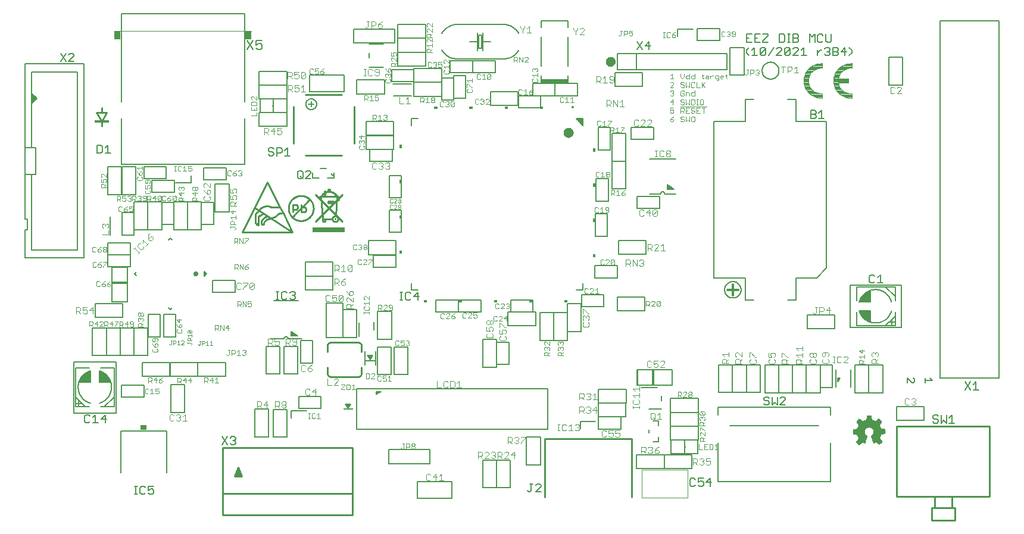
<source format=gto>
G75*
%MOIN*%
%OFA0B0*%
%FSLAX25Y25*%
%IPPOS*%
%LPD*%
%AMOC8*
5,1,8,0,0,1.08239X$1,22.5*
%
%ADD10R,0.01485X0.00015*%
%ADD11R,0.00045X0.00015*%
%ADD12R,0.00105X0.00015*%
%ADD13R,0.00165X0.00015*%
%ADD14R,0.00225X0.00015*%
%ADD15R,0.00285X0.00015*%
%ADD16R,0.00345X0.00015*%
%ADD17R,0.00405X0.00015*%
%ADD18R,0.00435X0.00015*%
%ADD19R,0.00465X0.00015*%
%ADD20R,0.00495X0.00015*%
%ADD21R,0.00540X0.00015*%
%ADD22R,0.00585X0.00015*%
%ADD23R,0.00645X0.00015*%
%ADD24R,0.00150X0.00015*%
%ADD25R,0.00675X0.00015*%
%ADD26R,0.00195X0.00015*%
%ADD27R,0.00705X0.00015*%
%ADD28R,0.00240X0.00015*%
%ADD29R,0.00735X0.00015*%
%ADD30R,0.00270X0.00015*%
%ADD31R,0.00765X0.00015*%
%ADD32R,0.00300X0.00015*%
%ADD33R,0.00810X0.00015*%
%ADD34R,0.00360X0.00015*%
%ADD35R,0.00855X0.00015*%
%ADD36R,0.00435X0.00015*%
%ADD37R,0.00915X0.00015*%
%ADD38R,0.00465X0.00015*%
%ADD39R,0.00945X0.00015*%
%ADD40R,0.00960X0.00015*%
%ADD41R,0.00525X0.00015*%
%ADD42R,0.00990X0.00015*%
%ADD43R,0.00555X0.00015*%
%ADD44R,0.01035X0.00015*%
%ADD45R,0.00600X0.00015*%
%ADD46R,0.01080X0.00015*%
%ADD47R,0.01125X0.00015*%
%ADD48R,0.01170X0.00015*%
%ADD49R,0.00720X0.00015*%
%ADD50R,0.01200X0.00015*%
%ADD51R,0.00750X0.00015*%
%ADD52R,0.01230X0.00015*%
%ADD53R,0.00780X0.00015*%
%ADD54R,0.01260X0.00015*%
%ADD55R,0.00810X0.00015*%
%ADD56R,0.01305X0.00015*%
%ADD57R,0.01365X0.00015*%
%ADD58R,0.00900X0.00015*%
%ADD59R,0.01395X0.00015*%
%ADD60R,0.01440X0.00015*%
%ADD61R,0.01470X0.00015*%
%ADD62R,0.01005X0.00015*%
%ADD63R,0.01500X0.00015*%
%ADD64R,0.01020X0.00015*%
%ADD65R,0.01530X0.00015*%
%ADD66R,0.01065X0.00015*%
%ADD67R,0.01575X0.00015*%
%ADD68R,0.01095X0.00015*%
%ADD69R,0.01635X0.00015*%
%ADD70R,0.01155X0.00015*%
%ADD71R,0.01680X0.00015*%
%ADD72R,0.01200X0.00015*%
%ADD73R,0.01710X0.00015*%
%ADD74R,0.01230X0.00015*%
%ADD75R,0.01725X0.00015*%
%ADD76R,0.01245X0.00015*%
%ADD77R,0.01755X0.00015*%
%ADD78R,0.01275X0.00015*%
%ADD79R,0.01800X0.00015*%
%ADD80R,0.01320X0.00015*%
%ADD81R,0.01860X0.00015*%
%ADD82R,0.01905X0.00015*%
%ADD83R,0.01410X0.00015*%
%ADD84R,0.01935X0.00015*%
%ADD85R,0.01455X0.00015*%
%ADD86R,0.01965X0.00015*%
%ADD87R,0.01485X0.00015*%
%ADD88R,0.01995X0.00015*%
%ADD89R,0.01515X0.00015*%
%ADD90R,0.02040X0.00015*%
%ADD91R,0.01530X0.00015*%
%ADD92R,0.02070X0.00015*%
%ADD93R,0.01575X0.00015*%
%ADD94R,0.02115X0.00015*%
%ADD95R,0.01620X0.00015*%
%ADD96R,0.02160X0.00015*%
%ADD97R,0.01665X0.00015*%
%ADD98R,0.02190X0.00015*%
%ADD99R,0.00075X0.00015*%
%ADD100R,0.01695X0.00015*%
%ADD101R,0.02220X0.00015*%
%ADD102R,0.00105X0.00015*%
%ADD103R,0.02235X0.00015*%
%ADD104R,0.00135X0.00015*%
%ADD105R,0.01755X0.00015*%
%ADD106R,0.02280X0.00015*%
%ADD107R,0.00180X0.00015*%
%ADD108R,0.01785X0.00015*%
%ADD109R,0.02340X0.00015*%
%ADD110R,0.00240X0.00015*%
%ADD111R,0.01830X0.00015*%
%ADD112R,0.02385X0.00015*%
%ADD113R,0.01890X0.00015*%
%ADD114R,0.02415X0.00015*%
%ADD115R,0.00330X0.00015*%
%ADD116R,0.00120X0.00015*%
%ADD117R,0.01920X0.00015*%
%ADD118R,0.02430X0.00015*%
%ADD119R,0.00375X0.00015*%
%ADD120R,0.02460X0.00015*%
%ADD121R,0.00405X0.00015*%
%ADD122R,0.00195X0.00015*%
%ADD123R,0.01965X0.00015*%
%ADD124R,0.02505X0.00015*%
%ADD125R,0.00210X0.00015*%
%ADD126R,0.02010X0.00015*%
%ADD127R,0.02535X0.00015*%
%ADD128R,0.00480X0.00015*%
%ADD129R,0.02580X0.00015*%
%ADD130R,0.00540X0.00015*%
%ADD131R,0.02085X0.00015*%
%ADD132R,0.02625X0.00015*%
%ADD133R,0.02130X0.00015*%
%ADD134R,0.02670X0.00015*%
%ADD135R,0.00630X0.00015*%
%ADD136R,0.02700X0.00015*%
%ADD137R,0.00660X0.00015*%
%ADD138R,0.00450X0.00015*%
%ADD139R,0.02190X0.00015*%
%ADD140R,0.02715X0.00015*%
%ADD141R,0.02205X0.00015*%
%ADD142R,0.02745X0.00015*%
%ADD143R,0.00510X0.00015*%
%ADD144R,0.02235X0.00015*%
%ADD145R,0.02775X0.00015*%
%ADD146R,0.02820X0.00015*%
%ADD147R,0.02310X0.00015*%
%ADD148R,0.02880X0.00015*%
%ADD149R,0.00855X0.00015*%
%ADD150R,0.02355X0.00015*%
%ADD151R,0.02895X0.00015*%
%ADD152R,0.00870X0.00015*%
%ADD153R,0.00660X0.00015*%
%ADD154R,0.02925X0.00015*%
%ADD155R,0.00690X0.00015*%
%ADD156R,0.02970X0.00015*%
%ADD157R,0.03000X0.00015*%
%ADD158R,0.00750X0.00015*%
%ADD159R,0.03045X0.00015*%
%ADD160R,0.01005X0.00015*%
%ADD161R,0.00780X0.00015*%
%ADD162R,0.02505X0.00015*%
%ADD163R,0.03090X0.00015*%
%ADD164R,0.01050X0.00015*%
%ADD165R,0.00825X0.00015*%
%ADD166R,0.02550X0.00015*%
%ADD167R,0.03135X0.00015*%
%ADD168R,0.01095X0.00015*%
%ADD169R,0.00870X0.00015*%
%ADD170R,0.03165X0.00015*%
%ADD171R,0.01125X0.00015*%
%ADD172R,0.02625X0.00015*%
%ADD173R,0.03195X0.00015*%
%ADD174R,0.01140X0.00015*%
%ADD175R,0.00930X0.00015*%
%ADD176R,0.02655X0.00015*%
%ADD177R,0.03210X0.00015*%
%ADD178R,0.00960X0.00015*%
%ADD179R,0.03240X0.00015*%
%ADD180R,0.02700X0.00015*%
%ADD181R,0.03285X0.00015*%
%ADD182R,0.01245X0.00015*%
%ADD183R,0.02745X0.00015*%
%ADD184R,0.03330X0.00015*%
%ADD185R,0.02790X0.00015*%
%ADD186R,0.03360X0.00015*%
%ADD187R,0.01110X0.00015*%
%ADD188R,0.02835X0.00015*%
%ADD189R,0.03390X0.00015*%
%ADD190R,0.01335X0.00015*%
%ADD191R,0.01140X0.00015*%
%ADD192R,0.02865X0.00015*%
%ADD193R,0.03420X0.00015*%
%ADD194R,0.01155X0.00015*%
%ADD195R,0.04905X0.00015*%
%ADD196R,0.04920X0.00015*%
%ADD197R,0.02940X0.00015*%
%ADD198R,0.04950X0.00015*%
%ADD199R,0.02985X0.00015*%
%ADD200R,0.04965X0.00015*%
%ADD201R,0.01275X0.00015*%
%ADD202R,0.03015X0.00015*%
%ADD203R,0.04980X0.00015*%
%ADD204R,0.03045X0.00015*%
%ADD205R,0.05010X0.00015*%
%ADD206R,0.01335X0.00015*%
%ADD207R,0.03075X0.00015*%
%ADD208R,0.01350X0.00015*%
%ADD209R,0.03105X0.00015*%
%ADD210R,0.05040X0.00015*%
%ADD211R,0.01380X0.00015*%
%ADD212R,0.05040X0.00015*%
%ADD213R,0.01410X0.00015*%
%ADD214R,0.03180X0.00015*%
%ADD215R,0.05070X0.00015*%
%ADD216R,0.03225X0.00015*%
%ADD217R,0.03255X0.00015*%
%ADD218R,0.05085X0.00015*%
%ADD219R,0.01515X0.00015*%
%ADD220R,0.03300X0.00015*%
%ADD221R,0.05100X0.00015*%
%ADD222R,0.04935X0.00015*%
%ADD223R,0.05115X0.00015*%
%ADD224R,0.04995X0.00015*%
%ADD225R,0.05130X0.00015*%
%ADD226R,0.05010X0.00015*%
%ADD227R,0.05130X0.00015*%
%ADD228R,0.05010X0.00015*%
%ADD229R,0.05025X0.00015*%
%ADD230R,0.05040X0.00015*%
%ADD231R,0.05055X0.00015*%
%ADD232R,0.05130X0.00015*%
%ADD233R,0.05085X0.00015*%
%ADD234R,0.05115X0.00015*%
%ADD235R,0.05145X0.00015*%
%ADD236R,0.05160X0.00015*%
%ADD237R,0.05130X0.00015*%
%ADD238R,0.05190X0.00015*%
%ADD239R,0.05190X0.00015*%
%ADD240R,0.05205X0.00015*%
%ADD241R,0.05220X0.00015*%
%ADD242R,0.05070X0.00015*%
%ADD243R,0.05085X0.00015*%
%ADD244R,0.05205X0.00015*%
%ADD245R,0.05220X0.00015*%
%ADD246R,0.05055X0.00015*%
%ADD247R,0.05025X0.00015*%
%ADD248R,0.05205X0.00015*%
%ADD249R,0.05025X0.00015*%
%ADD250R,0.05190X0.00015*%
%ADD251R,0.05190X0.00015*%
%ADD252R,0.04995X0.00015*%
%ADD253R,0.05175X0.00015*%
%ADD254R,0.04950X0.00015*%
%ADD255R,0.05145X0.00015*%
%ADD256R,0.05145X0.00015*%
%ADD257R,0.04920X0.00015*%
%ADD258R,0.04905X0.00015*%
%ADD259R,0.04905X0.00015*%
%ADD260R,0.05115X0.00015*%
%ADD261R,0.04890X0.00015*%
%ADD262R,0.04890X0.00015*%
%ADD263R,0.04875X0.00015*%
%ADD264R,0.04845X0.00015*%
%ADD265R,0.04830X0.00015*%
%ADD266R,0.04830X0.00015*%
%ADD267R,0.05070X0.00015*%
%ADD268R,0.04830X0.00015*%
%ADD269R,0.04815X0.00015*%
%ADD270R,0.04800X0.00015*%
%ADD271R,0.04800X0.00015*%
%ADD272R,0.05010X0.00015*%
%ADD273R,0.04785X0.00015*%
%ADD274R,0.04770X0.00015*%
%ADD275R,0.04770X0.00015*%
%ADD276R,0.04755X0.00015*%
%ADD277R,0.04740X0.00015*%
%ADD278R,0.04725X0.00015*%
%ADD279R,0.04725X0.00015*%
%ADD280R,0.04980X0.00015*%
%ADD281R,0.04710X0.00015*%
%ADD282R,0.04725X0.00015*%
%ADD283R,0.04710X0.00015*%
%ADD284R,0.04695X0.00015*%
%ADD285R,0.04680X0.00015*%
%ADD286R,0.04695X0.00015*%
%ADD287R,0.04680X0.00015*%
%ADD288R,0.04905X0.00015*%
%ADD289R,0.04665X0.00015*%
%ADD290R,0.04650X0.00015*%
%ADD291R,0.04635X0.00015*%
%ADD292R,0.04620X0.00015*%
%ADD293R,0.04620X0.00015*%
%ADD294R,0.04890X0.00015*%
%ADD295R,0.04605X0.00015*%
%ADD296R,0.04605X0.00015*%
%ADD297R,0.04590X0.00015*%
%ADD298R,0.04845X0.00015*%
%ADD299R,0.04575X0.00015*%
%ADD300R,0.04590X0.00015*%
%ADD301R,0.04575X0.00015*%
%ADD302R,0.04845X0.00015*%
%ADD303R,0.04560X0.00015*%
%ADD304R,0.04545X0.00015*%
%ADD305R,0.04530X0.00015*%
%ADD306R,0.04515X0.00015*%
%ADD307R,0.04530X0.00015*%
%ADD308R,0.04500X0.00015*%
%ADD309R,0.04515X0.00015*%
%ADD310R,0.04785X0.00015*%
%ADD311R,0.04485X0.00015*%
%ADD312R,0.04755X0.00015*%
%ADD313R,0.04470X0.00015*%
%ADD314R,0.04740X0.00015*%
%ADD315R,0.04485X0.00015*%
%ADD316R,0.04755X0.00015*%
%ADD317R,0.04545X0.00015*%
%ADD318R,0.04695X0.00015*%
%ADD319R,0.04680X0.00015*%
%ADD320R,0.04665X0.00015*%
%ADD321R,0.04725X0.00015*%
%ADD322R,0.04680X0.00015*%
%ADD323R,0.04860X0.00015*%
%ADD324R,0.04740X0.00015*%
%ADD325R,0.04875X0.00015*%
%ADD326R,0.04965X0.00015*%
%ADD327R,0.04860X0.00015*%
%ADD328R,0.04995X0.00015*%
%ADD329R,0.04875X0.00015*%
%ADD330R,0.04980X0.00015*%
%ADD331R,0.05235X0.00015*%
%ADD332R,0.05235X0.00015*%
%ADD333R,0.05250X0.00015*%
%ADD334R,0.05280X0.00015*%
%ADD335R,0.05295X0.00015*%
%ADD336R,0.05325X0.00015*%
%ADD337R,0.05340X0.00015*%
%ADD338R,0.05235X0.00015*%
%ADD339R,0.05355X0.00015*%
%ADD340R,0.05370X0.00015*%
%ADD341R,0.05265X0.00015*%
%ADD342R,0.05370X0.00015*%
%ADD343R,0.05280X0.00015*%
%ADD344R,0.05385X0.00015*%
%ADD345R,0.05295X0.00015*%
%ADD346R,0.05400X0.00015*%
%ADD347R,0.05415X0.00015*%
%ADD348R,0.05310X0.00015*%
%ADD349R,0.05430X0.00015*%
%ADD350R,0.05445X0.00015*%
%ADD351R,0.05460X0.00015*%
%ADD352R,0.05355X0.00015*%
%ADD353R,0.05475X0.00015*%
%ADD354R,0.05505X0.00015*%
%ADD355R,0.05520X0.00015*%
%ADD356R,0.05535X0.00015*%
%ADD357R,0.05550X0.00015*%
%ADD358R,0.05550X0.00015*%
%ADD359R,0.05475X0.00015*%
%ADD360R,0.05490X0.00015*%
%ADD361R,0.05475X0.00015*%
%ADD362R,0.05385X0.00015*%
%ADD363R,0.05370X0.00015*%
%ADD364R,0.05325X0.00015*%
%ADD365R,0.05310X0.00015*%
%ADD366R,0.05265X0.00015*%
%ADD367R,0.05175X0.00015*%
%ADD368R,0.04980X0.00015*%
%ADD369R,0.04965X0.00015*%
%ADD370R,0.04860X0.00015*%
%ADD371R,0.04845X0.00015*%
%ADD372R,0.04815X0.00015*%
%ADD373R,0.04770X0.00015*%
%ADD374R,0.05295X0.00015*%
%ADD375R,0.04635X0.00015*%
%ADD376R,0.05610X0.00015*%
%ADD377R,0.05700X0.00015*%
%ADD378R,0.05760X0.00015*%
%ADD379R,0.05805X0.00015*%
%ADD380R,0.05850X0.00015*%
%ADD381R,0.05895X0.00015*%
%ADD382R,0.06000X0.00015*%
%ADD383R,0.06135X0.00015*%
%ADD384R,0.06225X0.00015*%
%ADD385R,0.06300X0.00015*%
%ADD386R,0.06330X0.00015*%
%ADD387R,0.06375X0.00015*%
%ADD388R,0.06450X0.00015*%
%ADD389R,0.06570X0.00015*%
%ADD390R,0.05565X0.00015*%
%ADD391R,0.06690X0.00015*%
%ADD392R,0.06735X0.00015*%
%ADD393R,0.05790X0.00015*%
%ADD394R,0.06765X0.00015*%
%ADD395R,0.05850X0.00015*%
%ADD396R,0.06780X0.00015*%
%ADD397R,0.05895X0.00015*%
%ADD398R,0.06795X0.00015*%
%ADD399R,0.05955X0.00015*%
%ADD400R,0.06810X0.00015*%
%ADD401R,0.06060X0.00015*%
%ADD402R,0.06195X0.00015*%
%ADD403R,0.06825X0.00015*%
%ADD404R,0.06330X0.00015*%
%ADD405R,0.06840X0.00015*%
%ADD406R,0.06390X0.00015*%
%ADD407R,0.06495X0.00015*%
%ADD408R,0.06840X0.00015*%
%ADD409R,0.06555X0.00015*%
%ADD410R,0.06825X0.00015*%
%ADD411R,0.06645X0.00015*%
%ADD412R,0.06825X0.00015*%
%ADD413R,0.06705X0.00015*%
%ADD414R,0.06705X0.00015*%
%ADD415R,0.06810X0.00015*%
%ADD416R,0.06720X0.00015*%
%ADD417R,0.06795X0.00015*%
%ADD418R,0.06750X0.00015*%
%ADD419R,0.06765X0.00015*%
%ADD420R,0.06795X0.00015*%
%ADD421R,0.06780X0.00015*%
%ADD422R,0.06780X0.00015*%
%ADD423R,0.06750X0.00015*%
%ADD424R,0.06720X0.00015*%
%ADD425R,0.06720X0.00015*%
%ADD426R,0.06705X0.00015*%
%ADD427R,0.06705X0.00015*%
%ADD428R,0.06690X0.00015*%
%ADD429R,0.06675X0.00015*%
%ADD430R,0.06690X0.00015*%
%ADD431R,0.06675X0.00015*%
%ADD432R,0.06675X0.00015*%
%ADD433R,0.06660X0.00015*%
%ADD434R,0.06675X0.00015*%
%ADD435R,0.06660X0.00015*%
%ADD436R,0.06660X0.00015*%
%ADD437R,0.06645X0.00015*%
%ADD438R,0.06630X0.00015*%
%ADD439R,0.06660X0.00015*%
%ADD440R,0.06630X0.00015*%
%ADD441R,0.06645X0.00015*%
%ADD442R,0.06735X0.00015*%
%ADD443R,0.06765X0.00015*%
%ADD444R,0.06780X0.00015*%
%ADD445R,0.06825X0.00015*%
%ADD446R,0.06855X0.00015*%
%ADD447R,0.06855X0.00015*%
%ADD448R,0.06870X0.00015*%
%ADD449R,0.06885X0.00015*%
%ADD450R,0.06525X0.00015*%
%ADD451R,0.06405X0.00015*%
%ADD452R,0.06255X0.00015*%
%ADD453R,0.06165X0.00015*%
%ADD454R,0.06870X0.00015*%
%ADD455R,0.06120X0.00015*%
%ADD456R,0.06885X0.00015*%
%ADD457R,0.06060X0.00015*%
%ADD458R,0.06015X0.00015*%
%ADD459R,0.05910X0.00015*%
%ADD460R,0.05670X0.00015*%
%ADD461R,0.05595X0.00015*%
%ADD462R,0.06585X0.00015*%
%ADD463R,0.05160X0.00015*%
%ADD464R,0.06390X0.00015*%
%ADD465R,0.05025X0.00015*%
%ADD466R,0.06330X0.00015*%
%ADD467R,0.06075X0.00015*%
%ADD468R,0.05820X0.00015*%
%ADD469R,0.05775X0.00015*%
%ADD470R,0.05685X0.00015*%
%ADD471R,0.05460X0.00015*%
%ADD472R,0.04860X0.00015*%
%ADD473R,0.04935X0.00015*%
%ADD474R,0.05160X0.00015*%
%ADD475R,0.05325X0.00015*%
%ADD476R,0.05340X0.00015*%
%ADD477R,0.05355X0.00015*%
%ADD478R,0.05430X0.00015*%
%ADD479R,0.05535X0.00015*%
%ADD480R,0.05595X0.00015*%
%ADD481R,0.05640X0.00015*%
%ADD482R,0.05640X0.00015*%
%ADD483R,0.05670X0.00015*%
%ADD484R,0.05685X0.00015*%
%ADD485R,0.05700X0.00015*%
%ADD486R,0.05715X0.00015*%
%ADD487R,0.05715X0.00015*%
%ADD488R,0.05730X0.00015*%
%ADD489R,0.05745X0.00015*%
%ADD490R,0.05760X0.00015*%
%ADD491R,0.06000X0.00015*%
%ADD492R,0.06105X0.00015*%
%ADD493R,0.06180X0.00015*%
%ADD494R,0.06210X0.00015*%
%ADD495R,0.12690X0.00015*%
%ADD496R,0.12675X0.00015*%
%ADD497R,0.12660X0.00015*%
%ADD498R,0.12660X0.00015*%
%ADD499R,0.12645X0.00015*%
%ADD500R,0.12615X0.00015*%
%ADD501R,0.12600X0.00015*%
%ADD502R,0.12585X0.00015*%
%ADD503R,0.12555X0.00015*%
%ADD504R,0.12540X0.00015*%
%ADD505R,0.12525X0.00015*%
%ADD506R,0.12510X0.00015*%
%ADD507R,0.12510X0.00015*%
%ADD508R,0.12480X0.00015*%
%ADD509R,0.12450X0.00015*%
%ADD510R,0.12435X0.00015*%
%ADD511R,0.12420X0.00015*%
%ADD512R,0.12390X0.00015*%
%ADD513R,0.12375X0.00015*%
%ADD514R,0.12360X0.00015*%
%ADD515R,0.12330X0.00015*%
%ADD516R,0.12300X0.00015*%
%ADD517R,0.12285X0.00015*%
%ADD518R,0.12270X0.00015*%
%ADD519R,0.12255X0.00015*%
%ADD520R,0.12240X0.00015*%
%ADD521R,0.12225X0.00015*%
%ADD522R,0.12195X0.00015*%
%ADD523R,0.12165X0.00015*%
%ADD524R,0.12150X0.00015*%
%ADD525R,0.12135X0.00015*%
%ADD526R,0.12120X0.00015*%
%ADD527R,0.12090X0.00015*%
%ADD528R,0.12075X0.00015*%
%ADD529R,0.12060X0.00015*%
%ADD530R,0.12045X0.00015*%
%ADD531R,0.12015X0.00015*%
%ADD532R,0.12000X0.00015*%
%ADD533R,0.11985X0.00015*%
%ADD534R,0.11955X0.00015*%
%ADD535R,0.11940X0.00015*%
%ADD536R,0.11925X0.00015*%
%ADD537R,0.11910X0.00015*%
%ADD538R,0.11910X0.00015*%
%ADD539R,0.11880X0.00015*%
%ADD540R,0.11850X0.00015*%
%ADD541R,0.11835X0.00015*%
%ADD542R,0.11805X0.00015*%
%ADD543R,0.11775X0.00015*%
%ADD544R,0.11760X0.00015*%
%ADD545R,0.11745X0.00015*%
%ADD546R,0.11730X0.00015*%
%ADD547R,0.11700X0.00015*%
%ADD548R,0.11700X0.00015*%
%ADD549R,0.11685X0.00015*%
%ADD550R,0.11655X0.00015*%
%ADD551R,0.11640X0.00015*%
%ADD552R,0.11625X0.00015*%
%ADD553R,0.11625X0.00015*%
%ADD554R,0.11670X0.00015*%
%ADD555R,0.11715X0.00015*%
%ADD556R,0.11790X0.00015*%
%ADD557R,0.11820X0.00015*%
%ADD558R,0.11820X0.00015*%
%ADD559R,0.11880X0.00015*%
%ADD560R,0.11895X0.00015*%
%ADD561R,0.11970X0.00015*%
%ADD562R,0.12045X0.00015*%
%ADD563R,0.12075X0.00015*%
%ADD564R,0.12105X0.00015*%
%ADD565R,0.12135X0.00015*%
%ADD566R,0.12165X0.00015*%
%ADD567R,0.12180X0.00015*%
%ADD568R,0.12195X0.00015*%
%ADD569R,0.12210X0.00015*%
%ADD570R,0.12225X0.00015*%
%ADD571R,0.12255X0.00015*%
%ADD572R,0.12360X0.00015*%
%ADD573R,0.12390X0.00015*%
%ADD574R,0.12405X0.00015*%
%ADD575R,0.12435X0.00015*%
%ADD576R,0.12480X0.00015*%
%ADD577R,0.12480X0.00015*%
%ADD578R,0.12510X0.00015*%
%ADD579R,0.12570X0.00015*%
%ADD580R,0.12630X0.00015*%
%ADD581R,0.12675X0.00015*%
%ADD582R,0.12705X0.00015*%
%ADD583R,0.12735X0.00015*%
%ADD584R,0.12750X0.00015*%
%ADD585R,0.12780X0.00015*%
%ADD586R,0.12795X0.00015*%
%ADD587R,0.12810X0.00015*%
%ADD588R,0.12840X0.00015*%
%ADD589R,0.12855X0.00015*%
%ADD590R,0.12885X0.00015*%
%ADD591R,0.12900X0.00015*%
%ADD592R,0.12915X0.00015*%
%ADD593R,0.12945X0.00015*%
%ADD594R,0.12960X0.00015*%
%ADD595R,0.12990X0.00015*%
%ADD596R,0.13005X0.00015*%
%ADD597R,0.13020X0.00015*%
%ADD598R,0.13035X0.00015*%
%ADD599R,0.13065X0.00015*%
%ADD600R,0.13080X0.00015*%
%ADD601R,0.13110X0.00015*%
%ADD602R,0.13125X0.00015*%
%ADD603R,0.13155X0.00015*%
%ADD604R,0.13170X0.00015*%
%ADD605R,0.13200X0.00015*%
%ADD606R,0.13230X0.00015*%
%ADD607R,0.13260X0.00015*%
%ADD608R,0.13290X0.00015*%
%ADD609R,0.13320X0.00015*%
%ADD610R,0.13350X0.00015*%
%ADD611R,0.13365X0.00015*%
%ADD612R,0.13395X0.00015*%
%ADD613R,0.13425X0.00015*%
%ADD614R,0.13455X0.00015*%
%ADD615R,0.13470X0.00015*%
%ADD616R,0.13500X0.00015*%
%ADD617R,0.13530X0.00015*%
%ADD618R,0.13560X0.00015*%
%ADD619R,0.13575X0.00015*%
%ADD620R,0.13605X0.00015*%
%ADD621R,0.13635X0.00015*%
%ADD622R,0.13650X0.00015*%
%ADD623R,0.13680X0.00015*%
%ADD624R,0.13695X0.00015*%
%ADD625R,0.13725X0.00015*%
%ADD626R,0.13740X0.00015*%
%ADD627R,0.13770X0.00015*%
%ADD628R,0.13785X0.00015*%
%ADD629R,0.13800X0.00015*%
%ADD630R,0.13830X0.00015*%
%ADD631R,0.13860X0.00015*%
%ADD632R,0.13875X0.00015*%
%ADD633R,0.13905X0.00015*%
%ADD634R,0.13935X0.00015*%
%ADD635R,0.13950X0.00015*%
%ADD636R,0.13980X0.00015*%
%ADD637R,0.14010X0.00015*%
%ADD638R,0.14025X0.00015*%
%ADD639R,0.14055X0.00015*%
%ADD640R,0.14070X0.00015*%
%ADD641R,0.14085X0.00015*%
%ADD642R,0.14115X0.00015*%
%ADD643R,0.14145X0.00015*%
%ADD644R,0.14160X0.00015*%
%ADD645R,0.14190X0.00015*%
%ADD646R,0.14205X0.00015*%
%ADD647R,0.14220X0.00015*%
%ADD648R,0.14235X0.00015*%
%ADD649R,0.14265X0.00015*%
%ADD650R,0.14280X0.00015*%
%ADD651R,0.14295X0.00015*%
%ADD652R,0.14295X0.00015*%
%ADD653R,0.14250X0.00015*%
%ADD654R,0.14205X0.00015*%
%ADD655R,0.14175X0.00015*%
%ADD656R,0.14160X0.00015*%
%ADD657R,0.14130X0.00015*%
%ADD658R,0.14100X0.00015*%
%ADD659R,0.14040X0.00015*%
%ADD660R,0.14010X0.00015*%
%ADD661R,0.03465X0.00015*%
%ADD662R,0.10440X0.00015*%
%ADD663R,0.03420X0.00015*%
%ADD664R,0.10395X0.00015*%
%ADD665R,0.03375X0.00015*%
%ADD666R,0.10335X0.00015*%
%ADD667R,0.03570X0.00015*%
%ADD668R,0.06600X0.00015*%
%ADD669R,0.03525X0.00015*%
%ADD670R,0.03270X0.00015*%
%ADD671R,0.03495X0.00015*%
%ADD672R,0.03210X0.00015*%
%ADD673R,0.06480X0.00015*%
%ADD674R,0.03435X0.00015*%
%ADD675R,0.03165X0.00015*%
%ADD676R,0.03390X0.00015*%
%ADD677R,0.03120X0.00015*%
%ADD678R,0.06315X0.00015*%
%ADD679R,0.03345X0.00015*%
%ADD680R,0.03090X0.00015*%
%ADD681R,0.03075X0.00015*%
%ADD682R,0.06225X0.00015*%
%ADD683R,0.03270X0.00015*%
%ADD684R,0.06180X0.00015*%
%ADD685R,0.02970X0.00015*%
%ADD686R,0.06075X0.00015*%
%ADD687R,0.03195X0.00015*%
%ADD688R,0.02925X0.00015*%
%ADD689R,0.05985X0.00015*%
%ADD690R,0.03135X0.00015*%
%ADD691R,0.02850X0.00015*%
%ADD692R,0.05835X0.00015*%
%ADD693R,0.03030X0.00015*%
%ADD694R,0.02805X0.00015*%
%ADD695R,0.02730X0.00015*%
%ADD696R,0.05625X0.00015*%
%ADD697R,0.02925X0.00015*%
%ADD698R,0.02640X0.00015*%
%ADD699R,0.02595X0.00015*%
%ADD700R,0.02565X0.00015*%
%ADD701R,0.02760X0.00015*%
%ADD702R,0.02520X0.00015*%
%ADD703R,0.02730X0.00015*%
%ADD704R,0.02475X0.00015*%
%ADD705R,0.02685X0.00015*%
%ADD706R,0.02445X0.00015*%
%ADD707R,0.02400X0.00015*%
%ADD708R,0.02370X0.00015*%
%ADD709R,0.02565X0.00015*%
%ADD710R,0.02340X0.00015*%
%ADD711R,0.02325X0.00015*%
%ADD712R,0.02505X0.00015*%
%ADD713R,0.02280X0.00015*%
%ADD714R,0.02460X0.00015*%
%ADD715R,0.04560X0.00015*%
%ADD716R,0.02190X0.00015*%
%ADD717R,0.04440X0.00015*%
%ADD718R,0.02370X0.00015*%
%ADD719R,0.02145X0.00015*%
%ADD720R,0.04365X0.00015*%
%ADD721R,0.04320X0.00015*%
%ADD722R,0.02310X0.00015*%
%ADD723R,0.02100X0.00015*%
%ADD724R,0.04260X0.00015*%
%ADD725R,0.04200X0.00015*%
%ADD726R,0.02265X0.00015*%
%ADD727R,0.02040X0.00015*%
%ADD728R,0.04095X0.00015*%
%ADD729R,0.02220X0.00015*%
%ADD730R,0.03915X0.00015*%
%ADD731R,0.02175X0.00015*%
%ADD732R,0.03765X0.00015*%
%ADD733R,0.03675X0.00015*%
%ADD734R,0.01890X0.00015*%
%ADD735R,0.03615X0.00015*%
%ADD736R,0.02055X0.00015*%
%ADD737R,0.01860X0.00015*%
%ADD738R,0.03555X0.00015*%
%ADD739R,0.01815X0.00015*%
%ADD740R,0.03450X0.00015*%
%ADD741R,0.01725X0.00015*%
%ADD742R,0.03315X0.00015*%
%ADD743R,0.01905X0.00015*%
%ADD744R,0.01680X0.00015*%
%ADD745R,0.01650X0.00015*%
%ADD746R,0.01620X0.00015*%
%ADD747R,0.01590X0.00015*%
%ADD748R,0.01770X0.00015*%
%ADD749R,0.01560X0.00015*%
%ADD750R,0.03240X0.00015*%
%ADD751R,0.01740X0.00015*%
%ADD752R,0.01665X0.00015*%
%ADD753R,0.01455X0.00015*%
%ADD754R,0.01635X0.00015*%
%ADD755R,0.01410X0.00015*%
%ADD756R,0.01395X0.00015*%
%ADD757R,0.01365X0.00015*%
%ADD758R,0.01335X0.00015*%
%ADD759R,0.01290X0.00015*%
%ADD760R,0.03210X0.00015*%
%ADD761R,0.01455X0.00015*%
%ADD762R,0.01185X0.00015*%
%ADD763R,0.01290X0.00015*%
%ADD764R,0.01110X0.00015*%
%ADD765R,0.01260X0.00015*%
%ADD766R,0.03180X0.00015*%
%ADD767R,0.00975X0.00015*%
%ADD768R,0.03150X0.00015*%
%ADD769R,0.00885X0.00015*%
%ADD770R,0.03150X0.00015*%
%ADD771R,0.01050X0.00015*%
%ADD772R,0.00795X0.00015*%
%ADD773R,0.00885X0.00015*%
%ADD774R,0.00690X0.00015*%
%ADD775R,0.00840X0.00015*%
%ADD776R,0.00570X0.00015*%
%ADD777R,0.00525X0.00015*%
%ADD778R,0.03105X0.00015*%
%ADD779R,0.00660X0.00015*%
%ADD780R,0.00615X0.00015*%
%ADD781R,0.00420X0.00015*%
%ADD782R,0.00555X0.00015*%
%ADD783R,0.00390X0.00015*%
%ADD784R,0.00525X0.00015*%
%ADD785R,0.00360X0.00015*%
%ADD786R,0.00495X0.00015*%
%ADD787R,0.03075X0.00015*%
%ADD788R,0.00450X0.00015*%
%ADD789R,0.00225X0.00015*%
%ADD790R,0.00345X0.00015*%
%ADD791R,0.00255X0.00015*%
%ADD792R,0.03060X0.00015*%
%ADD793R,0.00180X0.00015*%
%ADD794R,0.00075X0.00015*%
%ADD795R,0.03000X0.00015*%
%ADD796R,0.02955X0.00015*%
%ADD797R,0.02940X0.00015*%
%ADD798R,0.02940X0.00015*%
%ADD799R,0.02910X0.00015*%
%ADD800R,0.02910X0.00015*%
%ADD801R,0.02865X0.00015*%
%ADD802R,0.02805X0.00015*%
%ADD803R,0.02775X0.00015*%
%ADD804R,0.02760X0.00015*%
%ADD805R,0.02655X0.00015*%
%ADD806R,0.02640X0.00015*%
%ADD807R,0.02610X0.00015*%
%ADD808R,0.02595X0.00015*%
%ADD809R,0.02535X0.00015*%
%ADD810R,0.02475X0.00015*%
%ADD811R,0.02175X0.00015*%
%ADD812R,0.01575X0.00015*%
%ADD813C,0.00300*%
%ADD814C,0.00500*%
%ADD815C,0.02600*%
%ADD816C,0.01000*%
%ADD817R,0.18000X0.03000*%
%ADD818C,0.00600*%
%ADD819C,0.00400*%
%ADD820C,0.00100*%
%ADD821C,0.00200*%
%ADD822R,0.08268X0.01181*%
%ADD823C,0.00800*%
%ADD824R,0.03400X0.03000*%
%ADD825R,0.09000X0.01750*%
%ADD826R,0.09000X0.00600*%
%ADD827R,0.00787X0.00787*%
%ADD828C,0.00039*%
%ADD829R,0.03642X0.04500*%
%ADD830R,0.05512X0.00787*%
%ADD831R,0.01750X0.09000*%
%ADD832R,0.00600X0.09000*%
%ADD833R,0.14961X0.01969*%
%ADD834C,0.00787*%
%ADD835C,0.01200*%
%ADD836R,0.06152X0.02953*%
%ADD837C,0.00394*%
D10*
X0514198Y0177624D03*
D11*
X0511308Y0171914D03*
X0519513Y0172784D03*
X0522693Y0172079D03*
D12*
X0511308Y0171929D03*
D13*
X0511308Y0171944D03*
D14*
X0511308Y0171959D03*
D15*
X0511308Y0171974D03*
X0511398Y0186359D03*
D16*
X0511308Y0171989D03*
X0519558Y0172874D03*
D17*
X0519573Y0172889D03*
X0511308Y0172004D03*
D18*
X0511308Y0172019D03*
D19*
X0511308Y0172034D03*
D20*
X0511308Y0172049D03*
X0522693Y0172214D03*
D21*
X0511315Y0172064D03*
D22*
X0511323Y0172079D03*
X0514338Y0172889D03*
X0519648Y0172979D03*
D23*
X0519663Y0172994D03*
X0522678Y0172274D03*
X0511323Y0172094D03*
D24*
X0519505Y0172814D03*
X0522700Y0172094D03*
D25*
X0522678Y0172289D03*
X0514308Y0172934D03*
X0511323Y0172109D03*
D26*
X0522693Y0172109D03*
D27*
X0519693Y0173039D03*
X0514293Y0172949D03*
X0511323Y0172124D03*
D28*
X0522701Y0172124D03*
D29*
X0511323Y0172139D03*
D30*
X0519536Y0172859D03*
X0522701Y0172139D03*
D31*
X0514278Y0172964D03*
X0511323Y0172154D03*
D32*
X0514436Y0172784D03*
X0522701Y0172154D03*
X0522325Y0186404D03*
D33*
X0511330Y0172169D03*
D34*
X0522701Y0172169D03*
D35*
X0522663Y0172364D03*
X0511338Y0172184D03*
D36*
X0514398Y0172844D03*
X0519588Y0172904D03*
X0522693Y0172184D03*
D37*
X0519753Y0173114D03*
X0514218Y0173039D03*
X0511338Y0172199D03*
X0511428Y0186104D03*
D38*
X0511413Y0186284D03*
X0522693Y0172199D03*
D39*
X0522663Y0172394D03*
X0514203Y0173054D03*
X0511338Y0172214D03*
X0516723Y0188279D03*
X0522303Y0186164D03*
D40*
X0511345Y0172229D03*
D41*
X0522693Y0172229D03*
D42*
X0522655Y0172409D03*
X0519776Y0173159D03*
X0511346Y0172244D03*
X0522296Y0186149D03*
D43*
X0522693Y0172244D03*
D44*
X0511353Y0172259D03*
D45*
X0522686Y0172259D03*
X0511421Y0186239D03*
D46*
X0522296Y0186104D03*
X0519805Y0173189D03*
X0511346Y0172274D03*
D47*
X0511353Y0172289D03*
D48*
X0511360Y0172304D03*
X0514136Y0173144D03*
X0519836Y0173249D03*
X0522280Y0186074D03*
D49*
X0522311Y0186254D03*
X0522670Y0172304D03*
D50*
X0511360Y0172319D03*
D51*
X0522670Y0172319D03*
D52*
X0511360Y0172334D03*
X0511451Y0185984D03*
X0522280Y0186059D03*
D53*
X0522311Y0186224D03*
X0522670Y0172334D03*
D54*
X0511361Y0172349D03*
D55*
X0514255Y0172979D03*
X0522670Y0172349D03*
X0522311Y0186209D03*
D56*
X0519888Y0173309D03*
X0511368Y0172364D03*
D57*
X0511368Y0172379D03*
X0514068Y0173234D03*
X0522633Y0172574D03*
D58*
X0522656Y0172379D03*
X0514225Y0173024D03*
D59*
X0511368Y0172394D03*
D60*
X0511376Y0172409D03*
D61*
X0511376Y0172424D03*
X0519926Y0173399D03*
D62*
X0522648Y0172424D03*
D63*
X0511375Y0172439D03*
X0511465Y0185879D03*
X0522265Y0185954D03*
D64*
X0522296Y0186134D03*
X0511435Y0186074D03*
X0522655Y0172439D03*
D65*
X0511376Y0172454D03*
D66*
X0522648Y0172454D03*
D67*
X0511383Y0172469D03*
D68*
X0522648Y0172469D03*
D69*
X0511383Y0172484D03*
D70*
X0522648Y0172484D03*
D71*
X0511390Y0172499D03*
D72*
X0514136Y0173159D03*
X0519851Y0173264D03*
X0522641Y0172499D03*
D73*
X0511390Y0172514D03*
D74*
X0522640Y0172514D03*
D75*
X0522603Y0172724D03*
X0511398Y0172529D03*
D76*
X0522633Y0172529D03*
D77*
X0511398Y0172544D03*
D78*
X0514098Y0173189D03*
X0522633Y0172544D03*
D79*
X0511391Y0172559D03*
X0522251Y0185834D03*
D80*
X0522281Y0186014D03*
X0522626Y0172559D03*
X0514090Y0173204D03*
D81*
X0511405Y0172574D03*
D82*
X0511413Y0172589D03*
X0511488Y0185714D03*
D83*
X0522626Y0172589D03*
D84*
X0522588Y0172814D03*
X0511413Y0172604D03*
X0511488Y0185699D03*
X0516903Y0188249D03*
D85*
X0519918Y0173384D03*
X0522618Y0172604D03*
D86*
X0511413Y0172619D03*
D87*
X0522618Y0172619D03*
D88*
X0511413Y0172634D03*
X0511488Y0185684D03*
D89*
X0522618Y0172634D03*
D90*
X0522580Y0172859D03*
X0511421Y0172649D03*
X0522236Y0185744D03*
D91*
X0522265Y0185939D03*
X0522610Y0172649D03*
D92*
X0511421Y0172664D03*
X0511495Y0185654D03*
D93*
X0522618Y0172664D03*
D94*
X0511428Y0172679D03*
D95*
X0522611Y0172679D03*
D96*
X0522565Y0172904D03*
X0511436Y0172694D03*
D97*
X0522603Y0172694D03*
D98*
X0511436Y0172709D03*
D99*
X0514488Y0172709D03*
D100*
X0522603Y0172709D03*
D101*
X0511435Y0172724D03*
D102*
X0514488Y0172724D03*
D103*
X0511443Y0172739D03*
X0511503Y0185579D03*
X0516918Y0188204D03*
D104*
X0514488Y0172739D03*
D105*
X0522603Y0172739D03*
D106*
X0522551Y0172964D03*
X0511451Y0172754D03*
D107*
X0514465Y0172754D03*
D108*
X0522603Y0172754D03*
X0511473Y0185774D03*
D109*
X0511451Y0172769D03*
D110*
X0514451Y0172769D03*
D111*
X0522595Y0172769D03*
X0522251Y0185819D03*
D112*
X0522543Y0173009D03*
X0511458Y0172784D03*
D113*
X0522596Y0172784D03*
D114*
X0522543Y0173024D03*
X0511458Y0172799D03*
X0522198Y0185579D03*
D115*
X0511406Y0186344D03*
X0514421Y0172799D03*
D116*
X0519505Y0172799D03*
X0511405Y0186389D03*
D117*
X0522596Y0172799D03*
D118*
X0522536Y0173039D03*
X0511465Y0172814D03*
X0516910Y0188129D03*
D119*
X0514413Y0172814D03*
D120*
X0511465Y0172829D03*
X0522536Y0173054D03*
D121*
X0514413Y0172829D03*
D122*
X0519513Y0172829D03*
D123*
X0522588Y0172829D03*
X0522243Y0185774D03*
D124*
X0511473Y0172844D03*
D125*
X0519520Y0172844D03*
D126*
X0522580Y0172844D03*
X0522236Y0185759D03*
D127*
X0522183Y0185534D03*
X0516903Y0187874D03*
X0516903Y0187889D03*
X0516903Y0187904D03*
X0516903Y0187934D03*
X0511473Y0172859D03*
D128*
X0514390Y0172859D03*
X0519596Y0172934D03*
X0522326Y0186344D03*
D129*
X0522176Y0185504D03*
X0516911Y0187799D03*
X0522520Y0173099D03*
X0511481Y0172874D03*
D130*
X0514361Y0172874D03*
X0519626Y0172964D03*
D131*
X0522573Y0172874D03*
X0522228Y0185714D03*
D132*
X0511488Y0172889D03*
D133*
X0522565Y0172889D03*
X0522221Y0185699D03*
X0511495Y0185624D03*
D134*
X0511556Y0185384D03*
X0516895Y0187589D03*
X0516895Y0187604D03*
X0522506Y0173144D03*
X0511495Y0172904D03*
D135*
X0514330Y0172904D03*
X0511421Y0186224D03*
D136*
X0516895Y0187469D03*
X0511495Y0172919D03*
D137*
X0514315Y0172919D03*
D138*
X0519596Y0172919D03*
D139*
X0522565Y0172919D03*
D140*
X0511503Y0172934D03*
X0516903Y0187364D03*
X0516903Y0187379D03*
X0516903Y0187394D03*
X0516903Y0187409D03*
X0516903Y0187424D03*
D141*
X0522558Y0172934D03*
D142*
X0511503Y0172949D03*
X0516903Y0187289D03*
D143*
X0519611Y0172949D03*
D144*
X0522558Y0172949D03*
D145*
X0511503Y0172964D03*
X0511563Y0185354D03*
X0522153Y0185429D03*
D146*
X0516896Y0187124D03*
X0516896Y0187139D03*
X0511570Y0185324D03*
X0511511Y0172979D03*
D147*
X0522551Y0172979D03*
D148*
X0522490Y0173234D03*
X0511511Y0172994D03*
X0511570Y0185294D03*
X0516896Y0186914D03*
X0516896Y0186929D03*
X0516896Y0186944D03*
X0516896Y0186959D03*
X0516896Y0186974D03*
X0516896Y0186989D03*
X0516896Y0187004D03*
X0522146Y0185384D03*
D149*
X0514233Y0172994D03*
D150*
X0522543Y0172994D03*
D151*
X0522483Y0173249D03*
X0511518Y0173009D03*
D152*
X0514226Y0173009D03*
D153*
X0519671Y0173009D03*
X0511421Y0186209D03*
D154*
X0511518Y0173024D03*
D155*
X0519686Y0173024D03*
D156*
X0511526Y0173039D03*
D157*
X0511525Y0173054D03*
X0516880Y0186554D03*
X0516880Y0186584D03*
X0516880Y0186599D03*
X0522130Y0185339D03*
D158*
X0522311Y0186239D03*
X0511420Y0186179D03*
X0519700Y0173054D03*
D159*
X0511533Y0173069D03*
D160*
X0514188Y0173069D03*
D161*
X0519715Y0173069D03*
D162*
X0522528Y0173069D03*
D163*
X0511540Y0173084D03*
X0516896Y0186314D03*
X0516896Y0186329D03*
X0516896Y0186344D03*
D164*
X0511435Y0186059D03*
X0514166Y0173084D03*
X0519790Y0173174D03*
D165*
X0519738Y0173084D03*
X0511428Y0186149D03*
D166*
X0516911Y0187859D03*
X0522520Y0173084D03*
D167*
X0522453Y0173354D03*
X0511548Y0173099D03*
X0516888Y0186149D03*
X0516888Y0186164D03*
X0516888Y0186179D03*
X0516888Y0186194D03*
X0516888Y0186209D03*
D168*
X0514158Y0173099D03*
D169*
X0519745Y0173099D03*
X0511421Y0186134D03*
D170*
X0516873Y0186089D03*
X0516873Y0186074D03*
X0511548Y0173114D03*
D171*
X0514158Y0173114D03*
X0511443Y0186029D03*
X0522288Y0186089D03*
D172*
X0522168Y0185489D03*
X0516903Y0187694D03*
X0516903Y0187709D03*
X0516903Y0187724D03*
X0511548Y0185414D03*
X0522513Y0173114D03*
D173*
X0511548Y0173129D03*
D174*
X0514151Y0173129D03*
D175*
X0519760Y0173129D03*
D176*
X0522513Y0173129D03*
X0516903Y0187634D03*
X0516903Y0187649D03*
X0516903Y0187664D03*
D177*
X0511555Y0173144D03*
D178*
X0519761Y0173144D03*
D179*
X0511555Y0173159D03*
D180*
X0522506Y0173159D03*
X0516895Y0187439D03*
X0516895Y0187454D03*
X0516895Y0187484D03*
X0516895Y0187499D03*
D181*
X0516888Y0185804D03*
X0511563Y0173174D03*
D182*
X0514113Y0173174D03*
X0519858Y0173279D03*
D183*
X0522498Y0173174D03*
D184*
X0511571Y0173189D03*
X0511615Y0185099D03*
D185*
X0516896Y0187184D03*
X0516896Y0187199D03*
X0522490Y0173189D03*
D186*
X0511571Y0173204D03*
X0516895Y0185774D03*
D187*
X0519820Y0173204D03*
D188*
X0522483Y0173204D03*
X0522153Y0185399D03*
X0516888Y0187094D03*
X0516888Y0187109D03*
D189*
X0511570Y0173219D03*
D190*
X0514083Y0173219D03*
D191*
X0519821Y0173219D03*
D192*
X0522483Y0173219D03*
X0516888Y0187019D03*
D193*
X0511570Y0173234D03*
D194*
X0519828Y0173234D03*
X0511443Y0186014D03*
D195*
X0512478Y0177644D03*
X0512718Y0177374D03*
X0512688Y0174299D03*
X0512298Y0173249D03*
X0521013Y0174989D03*
X0521028Y0174959D03*
X0521628Y0173429D03*
D196*
X0521111Y0174809D03*
X0521096Y0174839D03*
X0521096Y0174854D03*
X0521081Y0174884D03*
X0521035Y0177314D03*
X0521020Y0181079D03*
X0521005Y0181094D03*
X0520990Y0181109D03*
X0512470Y0180749D03*
X0512726Y0177359D03*
X0512740Y0177344D03*
X0512635Y0174224D03*
X0512620Y0174194D03*
X0512605Y0174164D03*
X0512290Y0173264D03*
D197*
X0522476Y0173264D03*
D198*
X0521635Y0173459D03*
X0521126Y0174779D03*
X0520600Y0176174D03*
X0520976Y0181139D03*
X0512816Y0181124D03*
X0512755Y0177314D03*
X0512770Y0177299D03*
X0513266Y0176009D03*
X0513266Y0175994D03*
X0512590Y0174134D03*
X0512290Y0173279D03*
D199*
X0522468Y0173279D03*
X0516888Y0186614D03*
D200*
X0512838Y0181154D03*
X0512823Y0181139D03*
X0512433Y0177659D03*
X0512568Y0174104D03*
X0512568Y0174089D03*
X0512283Y0173294D03*
X0520593Y0176189D03*
X0521133Y0174764D03*
X0521148Y0174749D03*
X0521643Y0173474D03*
X0520953Y0181154D03*
D201*
X0519873Y0173294D03*
D202*
X0522453Y0173294D03*
X0511593Y0185249D03*
D203*
X0512440Y0180734D03*
X0512785Y0177284D03*
X0512561Y0174074D03*
X0512546Y0174044D03*
X0512276Y0173309D03*
X0521155Y0174734D03*
X0521170Y0174704D03*
X0521170Y0174689D03*
X0521185Y0174674D03*
D204*
X0522453Y0173309D03*
X0522123Y0185309D03*
X0516888Y0186464D03*
X0516888Y0186479D03*
X0516888Y0186494D03*
X0511593Y0185234D03*
D205*
X0512861Y0181199D03*
X0512276Y0173339D03*
X0512276Y0173324D03*
X0521261Y0174539D03*
X0520961Y0177224D03*
D206*
X0519888Y0173324D03*
D207*
X0522453Y0173324D03*
D208*
X0519896Y0173339D03*
X0522281Y0185999D03*
D209*
X0516888Y0186224D03*
X0516888Y0186239D03*
X0516888Y0186254D03*
X0516888Y0186284D03*
X0516888Y0186299D03*
X0522453Y0173339D03*
D210*
X0521290Y0174479D03*
X0521276Y0174494D03*
X0512455Y0173894D03*
X0512455Y0173879D03*
X0512440Y0173864D03*
X0512276Y0173354D03*
X0512876Y0181214D03*
X0512890Y0181229D03*
D211*
X0519896Y0173354D03*
D212*
X0512276Y0173369D03*
D213*
X0519911Y0173369D03*
D214*
X0522446Y0173369D03*
D215*
X0512426Y0173834D03*
X0512276Y0173399D03*
X0512276Y0173384D03*
D216*
X0522438Y0173384D03*
X0522108Y0185249D03*
X0516873Y0185909D03*
X0516873Y0185924D03*
X0516873Y0185939D03*
X0516873Y0185954D03*
D217*
X0516873Y0185849D03*
X0511608Y0185144D03*
X0522423Y0173399D03*
D218*
X0512283Y0173414D03*
X0512883Y0177164D03*
D219*
X0519933Y0173414D03*
D220*
X0522415Y0173414D03*
X0522101Y0185204D03*
X0511615Y0185114D03*
D221*
X0512891Y0177149D03*
X0513251Y0176204D03*
X0512395Y0173774D03*
X0512395Y0173759D03*
X0512380Y0173744D03*
X0512380Y0173729D03*
X0512275Y0173444D03*
X0512275Y0173429D03*
X0520601Y0176309D03*
X0520601Y0176324D03*
X0520601Y0176339D03*
X0520601Y0176354D03*
X0520901Y0177134D03*
X0521395Y0174299D03*
X0521395Y0174284D03*
X0521410Y0174254D03*
X0520841Y0181289D03*
D222*
X0520983Y0181124D03*
X0521088Y0181034D03*
X0521028Y0177299D03*
X0521013Y0177284D03*
X0520593Y0176159D03*
X0521103Y0174824D03*
X0521118Y0174794D03*
X0521628Y0173444D03*
X0512628Y0174209D03*
X0512613Y0174179D03*
X0512598Y0174149D03*
X0512748Y0177329D03*
X0516888Y0185504D03*
D223*
X0512283Y0173489D03*
X0512283Y0173474D03*
X0512283Y0173459D03*
D224*
X0513258Y0176054D03*
X0513258Y0176084D03*
X0521193Y0174659D03*
X0521208Y0174644D03*
X0521223Y0174629D03*
X0521223Y0174614D03*
X0521643Y0173489D03*
D225*
X0521440Y0174194D03*
X0521426Y0174209D03*
X0520826Y0181304D03*
X0512290Y0173564D03*
X0512290Y0173549D03*
X0512290Y0173534D03*
X0512290Y0173504D03*
D226*
X0512515Y0173984D03*
X0512530Y0173999D03*
X0513251Y0176099D03*
X0513251Y0176114D03*
X0512815Y0177254D03*
X0521230Y0174599D03*
X0521651Y0173504D03*
D227*
X0512290Y0173519D03*
D228*
X0520601Y0176219D03*
X0521651Y0173519D03*
D229*
X0521658Y0173534D03*
X0520923Y0181199D03*
X0520908Y0181214D03*
X0516888Y0185489D03*
X0512823Y0177239D03*
X0512838Y0177224D03*
X0512838Y0177209D03*
X0513258Y0176129D03*
X0512493Y0173954D03*
D230*
X0512486Y0173939D03*
X0512471Y0173924D03*
X0513251Y0176144D03*
X0513251Y0176159D03*
X0520601Y0176234D03*
X0520601Y0176249D03*
X0520930Y0177179D03*
X0520945Y0177194D03*
X0521651Y0173549D03*
X0520901Y0181229D03*
D231*
X0520893Y0181244D03*
X0520878Y0181259D03*
X0521193Y0180989D03*
X0521313Y0174434D03*
X0521328Y0174404D03*
X0521343Y0174389D03*
X0521658Y0173564D03*
X0512853Y0177194D03*
D232*
X0512921Y0177104D03*
X0513251Y0176234D03*
X0512351Y0173684D03*
X0512321Y0173639D03*
X0512306Y0173609D03*
X0512306Y0173594D03*
X0512306Y0173579D03*
X0512951Y0181289D03*
X0520601Y0176399D03*
X0520601Y0176384D03*
D233*
X0520908Y0177149D03*
X0521598Y0177884D03*
X0520863Y0181274D03*
X0521373Y0174344D03*
X0521373Y0174329D03*
X0521388Y0174314D03*
X0521673Y0173579D03*
X0512403Y0173789D03*
X0512358Y0180704D03*
X0512928Y0181274D03*
D234*
X0512898Y0177134D03*
X0512373Y0173714D03*
X0512358Y0173699D03*
X0521418Y0174224D03*
X0521418Y0174239D03*
X0521673Y0173609D03*
X0521673Y0173594D03*
X0520878Y0177104D03*
D235*
X0520863Y0177089D03*
X0520608Y0176414D03*
X0521463Y0174164D03*
X0521478Y0174134D03*
X0521493Y0174104D03*
X0521508Y0174089D03*
X0521673Y0173624D03*
X0520803Y0181334D03*
X0520788Y0181349D03*
X0516888Y0185474D03*
X0512973Y0181304D03*
X0512928Y0177089D03*
X0512328Y0173654D03*
X0512313Y0173624D03*
D236*
X0513251Y0176249D03*
X0513251Y0176264D03*
X0512995Y0181334D03*
X0520601Y0176429D03*
X0521471Y0174149D03*
X0521515Y0174074D03*
X0521665Y0173654D03*
X0521665Y0173639D03*
D237*
X0520810Y0181319D03*
X0512906Y0177119D03*
X0513251Y0176219D03*
X0512336Y0173669D03*
D238*
X0521665Y0173669D03*
D239*
X0521665Y0173684D03*
X0521665Y0173699D03*
X0513251Y0176294D03*
X0513251Y0176309D03*
X0512951Y0177074D03*
D240*
X0513243Y0176339D03*
X0513243Y0176324D03*
X0520608Y0176459D03*
X0521658Y0177899D03*
X0521658Y0173759D03*
X0521658Y0173744D03*
X0521658Y0173729D03*
X0521658Y0173714D03*
D241*
X0521651Y0173774D03*
X0521651Y0173789D03*
X0521651Y0173804D03*
X0520601Y0176474D03*
X0520751Y0181379D03*
X0512965Y0177059D03*
X0513251Y0176354D03*
D242*
X0513251Y0176189D03*
X0513251Y0176174D03*
X0512365Y0177674D03*
X0512906Y0181259D03*
X0512410Y0173804D03*
X0520601Y0176264D03*
X0520601Y0176279D03*
X0520601Y0176294D03*
X0520915Y0177164D03*
X0521306Y0174449D03*
X0521351Y0174374D03*
X0521365Y0174359D03*
D243*
X0512418Y0173819D03*
D244*
X0521643Y0173819D03*
D245*
X0521635Y0173834D03*
X0521635Y0173849D03*
X0521620Y0173864D03*
X0521620Y0173879D03*
X0521605Y0173894D03*
X0521590Y0173909D03*
X0521576Y0173939D03*
X0520811Y0177044D03*
X0520826Y0177059D03*
X0513040Y0181379D03*
D246*
X0512898Y0181244D03*
X0512868Y0177179D03*
X0512433Y0173849D03*
X0521298Y0174464D03*
D247*
X0521268Y0174509D03*
X0521268Y0174524D03*
X0521253Y0174554D03*
X0520953Y0177209D03*
X0512463Y0173909D03*
D248*
X0521553Y0173984D03*
X0521568Y0173954D03*
X0521583Y0173924D03*
D249*
X0512508Y0173969D03*
D250*
X0521561Y0173969D03*
D251*
X0521546Y0173999D03*
X0521546Y0174014D03*
X0521276Y0180974D03*
X0513026Y0181364D03*
X0512290Y0177689D03*
D252*
X0512853Y0181184D03*
X0512553Y0174059D03*
X0512538Y0174029D03*
X0512538Y0174014D03*
X0521238Y0174584D03*
X0520968Y0177239D03*
X0520983Y0177254D03*
X0521148Y0181004D03*
X0520938Y0181184D03*
D253*
X0520773Y0181364D03*
X0520608Y0176444D03*
X0521523Y0174059D03*
X0521538Y0174044D03*
X0521538Y0174029D03*
X0513243Y0176279D03*
D254*
X0512590Y0174119D03*
X0521516Y0177869D03*
X0521111Y0181019D03*
D255*
X0521493Y0174119D03*
D256*
X0521448Y0174179D03*
D257*
X0520601Y0176129D03*
X0520601Y0176144D03*
X0521051Y0177329D03*
X0513265Y0175979D03*
X0512651Y0174239D03*
X0512801Y0181094D03*
D258*
X0512793Y0181079D03*
X0513273Y0175964D03*
X0512658Y0174254D03*
X0520593Y0176099D03*
X0520593Y0176114D03*
X0521043Y0174944D03*
X0521043Y0174929D03*
X0521058Y0174914D03*
X0521073Y0174899D03*
X0521058Y0177344D03*
X0521073Y0177359D03*
X0521058Y0181049D03*
X0521043Y0181064D03*
D259*
X0512673Y0174269D03*
D260*
X0520608Y0176369D03*
X0520893Y0177119D03*
X0521403Y0174269D03*
D261*
X0520601Y0176084D03*
X0521080Y0177374D03*
X0512680Y0174284D03*
D262*
X0512696Y0174314D03*
X0512696Y0174329D03*
X0512711Y0174359D03*
X0512711Y0177389D03*
X0512770Y0181064D03*
X0520990Y0175034D03*
X0521005Y0175004D03*
X0521020Y0174974D03*
D263*
X0520983Y0175049D03*
X0520983Y0175064D03*
X0512718Y0174374D03*
X0512703Y0174344D03*
X0512703Y0177404D03*
X0512763Y0181049D03*
D264*
X0512733Y0181004D03*
X0512733Y0174389D03*
X0520968Y0175079D03*
D265*
X0521126Y0177434D03*
X0512740Y0174404D03*
X0512726Y0180989D03*
D266*
X0512740Y0174419D03*
D267*
X0521321Y0174419D03*
D268*
X0520960Y0175094D03*
X0520945Y0175124D03*
X0520930Y0175154D03*
X0520915Y0175184D03*
X0520901Y0175199D03*
X0520586Y0176024D03*
X0521456Y0177854D03*
X0513265Y0175889D03*
X0513265Y0175874D03*
X0512771Y0174479D03*
X0512756Y0174449D03*
X0512756Y0174434D03*
X0512665Y0177464D03*
X0512530Y0177614D03*
X0512710Y0180974D03*
X0516895Y0185534D03*
D269*
X0512658Y0177479D03*
X0512808Y0174524D03*
X0512793Y0174509D03*
X0512778Y0174494D03*
X0512763Y0174464D03*
X0520578Y0175994D03*
X0520578Y0176009D03*
X0520863Y0175259D03*
X0520878Y0175244D03*
X0520878Y0175229D03*
X0520893Y0175214D03*
D270*
X0520856Y0175274D03*
X0520856Y0175289D03*
X0521141Y0177464D03*
X0521141Y0177479D03*
X0513265Y0175859D03*
X0513265Y0175844D03*
X0512845Y0174599D03*
X0512830Y0174554D03*
X0512815Y0174539D03*
X0512651Y0177494D03*
X0512636Y0177524D03*
X0512560Y0177599D03*
X0512680Y0180944D03*
X0512695Y0180959D03*
D271*
X0512830Y0174569D03*
X0520841Y0175319D03*
D272*
X0521246Y0174569D03*
D273*
X0520848Y0175304D03*
X0520578Y0175979D03*
X0521148Y0177494D03*
X0521163Y0177509D03*
X0521163Y0177524D03*
X0513273Y0175829D03*
X0512853Y0174629D03*
X0512853Y0174614D03*
X0512838Y0174584D03*
X0512643Y0177509D03*
X0512628Y0177539D03*
X0512658Y0180899D03*
X0512673Y0180914D03*
X0512673Y0180929D03*
D274*
X0512651Y0180884D03*
X0512621Y0177554D03*
X0513280Y0175814D03*
X0512860Y0174644D03*
X0520586Y0175964D03*
X0521171Y0177539D03*
X0516895Y0185549D03*
D275*
X0520826Y0175364D03*
X0512876Y0174659D03*
D276*
X0512883Y0174674D03*
X0512583Y0180779D03*
X0521418Y0177839D03*
D277*
X0512890Y0174689D03*
D278*
X0512898Y0174704D03*
X0512913Y0174734D03*
X0512598Y0180794D03*
X0512613Y0180809D03*
X0520713Y0175544D03*
X0520713Y0175529D03*
D279*
X0512913Y0174719D03*
D280*
X0512846Y0181169D03*
X0520946Y0181169D03*
X0521155Y0174719D03*
D281*
X0520705Y0175559D03*
X0520705Y0175574D03*
X0520690Y0175604D03*
X0513296Y0175754D03*
X0512920Y0174749D03*
D282*
X0512928Y0174764D03*
X0520728Y0175514D03*
X0521193Y0177584D03*
D283*
X0521201Y0177599D03*
X0521215Y0177614D03*
X0521215Y0177629D03*
X0521380Y0177824D03*
X0520586Y0175904D03*
X0520586Y0175889D03*
X0512951Y0174794D03*
X0512936Y0174779D03*
D284*
X0512958Y0174809D03*
X0512973Y0174824D03*
X0521223Y0177644D03*
D285*
X0521231Y0177659D03*
X0520585Y0175859D03*
X0520585Y0175844D03*
X0520585Y0175814D03*
X0520646Y0175679D03*
X0520676Y0175634D03*
X0513296Y0175694D03*
X0513296Y0175709D03*
X0513296Y0175724D03*
X0513011Y0174899D03*
X0512996Y0174884D03*
X0512981Y0174839D03*
D286*
X0512988Y0174854D03*
X0513288Y0175739D03*
X0520578Y0175874D03*
X0520668Y0175649D03*
X0520698Y0175589D03*
X0516903Y0185564D03*
D287*
X0512996Y0174869D03*
D288*
X0521088Y0174869D03*
D289*
X0520653Y0175664D03*
X0520638Y0175694D03*
X0520623Y0175709D03*
X0520593Y0175784D03*
X0520593Y0175799D03*
X0520578Y0175829D03*
X0521238Y0177674D03*
X0521253Y0177689D03*
X0513018Y0174929D03*
X0513018Y0174914D03*
D290*
X0513026Y0174944D03*
X0513296Y0175664D03*
X0513296Y0175679D03*
X0521261Y0177704D03*
X0521276Y0177734D03*
X0521290Y0177749D03*
X0521305Y0177764D03*
X0521320Y0177779D03*
X0521335Y0177794D03*
D291*
X0513048Y0174974D03*
X0513033Y0174959D03*
D292*
X0513055Y0174989D03*
X0513055Y0175004D03*
X0513070Y0175034D03*
X0513296Y0175649D03*
D293*
X0513070Y0175019D03*
D294*
X0521005Y0175019D03*
D295*
X0513078Y0175049D03*
D296*
X0513093Y0175064D03*
X0513108Y0175079D03*
D297*
X0513115Y0175094D03*
X0513130Y0175109D03*
X0513130Y0175124D03*
D298*
X0513273Y0175904D03*
X0512673Y0177449D03*
X0512523Y0180764D03*
X0520938Y0175139D03*
X0520953Y0175109D03*
D299*
X0513138Y0175139D03*
D300*
X0513146Y0175154D03*
X0513296Y0175634D03*
D301*
X0513303Y0175619D03*
X0513153Y0175169D03*
D302*
X0520923Y0175169D03*
D303*
X0513176Y0175199D03*
X0513161Y0175184D03*
D304*
X0513183Y0175214D03*
D305*
X0513190Y0175229D03*
X0513190Y0175244D03*
D306*
X0513198Y0175259D03*
X0513213Y0175289D03*
X0513303Y0175544D03*
X0513303Y0175559D03*
D307*
X0513310Y0175574D03*
X0513206Y0175274D03*
D308*
X0513221Y0175304D03*
X0513236Y0175334D03*
X0513251Y0175349D03*
X0513310Y0175514D03*
X0513310Y0175529D03*
D309*
X0513228Y0175319D03*
D310*
X0512583Y0177584D03*
X0520833Y0175349D03*
X0520833Y0175334D03*
D311*
X0513303Y0175454D03*
X0513303Y0175484D03*
X0513303Y0175499D03*
X0513288Y0175424D03*
X0513288Y0175409D03*
X0513273Y0175379D03*
X0513258Y0175364D03*
D312*
X0512628Y0180839D03*
X0512643Y0180854D03*
X0521178Y0177554D03*
X0520578Y0175949D03*
X0520743Y0175484D03*
X0520773Y0175439D03*
X0520788Y0175409D03*
X0520803Y0175394D03*
X0520803Y0175379D03*
D313*
X0513295Y0175439D03*
X0513280Y0175394D03*
D314*
X0513280Y0175784D03*
X0513280Y0175799D03*
X0512621Y0180824D03*
X0520586Y0175934D03*
X0520736Y0175499D03*
X0520765Y0175454D03*
X0520780Y0175424D03*
D315*
X0513303Y0175469D03*
D316*
X0520758Y0175469D03*
D317*
X0513303Y0175589D03*
X0513303Y0175604D03*
D318*
X0520683Y0175619D03*
D319*
X0520615Y0175724D03*
D320*
X0520608Y0175739D03*
X0520608Y0175754D03*
X0521358Y0177809D03*
D321*
X0513288Y0175769D03*
D322*
X0520601Y0175769D03*
D323*
X0513265Y0175919D03*
X0512695Y0177419D03*
D324*
X0520586Y0175919D03*
X0521186Y0177569D03*
D325*
X0520593Y0176054D03*
X0513273Y0175949D03*
X0513273Y0175934D03*
D326*
X0513258Y0176024D03*
X0513258Y0176039D03*
D327*
X0512680Y0177434D03*
X0512515Y0177629D03*
X0520586Y0176039D03*
X0521095Y0177389D03*
D328*
X0513258Y0176069D03*
D329*
X0520593Y0176069D03*
X0516888Y0185519D03*
D330*
X0520601Y0176204D03*
D331*
X0513243Y0176369D03*
D332*
X0513243Y0176384D03*
X0516888Y0185459D03*
D333*
X0512246Y0177704D03*
X0512981Y0177044D03*
X0513235Y0176399D03*
X0520600Y0176504D03*
X0520796Y0177029D03*
D334*
X0520720Y0181409D03*
X0513085Y0181409D03*
X0513011Y0177014D03*
X0513235Y0176429D03*
X0513235Y0176414D03*
D335*
X0513228Y0176444D03*
X0513018Y0176999D03*
X0520698Y0181424D03*
X0516888Y0185444D03*
D336*
X0513108Y0181454D03*
X0513228Y0176474D03*
X0513228Y0176459D03*
X0520608Y0176624D03*
X0520608Y0176639D03*
X0521388Y0180944D03*
D337*
X0520601Y0176654D03*
X0513236Y0176489D03*
D338*
X0520608Y0176489D03*
D339*
X0520608Y0176684D03*
X0521763Y0177944D03*
X0513228Y0176504D03*
X0512178Y0177734D03*
X0516888Y0185429D03*
D340*
X0513236Y0176519D03*
D341*
X0520608Y0176519D03*
D342*
X0520706Y0176954D03*
X0513236Y0176534D03*
X0513086Y0176954D03*
D343*
X0520601Y0176549D03*
X0520601Y0176534D03*
D344*
X0520608Y0176699D03*
X0520638Y0181484D03*
X0516888Y0185414D03*
X0512148Y0177749D03*
X0513243Y0176564D03*
X0513243Y0176549D03*
D345*
X0513093Y0181424D03*
X0520758Y0176984D03*
X0520608Y0176579D03*
X0520608Y0176564D03*
D346*
X0520615Y0176714D03*
X0520660Y0176909D03*
X0513236Y0176579D03*
X0513130Y0176909D03*
X0513115Y0176924D03*
X0513101Y0176939D03*
X0513160Y0181484D03*
D347*
X0512148Y0180659D03*
X0513243Y0176609D03*
X0513243Y0176594D03*
X0520608Y0176729D03*
X0520653Y0176894D03*
X0521448Y0180914D03*
X0520623Y0181499D03*
D348*
X0520601Y0176609D03*
X0520601Y0176594D03*
X0513101Y0181439D03*
X0512215Y0180674D03*
D349*
X0513145Y0176894D03*
X0513236Y0176639D03*
X0513236Y0176624D03*
D350*
X0513228Y0176654D03*
X0520608Y0176744D03*
X0520608Y0176759D03*
X0520638Y0176879D03*
X0521808Y0177959D03*
X0520608Y0181514D03*
X0516888Y0185399D03*
D351*
X0513236Y0176669D03*
D352*
X0513063Y0176969D03*
X0520608Y0176669D03*
D353*
X0520608Y0176774D03*
X0520608Y0176789D03*
X0520608Y0176804D03*
X0520608Y0176834D03*
X0520623Y0176864D03*
X0513228Y0176699D03*
X0513228Y0176684D03*
D354*
X0513228Y0176714D03*
X0513228Y0176729D03*
X0513198Y0176864D03*
X0512103Y0180644D03*
X0513228Y0181544D03*
D355*
X0513205Y0176849D03*
X0513220Y0176759D03*
X0513220Y0176744D03*
X0520540Y0181559D03*
X0516896Y0185384D03*
D356*
X0513213Y0176834D03*
X0513228Y0176789D03*
X0513228Y0176774D03*
D357*
X0513220Y0176804D03*
X0512066Y0180629D03*
D358*
X0513220Y0176819D03*
D359*
X0520608Y0176819D03*
D360*
X0520615Y0176849D03*
D361*
X0520563Y0181544D03*
X0513213Y0181529D03*
X0513198Y0181514D03*
X0512103Y0177764D03*
X0513168Y0176879D03*
D362*
X0520683Y0176924D03*
D363*
X0520690Y0176939D03*
X0521426Y0180929D03*
D364*
X0520728Y0176969D03*
D365*
X0521726Y0177929D03*
X0520690Y0181439D03*
X0513040Y0176984D03*
D366*
X0513003Y0177029D03*
X0513063Y0181394D03*
X0520728Y0181394D03*
X0521343Y0180959D03*
X0521703Y0177914D03*
X0520788Y0177014D03*
X0520773Y0176999D03*
D367*
X0520848Y0177074D03*
X0513003Y0181349D03*
D368*
X0512801Y0177269D03*
D369*
X0520998Y0177269D03*
D370*
X0521111Y0177404D03*
X0512755Y0181034D03*
D371*
X0521118Y0177419D03*
D372*
X0521133Y0177449D03*
D373*
X0512606Y0177569D03*
X0512651Y0180869D03*
D374*
X0512208Y0177719D03*
D375*
X0521268Y0177719D03*
D376*
X0512020Y0177779D03*
D377*
X0511960Y0177794D03*
X0521965Y0177989D03*
D378*
X0516895Y0185339D03*
X0511930Y0180584D03*
X0511915Y0177809D03*
D379*
X0511878Y0177824D03*
X0516888Y0185324D03*
D380*
X0521740Y0180824D03*
X0511855Y0177839D03*
D381*
X0511818Y0177854D03*
X0516888Y0185294D03*
X0521778Y0180809D03*
D382*
X0511765Y0177869D03*
D383*
X0511683Y0177884D03*
X0516888Y0185249D03*
D384*
X0511638Y0177899D03*
D385*
X0511601Y0177914D03*
X0520091Y0181709D03*
X0522041Y0180734D03*
D386*
X0511571Y0177929D03*
D387*
X0511548Y0177944D03*
D388*
X0511496Y0177959D03*
X0522400Y0178124D03*
X0522146Y0180689D03*
D389*
X0516880Y0185129D03*
X0511421Y0177974D03*
D390*
X0520503Y0181574D03*
X0521538Y0180884D03*
X0521883Y0177974D03*
D391*
X0516896Y0185099D03*
X0511105Y0179774D03*
X0511105Y0179759D03*
X0511105Y0179744D03*
X0511105Y0179729D03*
X0511105Y0179714D03*
X0511105Y0179699D03*
X0511090Y0179609D03*
X0511090Y0179594D03*
X0511090Y0179579D03*
X0511090Y0178829D03*
X0511090Y0178814D03*
X0511090Y0178799D03*
X0511090Y0178784D03*
X0511090Y0178754D03*
X0511090Y0178739D03*
X0511090Y0178724D03*
X0511090Y0178709D03*
X0511090Y0178694D03*
X0511361Y0177989D03*
D392*
X0511323Y0178004D03*
X0511113Y0178499D03*
X0511113Y0178514D03*
X0511113Y0178529D03*
X0511128Y0179894D03*
X0511128Y0179909D03*
X0511338Y0180404D03*
X0522648Y0179999D03*
X0522663Y0179954D03*
X0522678Y0178454D03*
X0522678Y0178439D03*
X0522618Y0178244D03*
X0522603Y0178229D03*
D393*
X0522026Y0178004D03*
D394*
X0511293Y0178019D03*
X0511143Y0179969D03*
D395*
X0522055Y0178019D03*
D396*
X0522640Y0178289D03*
X0522640Y0178304D03*
X0522655Y0178334D03*
X0522655Y0178349D03*
X0522655Y0178364D03*
X0522581Y0180239D03*
X0522355Y0180629D03*
X0511285Y0180374D03*
X0511285Y0178034D03*
D397*
X0522093Y0178034D03*
D398*
X0511263Y0178049D03*
X0511188Y0180194D03*
D399*
X0521823Y0180794D03*
X0522123Y0178049D03*
D400*
X0511255Y0178064D03*
X0511240Y0178079D03*
X0511196Y0180209D03*
X0511240Y0180299D03*
X0511255Y0180344D03*
X0511270Y0180359D03*
D401*
X0522176Y0178064D03*
D402*
X0522258Y0178079D03*
X0521958Y0180764D03*
D403*
X0511248Y0180329D03*
X0511248Y0180314D03*
X0511233Y0180284D03*
X0511218Y0180254D03*
X0511218Y0180239D03*
X0511203Y0180224D03*
X0511233Y0178094D03*
D404*
X0522326Y0178094D03*
D405*
X0511226Y0178109D03*
X0511211Y0178124D03*
X0511211Y0178139D03*
D406*
X0522370Y0178109D03*
D407*
X0522438Y0178139D03*
D408*
X0522536Y0180389D03*
X0522401Y0180599D03*
X0511195Y0178154D03*
D409*
X0522483Y0178154D03*
D410*
X0511188Y0178169D03*
D411*
X0522543Y0178169D03*
X0522738Y0179369D03*
X0522723Y0179519D03*
D412*
X0522558Y0180314D03*
X0522558Y0180329D03*
X0522543Y0180359D03*
X0522543Y0180374D03*
X0511188Y0178184D03*
X0511173Y0178199D03*
D413*
X0522573Y0178184D03*
X0522693Y0178514D03*
X0522693Y0178529D03*
X0522693Y0178544D03*
X0522708Y0178589D03*
X0522708Y0178604D03*
X0522708Y0178634D03*
X0522708Y0178649D03*
X0522708Y0178664D03*
X0522693Y0179804D03*
X0522693Y0179834D03*
X0522693Y0179849D03*
D414*
X0522678Y0179879D03*
X0522678Y0179894D03*
X0522678Y0179909D03*
X0522588Y0178199D03*
X0511098Y0178604D03*
X0511098Y0178634D03*
X0511098Y0178649D03*
X0511098Y0178664D03*
X0511098Y0178679D03*
X0511113Y0179789D03*
X0511113Y0179804D03*
X0511113Y0179834D03*
X0511113Y0179849D03*
D415*
X0511180Y0180179D03*
X0511165Y0178244D03*
X0511165Y0178229D03*
X0511165Y0178214D03*
X0522386Y0180614D03*
X0522551Y0180344D03*
X0522565Y0180299D03*
X0522565Y0180284D03*
D416*
X0522670Y0179939D03*
X0522670Y0179924D03*
X0522685Y0178499D03*
X0522685Y0178484D03*
X0522596Y0178214D03*
X0511105Y0178544D03*
X0511105Y0178559D03*
X0511105Y0178574D03*
X0511105Y0178589D03*
X0511120Y0179864D03*
X0511120Y0179879D03*
D417*
X0511173Y0180149D03*
X0511173Y0180164D03*
X0511158Y0178304D03*
X0511158Y0178289D03*
X0511158Y0178274D03*
X0511158Y0178259D03*
X0522573Y0180254D03*
D418*
X0522611Y0180179D03*
X0522611Y0180164D03*
X0522611Y0180149D03*
X0522626Y0180134D03*
X0522626Y0180104D03*
X0522626Y0180089D03*
X0522626Y0180074D03*
X0522640Y0180059D03*
X0522640Y0180044D03*
X0522640Y0180029D03*
X0522640Y0180014D03*
X0522655Y0179984D03*
X0522326Y0180644D03*
X0522670Y0178424D03*
X0522670Y0178409D03*
X0522626Y0178259D03*
X0511135Y0178439D03*
X0511120Y0178484D03*
X0511135Y0179924D03*
X0511135Y0179939D03*
X0511150Y0179984D03*
X0511316Y0180389D03*
D419*
X0511143Y0179954D03*
X0511128Y0178454D03*
X0511143Y0178424D03*
X0511143Y0178409D03*
X0511143Y0178394D03*
X0522633Y0178274D03*
X0522663Y0178379D03*
X0522663Y0178394D03*
X0522603Y0180194D03*
X0522603Y0180209D03*
X0522588Y0180224D03*
D420*
X0522573Y0180269D03*
X0511158Y0178319D03*
D421*
X0522655Y0178319D03*
D422*
X0511151Y0178334D03*
X0511151Y0178349D03*
X0511151Y0178364D03*
X0511151Y0178379D03*
X0511165Y0180074D03*
X0511165Y0180089D03*
X0511165Y0180104D03*
X0511165Y0180134D03*
D423*
X0511120Y0178469D03*
X0522626Y0180119D03*
D424*
X0522685Y0178469D03*
X0511361Y0180419D03*
D425*
X0522701Y0178574D03*
X0522701Y0178559D03*
D426*
X0511098Y0178619D03*
X0511113Y0179819D03*
D427*
X0522693Y0179819D03*
X0522708Y0178619D03*
D428*
X0522715Y0178679D03*
X0522715Y0178694D03*
X0522715Y0178709D03*
X0522715Y0178724D03*
X0522715Y0178739D03*
X0522701Y0179729D03*
X0522701Y0179744D03*
X0522701Y0179759D03*
X0522701Y0179774D03*
X0522701Y0179789D03*
X0522686Y0179864D03*
D429*
X0522708Y0179714D03*
X0522708Y0179699D03*
X0522708Y0179684D03*
X0522708Y0179654D03*
X0522708Y0179639D03*
X0522723Y0178844D03*
X0522723Y0178829D03*
X0522723Y0178814D03*
X0522723Y0178799D03*
X0522723Y0178784D03*
X0522723Y0178754D03*
X0522288Y0180659D03*
D430*
X0511090Y0178769D03*
D431*
X0522723Y0178769D03*
X0522708Y0179669D03*
D432*
X0511383Y0180434D03*
X0511098Y0179684D03*
X0511098Y0179654D03*
X0511098Y0179639D03*
X0511098Y0179624D03*
X0511083Y0179564D03*
X0511083Y0179549D03*
X0511083Y0179534D03*
X0511083Y0179504D03*
X0511083Y0179489D03*
X0511083Y0179474D03*
X0511083Y0179459D03*
X0511083Y0178934D03*
X0511083Y0178904D03*
X0511083Y0178889D03*
X0511083Y0178874D03*
X0511083Y0178859D03*
X0511083Y0178844D03*
D433*
X0522730Y0178859D03*
X0522730Y0178874D03*
X0522730Y0178889D03*
X0522730Y0178904D03*
X0522730Y0178934D03*
X0522730Y0179444D03*
X0522730Y0179459D03*
X0522730Y0179474D03*
X0522715Y0179534D03*
X0522715Y0179549D03*
X0522715Y0179564D03*
X0522715Y0179579D03*
X0522715Y0179594D03*
X0522715Y0179609D03*
X0522715Y0179624D03*
D434*
X0511098Y0179669D03*
X0511083Y0179519D03*
X0511083Y0178919D03*
D435*
X0522730Y0178919D03*
D436*
X0511076Y0178949D03*
X0511076Y0178964D03*
X0511076Y0178979D03*
X0511076Y0178994D03*
X0511076Y0179009D03*
X0511076Y0179024D03*
X0511061Y0179039D03*
X0511061Y0179054D03*
X0511061Y0179084D03*
X0511061Y0179099D03*
X0511061Y0179114D03*
X0511061Y0179129D03*
X0511076Y0179354D03*
X0511076Y0179384D03*
X0511076Y0179399D03*
X0511076Y0179414D03*
X0511076Y0179429D03*
X0511076Y0179444D03*
D437*
X0511053Y0179174D03*
X0511053Y0179159D03*
X0511053Y0179144D03*
X0522723Y0179489D03*
X0522723Y0179504D03*
X0522738Y0179429D03*
X0522738Y0179414D03*
X0522738Y0179399D03*
X0522738Y0179384D03*
X0522738Y0179354D03*
X0522738Y0179339D03*
X0522738Y0179039D03*
X0522738Y0179024D03*
X0522738Y0179009D03*
X0522738Y0178994D03*
X0522738Y0178979D03*
X0522738Y0178964D03*
X0522738Y0178949D03*
D438*
X0522745Y0179054D03*
X0522745Y0179084D03*
X0522745Y0179099D03*
X0522745Y0179114D03*
X0522745Y0179129D03*
X0522745Y0179144D03*
X0522745Y0179159D03*
X0522745Y0179174D03*
X0522745Y0179189D03*
X0522745Y0179204D03*
X0522745Y0179234D03*
X0522745Y0179249D03*
X0522745Y0179264D03*
X0522745Y0179279D03*
X0522745Y0179294D03*
X0522745Y0179309D03*
X0522745Y0179324D03*
X0511421Y0180449D03*
X0511060Y0179249D03*
X0511060Y0179234D03*
X0511060Y0179204D03*
X0511060Y0179189D03*
D439*
X0511061Y0179069D03*
X0511076Y0179369D03*
D440*
X0511060Y0179219D03*
X0522745Y0179219D03*
X0522745Y0179069D03*
D441*
X0511068Y0179264D03*
X0511068Y0179279D03*
X0511068Y0179294D03*
X0511068Y0179309D03*
X0511068Y0179324D03*
X0511068Y0179339D03*
D442*
X0522663Y0179969D03*
D443*
X0511158Y0179999D03*
X0511158Y0180014D03*
X0511158Y0180029D03*
X0511158Y0180044D03*
X0511158Y0180059D03*
D444*
X0511165Y0180119D03*
D445*
X0511233Y0180269D03*
D446*
X0522423Y0180584D03*
X0522528Y0180404D03*
D447*
X0522528Y0180419D03*
X0522438Y0180569D03*
D448*
X0522460Y0180554D03*
X0522506Y0180464D03*
X0522521Y0180434D03*
D449*
X0522513Y0180449D03*
X0522498Y0180479D03*
X0522498Y0180494D03*
D450*
X0516888Y0185144D03*
X0511473Y0180464D03*
D451*
X0511548Y0180479D03*
X0516888Y0185174D03*
D452*
X0516888Y0185204D03*
X0522003Y0180749D03*
X0511623Y0180494D03*
D453*
X0511668Y0180509D03*
D454*
X0522476Y0180539D03*
X0522490Y0180509D03*
D455*
X0511705Y0180524D03*
D456*
X0522483Y0180524D03*
D457*
X0511736Y0180539D03*
D458*
X0511773Y0180554D03*
D459*
X0511840Y0180569D03*
D460*
X0511990Y0180599D03*
D461*
X0512043Y0180614D03*
D462*
X0522228Y0180674D03*
D463*
X0512305Y0180689D03*
D464*
X0522101Y0180704D03*
D465*
X0512403Y0180719D03*
D466*
X0522071Y0180719D03*
D467*
X0521883Y0180779D03*
D468*
X0521711Y0180839D03*
X0520346Y0181664D03*
X0513446Y0181664D03*
D469*
X0521673Y0180854D03*
D470*
X0521613Y0180869D03*
D471*
X0521486Y0180899D03*
X0520586Y0181529D03*
D472*
X0512740Y0181019D03*
D473*
X0512808Y0181109D03*
D474*
X0512980Y0181319D03*
D475*
X0520683Y0181454D03*
D476*
X0513130Y0181469D03*
D477*
X0520668Y0181469D03*
D478*
X0513176Y0181499D03*
D479*
X0513258Y0181559D03*
D480*
X0513288Y0181574D03*
D481*
X0513326Y0181589D03*
D482*
X0520451Y0181589D03*
D483*
X0513356Y0181604D03*
D484*
X0520428Y0181604D03*
D485*
X0513371Y0181619D03*
D486*
X0520413Y0181619D03*
D487*
X0516888Y0185354D03*
X0513393Y0181634D03*
D488*
X0520390Y0181634D03*
D489*
X0513408Y0181649D03*
D490*
X0520376Y0181649D03*
D491*
X0520256Y0181679D03*
X0513536Y0181679D03*
D492*
X0513603Y0181694D03*
D493*
X0520151Y0181694D03*
D494*
X0513655Y0181709D03*
D495*
X0516896Y0181724D03*
D496*
X0516888Y0181739D03*
D497*
X0516895Y0181754D03*
X0516865Y0183554D03*
D498*
X0516895Y0181769D03*
D499*
X0516888Y0181784D03*
D500*
X0516888Y0181799D03*
X0516858Y0183524D03*
D501*
X0516865Y0183509D03*
X0516880Y0181814D03*
D502*
X0516888Y0181829D03*
X0516858Y0183494D03*
D503*
X0516888Y0181859D03*
X0516888Y0181844D03*
D504*
X0516895Y0181874D03*
X0516865Y0183464D03*
D505*
X0516888Y0181889D03*
D506*
X0516896Y0181904D03*
X0516896Y0181934D03*
D507*
X0516896Y0181919D03*
D508*
X0516896Y0181949D03*
X0516896Y0181964D03*
X0516896Y0181979D03*
D509*
X0516896Y0181994D03*
X0516866Y0183404D03*
D510*
X0516888Y0182009D03*
D511*
X0516896Y0182024D03*
D512*
X0516896Y0182039D03*
D513*
X0516888Y0182054D03*
X0516858Y0183344D03*
D514*
X0516895Y0182069D03*
D515*
X0516895Y0182084D03*
X0516895Y0182099D03*
X0516865Y0183314D03*
D516*
X0516865Y0183299D03*
X0516895Y0182144D03*
X0516895Y0182129D03*
X0516895Y0182114D03*
D517*
X0516888Y0182159D03*
X0516858Y0183284D03*
D518*
X0516895Y0182174D03*
D519*
X0516888Y0182189D03*
D520*
X0516895Y0182204D03*
D521*
X0516888Y0182219D03*
D522*
X0516888Y0182234D03*
X0516888Y0182249D03*
D523*
X0516888Y0182264D03*
D524*
X0516896Y0182279D03*
D525*
X0516888Y0182294D03*
D526*
X0516896Y0182309D03*
X0516896Y0182324D03*
D527*
X0516896Y0182339D03*
X0516896Y0182354D03*
D528*
X0516888Y0182369D03*
D529*
X0516895Y0182384D03*
D530*
X0516888Y0182399D03*
X0516858Y0183134D03*
D531*
X0516858Y0183104D03*
X0516888Y0182414D03*
D532*
X0516880Y0182429D03*
X0516851Y0183089D03*
D533*
X0516858Y0183074D03*
X0516888Y0182444D03*
D534*
X0516888Y0182459D03*
X0516858Y0183044D03*
D535*
X0516895Y0182474D03*
D536*
X0516888Y0182489D03*
X0516858Y0183029D03*
D537*
X0516896Y0182504D03*
D538*
X0516896Y0182519D03*
D539*
X0516896Y0182534D03*
X0516896Y0182549D03*
D540*
X0516896Y0182564D03*
X0516850Y0182984D03*
D541*
X0516888Y0182579D03*
D542*
X0516888Y0182594D03*
D543*
X0516888Y0182609D03*
D544*
X0516895Y0182624D03*
X0516851Y0182909D03*
D545*
X0516858Y0182894D03*
X0516888Y0182639D03*
D546*
X0516895Y0182654D03*
D547*
X0516895Y0182669D03*
D548*
X0516895Y0182684D03*
D549*
X0516888Y0182699D03*
X0516888Y0182714D03*
D550*
X0516888Y0182729D03*
X0516888Y0182744D03*
X0516858Y0182849D03*
D551*
X0516851Y0182834D03*
X0516865Y0182789D03*
X0516865Y0182774D03*
X0516880Y0182759D03*
D552*
X0516858Y0182804D03*
D553*
X0516858Y0182819D03*
D554*
X0516851Y0182864D03*
D555*
X0516858Y0182879D03*
D556*
X0516851Y0182924D03*
X0516851Y0182939D03*
D557*
X0516851Y0182954D03*
D558*
X0516851Y0182969D03*
D559*
X0516851Y0182999D03*
D560*
X0516858Y0183014D03*
D561*
X0516851Y0183059D03*
D562*
X0516858Y0183119D03*
D563*
X0516858Y0183149D03*
D564*
X0516858Y0183164D03*
D565*
X0516858Y0183179D03*
D566*
X0516858Y0183194D03*
D567*
X0516851Y0183209D03*
D568*
X0516858Y0183224D03*
D569*
X0516851Y0183239D03*
D570*
X0516858Y0183254D03*
D571*
X0516858Y0183269D03*
D572*
X0516865Y0183329D03*
D573*
X0516865Y0183359D03*
D574*
X0516858Y0183374D03*
D575*
X0516858Y0183389D03*
D576*
X0516865Y0183419D03*
D577*
X0516865Y0183434D03*
D578*
X0516865Y0183449D03*
D579*
X0516865Y0183479D03*
D580*
X0516865Y0183539D03*
D581*
X0516873Y0183569D03*
D582*
X0516873Y0183584D03*
D583*
X0516873Y0183599D03*
D584*
X0516866Y0183614D03*
D585*
X0516865Y0183629D03*
D586*
X0516858Y0183644D03*
D587*
X0516865Y0183659D03*
D588*
X0516865Y0183674D03*
D589*
X0516873Y0183689D03*
D590*
X0516873Y0183704D03*
D591*
X0516880Y0183719D03*
D592*
X0516873Y0183734D03*
D593*
X0516873Y0183749D03*
D594*
X0516865Y0183764D03*
D595*
X0516865Y0183779D03*
D596*
X0516873Y0183794D03*
D597*
X0516865Y0183809D03*
D598*
X0516873Y0183824D03*
D599*
X0516873Y0183839D03*
D600*
X0516881Y0183854D03*
D601*
X0516880Y0183869D03*
D602*
X0516873Y0183884D03*
D603*
X0516873Y0183899D03*
D604*
X0516865Y0183914D03*
D605*
X0516865Y0183929D03*
X0516865Y0183944D03*
D606*
X0516865Y0183959D03*
D607*
X0516880Y0183974D03*
D608*
X0516880Y0183989D03*
X0516880Y0184004D03*
D609*
X0516881Y0184019D03*
D610*
X0516881Y0184034D03*
D611*
X0516873Y0184049D03*
D612*
X0516873Y0184064D03*
X0516873Y0184079D03*
D613*
X0516873Y0184094D03*
D614*
X0516873Y0184109D03*
D615*
X0516880Y0184124D03*
D616*
X0516880Y0184139D03*
X0516880Y0184154D03*
D617*
X0516880Y0184169D03*
D618*
X0516880Y0184184D03*
D619*
X0516873Y0184199D03*
D620*
X0516873Y0184214D03*
X0516873Y0184229D03*
D621*
X0516873Y0184244D03*
D622*
X0516881Y0184259D03*
D623*
X0516881Y0184274D03*
D624*
X0516888Y0184289D03*
D625*
X0516888Y0184304D03*
D626*
X0516880Y0184319D03*
D627*
X0516880Y0184334D03*
D628*
X0516873Y0184349D03*
D629*
X0516880Y0184364D03*
D630*
X0516880Y0184379D03*
D631*
X0516880Y0184394D03*
D632*
X0516888Y0184409D03*
D633*
X0516888Y0184424D03*
X0516888Y0184439D03*
D634*
X0516888Y0184454D03*
D635*
X0516881Y0184469D03*
D636*
X0516881Y0184484D03*
D637*
X0516880Y0184499D03*
D638*
X0516888Y0184514D03*
D639*
X0516888Y0184529D03*
X0516903Y0185009D03*
D640*
X0516895Y0184544D03*
D641*
X0516888Y0184559D03*
X0516903Y0184994D03*
D642*
X0516888Y0184589D03*
X0516888Y0184574D03*
D643*
X0516888Y0184604D03*
D644*
X0516880Y0184619D03*
D645*
X0516880Y0184634D03*
D646*
X0516888Y0184649D03*
D647*
X0516881Y0184664D03*
X0516896Y0184904D03*
D648*
X0516888Y0184679D03*
D649*
X0516888Y0184694D03*
X0516903Y0184874D03*
D650*
X0516896Y0184859D03*
X0516896Y0184844D03*
X0516896Y0184754D03*
X0516896Y0184739D03*
X0516896Y0184724D03*
X0516896Y0184709D03*
D651*
X0516903Y0184769D03*
D652*
X0516903Y0184784D03*
X0516903Y0184799D03*
X0516903Y0184814D03*
X0516903Y0184829D03*
D653*
X0516896Y0184889D03*
D654*
X0516903Y0184919D03*
D655*
X0516903Y0184934D03*
D656*
X0516895Y0184949D03*
D657*
X0516895Y0184964D03*
D658*
X0516895Y0184979D03*
D659*
X0516895Y0185024D03*
D660*
X0516896Y0185039D03*
D661*
X0522078Y0185144D03*
X0511638Y0185054D03*
D662*
X0518665Y0185054D03*
D663*
X0511631Y0185069D03*
D664*
X0518673Y0185069D03*
D665*
X0511623Y0185084D03*
D666*
X0518688Y0185084D03*
D667*
X0522056Y0185099D03*
D668*
X0516880Y0185114D03*
D669*
X0522078Y0185114D03*
D670*
X0522101Y0185234D03*
X0516880Y0185834D03*
X0511615Y0185129D03*
D671*
X0522078Y0185129D03*
D672*
X0511615Y0185159D03*
D673*
X0516881Y0185159D03*
D674*
X0522078Y0185159D03*
D675*
X0511608Y0185174D03*
D676*
X0522086Y0185174D03*
D677*
X0511601Y0185189D03*
D678*
X0516888Y0185189D03*
D679*
X0522093Y0185189D03*
D680*
X0522115Y0185294D03*
X0511601Y0185204D03*
D681*
X0511593Y0185219D03*
X0516888Y0186419D03*
D682*
X0516888Y0185219D03*
D683*
X0516880Y0185819D03*
X0522101Y0185219D03*
D684*
X0516881Y0185234D03*
D685*
X0516880Y0186629D03*
X0516880Y0186644D03*
X0516880Y0186659D03*
X0522130Y0185354D03*
X0511586Y0185264D03*
D686*
X0516888Y0185264D03*
D687*
X0516873Y0185984D03*
X0516873Y0185999D03*
X0516873Y0186014D03*
X0516873Y0186029D03*
X0516873Y0186044D03*
X0522108Y0185264D03*
D688*
X0516888Y0186749D03*
X0516888Y0186764D03*
X0516888Y0186779D03*
X0511578Y0185279D03*
D689*
X0516888Y0185279D03*
D690*
X0522108Y0185279D03*
D691*
X0516896Y0187049D03*
X0516896Y0187064D03*
X0516896Y0187079D03*
X0511570Y0185309D03*
D692*
X0516888Y0185309D03*
D693*
X0516880Y0186509D03*
X0516880Y0186524D03*
X0516880Y0186539D03*
X0522130Y0185324D03*
D694*
X0522153Y0185414D03*
X0516888Y0187154D03*
X0511563Y0185339D03*
D695*
X0511556Y0185369D03*
X0516895Y0187319D03*
D696*
X0516888Y0185369D03*
D697*
X0522138Y0185369D03*
D698*
X0511555Y0185399D03*
D699*
X0511548Y0185429D03*
X0516903Y0187754D03*
X0516903Y0187784D03*
D700*
X0516903Y0187814D03*
X0516903Y0187829D03*
X0516903Y0187844D03*
X0511548Y0185444D03*
D701*
X0522161Y0185444D03*
D702*
X0516911Y0187949D03*
X0511540Y0185459D03*
D703*
X0516895Y0187304D03*
X0516895Y0187334D03*
X0516895Y0187349D03*
X0522160Y0185459D03*
D704*
X0516903Y0188084D03*
X0511533Y0185474D03*
D705*
X0516903Y0187514D03*
X0516903Y0187529D03*
X0516903Y0187544D03*
X0516903Y0187559D03*
X0516903Y0187574D03*
X0522168Y0185474D03*
D706*
X0511533Y0185489D03*
D707*
X0511525Y0185504D03*
X0516910Y0188144D03*
D708*
X0511526Y0185519D03*
D709*
X0522183Y0185519D03*
D710*
X0522205Y0185609D03*
X0511526Y0185534D03*
D711*
X0511518Y0185549D03*
X0516903Y0188174D03*
D712*
X0516903Y0188054D03*
X0516903Y0188039D03*
X0516903Y0188024D03*
X0516903Y0188009D03*
X0516903Y0187994D03*
X0516903Y0187979D03*
X0516903Y0187964D03*
X0522183Y0185549D03*
D713*
X0522205Y0185639D03*
X0516911Y0188189D03*
X0511511Y0185564D03*
D714*
X0516911Y0188099D03*
X0516911Y0188114D03*
X0522190Y0185564D03*
D715*
X0516895Y0185579D03*
D716*
X0511511Y0185594D03*
D717*
X0516895Y0185594D03*
D718*
X0516910Y0188159D03*
X0522206Y0185594D03*
D719*
X0511503Y0185609D03*
D720*
X0516888Y0185609D03*
D721*
X0516896Y0185624D03*
D722*
X0522205Y0185624D03*
D723*
X0516925Y0188234D03*
X0511495Y0185639D03*
D724*
X0516895Y0185639D03*
D725*
X0516895Y0185654D03*
D726*
X0522213Y0185654D03*
D727*
X0511495Y0185669D03*
D728*
X0516888Y0185669D03*
D729*
X0522220Y0185669D03*
D730*
X0516903Y0185684D03*
D731*
X0522228Y0185684D03*
D732*
X0516903Y0185699D03*
D733*
X0516903Y0185714D03*
D734*
X0511480Y0185729D03*
D735*
X0516903Y0185729D03*
D736*
X0522228Y0185729D03*
D737*
X0522251Y0185804D03*
X0511480Y0185744D03*
D738*
X0516903Y0185744D03*
D739*
X0511473Y0185759D03*
D740*
X0516896Y0185759D03*
D741*
X0511473Y0185789D03*
D742*
X0516888Y0185789D03*
D743*
X0522243Y0185789D03*
D744*
X0511465Y0185804D03*
D745*
X0511466Y0185819D03*
D746*
X0511465Y0185834D03*
D747*
X0511465Y0185849D03*
X0522265Y0185909D03*
D748*
X0522251Y0185849D03*
D749*
X0522265Y0185924D03*
X0511465Y0185864D03*
D750*
X0516880Y0185864D03*
X0516880Y0185879D03*
X0516880Y0185894D03*
D751*
X0522251Y0185864D03*
D752*
X0522258Y0185879D03*
D753*
X0511458Y0185894D03*
D754*
X0522258Y0185894D03*
D755*
X0511451Y0185909D03*
D756*
X0511458Y0185924D03*
X0522273Y0185984D03*
D757*
X0511458Y0185939D03*
D758*
X0511458Y0185954D03*
D759*
X0511451Y0185969D03*
D760*
X0516865Y0185969D03*
D761*
X0522273Y0185969D03*
D762*
X0511443Y0185999D03*
D763*
X0522280Y0186029D03*
D764*
X0511436Y0186044D03*
D765*
X0522280Y0186044D03*
D766*
X0516881Y0186059D03*
D767*
X0511428Y0186089D03*
D768*
X0516881Y0186104D03*
X0516881Y0186134D03*
D769*
X0511428Y0186119D03*
D770*
X0516881Y0186119D03*
D771*
X0522296Y0186119D03*
D772*
X0511428Y0186164D03*
D773*
X0522303Y0186179D03*
D774*
X0511420Y0186194D03*
D775*
X0522311Y0186194D03*
D776*
X0511421Y0186254D03*
D777*
X0511413Y0186269D03*
D778*
X0516888Y0186269D03*
D779*
X0522311Y0186269D03*
D780*
X0522318Y0186284D03*
D781*
X0511405Y0186299D03*
D782*
X0522318Y0186299D03*
D783*
X0522326Y0186374D03*
X0511405Y0186314D03*
D784*
X0522318Y0186314D03*
D785*
X0511405Y0186329D03*
D786*
X0522318Y0186329D03*
D787*
X0516888Y0186359D03*
X0516888Y0186374D03*
X0516888Y0186389D03*
X0516888Y0186404D03*
X0516888Y0186434D03*
D788*
X0522326Y0186359D03*
D789*
X0522333Y0186434D03*
X0511398Y0186374D03*
D790*
X0522333Y0186389D03*
D791*
X0522333Y0186419D03*
D792*
X0516880Y0186449D03*
D793*
X0522340Y0186449D03*
D794*
X0522363Y0186464D03*
D795*
X0516880Y0186569D03*
D796*
X0516888Y0186674D03*
X0516888Y0186689D03*
X0516888Y0186704D03*
D797*
X0516895Y0186719D03*
D798*
X0516895Y0186734D03*
D799*
X0516896Y0186794D03*
X0516896Y0186809D03*
X0516896Y0186824D03*
X0516896Y0186839D03*
X0516896Y0186854D03*
X0516896Y0186884D03*
X0516896Y0186899D03*
D800*
X0516896Y0186869D03*
D801*
X0516888Y0187034D03*
D802*
X0516888Y0187169D03*
D803*
X0516888Y0187214D03*
D804*
X0516895Y0187229D03*
X0516895Y0187244D03*
X0516895Y0187259D03*
X0516895Y0187274D03*
D805*
X0516903Y0187619D03*
D806*
X0516895Y0187679D03*
D807*
X0516911Y0187739D03*
D808*
X0516903Y0187769D03*
D809*
X0516903Y0187919D03*
D810*
X0516903Y0188069D03*
D811*
X0516918Y0188219D03*
D812*
X0516828Y0188264D03*
D813*
X0514278Y0217604D02*
X0511376Y0217604D01*
X0511376Y0219056D01*
X0511860Y0219539D01*
X0512827Y0219539D01*
X0513311Y0219056D01*
X0513311Y0217604D01*
X0513311Y0218572D02*
X0514278Y0219539D01*
X0514278Y0220551D02*
X0514278Y0222486D01*
X0514278Y0221518D02*
X0511376Y0221518D01*
X0512343Y0220551D01*
X0512827Y0223497D02*
X0512827Y0225432D01*
X0511376Y0224949D02*
X0512827Y0223497D01*
X0514278Y0224949D02*
X0511376Y0224949D01*
X0431386Y0172507D02*
X0431386Y0169604D01*
X0432353Y0169604D02*
X0430418Y0169604D01*
X0429406Y0170088D02*
X0429406Y0172023D01*
X0428923Y0172507D01*
X0427472Y0172507D01*
X0427472Y0169604D01*
X0428923Y0169604D01*
X0429406Y0170088D01*
X0430418Y0171539D02*
X0431386Y0172507D01*
X0426460Y0172507D02*
X0424525Y0172507D01*
X0424525Y0169604D01*
X0426460Y0169604D01*
X0425492Y0171056D02*
X0424525Y0171056D01*
X0423513Y0169604D02*
X0421578Y0169604D01*
X0421578Y0172507D01*
X0422076Y0174154D02*
X0422076Y0175606D01*
X0422560Y0176089D01*
X0423527Y0176089D01*
X0424011Y0175606D01*
X0424011Y0174154D01*
X0424978Y0174154D02*
X0422076Y0174154D01*
X0424011Y0175122D02*
X0424978Y0176089D01*
X0424978Y0177101D02*
X0423043Y0179036D01*
X0422560Y0179036D01*
X0422076Y0178552D01*
X0422076Y0177585D01*
X0422560Y0177101D01*
X0424978Y0177101D02*
X0424978Y0179036D01*
X0424978Y0180047D02*
X0424495Y0180047D01*
X0422560Y0181982D01*
X0422076Y0181982D01*
X0422076Y0180047D01*
X0421926Y0182904D02*
X0421926Y0184356D01*
X0422410Y0184839D01*
X0423377Y0184839D01*
X0423861Y0184356D01*
X0423861Y0182904D01*
X0424828Y0182904D02*
X0421926Y0182904D01*
X0423861Y0183872D02*
X0424828Y0184839D01*
X0424345Y0185851D02*
X0424828Y0186335D01*
X0424828Y0187302D01*
X0424345Y0187786D01*
X0423861Y0187786D01*
X0423377Y0187302D01*
X0423377Y0186818D01*
X0423377Y0187302D02*
X0422893Y0187786D01*
X0422410Y0187786D01*
X0421926Y0187302D01*
X0421926Y0186335D01*
X0422410Y0185851D01*
X0422410Y0188797D02*
X0421926Y0189281D01*
X0421926Y0190249D01*
X0422410Y0190732D01*
X0424345Y0188797D01*
X0424828Y0189281D01*
X0424828Y0190249D01*
X0424345Y0190732D01*
X0422410Y0190732D01*
X0422410Y0188797D02*
X0424345Y0188797D01*
X0417123Y0198804D02*
X0416155Y0198804D01*
X0415672Y0199288D01*
X0415672Y0199772D01*
X0416155Y0200256D01*
X0417123Y0200256D01*
X0417606Y0199772D01*
X0417606Y0199288D01*
X0417123Y0198804D01*
X0417123Y0200256D02*
X0417606Y0200739D01*
X0417606Y0201223D01*
X0417123Y0201707D01*
X0416155Y0201707D01*
X0415672Y0201223D01*
X0415672Y0200739D01*
X0416155Y0200256D01*
X0414660Y0200739D02*
X0414660Y0201223D01*
X0414176Y0201707D01*
X0413209Y0201707D01*
X0412725Y0201223D01*
X0411713Y0201223D02*
X0411713Y0200256D01*
X0411230Y0199772D01*
X0409778Y0199772D01*
X0409778Y0198804D02*
X0409778Y0201707D01*
X0411230Y0201707D01*
X0411713Y0201223D01*
X0410746Y0199772D02*
X0411713Y0198804D01*
X0412725Y0198804D02*
X0414660Y0200739D01*
X0414660Y0198804D02*
X0412725Y0198804D01*
X0399323Y0249704D02*
X0398355Y0249704D01*
X0397872Y0250188D01*
X0399806Y0252123D01*
X0399806Y0250188D01*
X0399323Y0249704D01*
X0397872Y0250188D02*
X0397872Y0252123D01*
X0398355Y0252607D01*
X0399323Y0252607D01*
X0399806Y0252123D01*
X0396860Y0252123D02*
X0396860Y0251639D01*
X0394925Y0249704D01*
X0396860Y0249704D01*
X0396860Y0252123D02*
X0396376Y0252607D01*
X0395409Y0252607D01*
X0394925Y0252123D01*
X0393913Y0252123D02*
X0393913Y0251156D01*
X0393430Y0250672D01*
X0391978Y0250672D01*
X0391978Y0249704D02*
X0391978Y0252607D01*
X0393430Y0252607D01*
X0393913Y0252123D01*
X0392946Y0250672D02*
X0393913Y0249704D01*
X0365417Y0256904D02*
X0363482Y0256904D01*
X0364449Y0256904D02*
X0364449Y0259807D01*
X0363482Y0258839D01*
X0362470Y0258839D02*
X0362470Y0259323D01*
X0361987Y0259807D01*
X0361019Y0259807D01*
X0360535Y0259323D01*
X0359524Y0259323D02*
X0359040Y0259807D01*
X0358073Y0259807D01*
X0357589Y0259323D01*
X0357589Y0257388D01*
X0358073Y0256904D01*
X0359040Y0256904D01*
X0359524Y0257388D01*
X0360535Y0256904D02*
X0362470Y0258839D01*
X0362470Y0256904D02*
X0360535Y0256904D01*
X0366912Y0272954D02*
X0367880Y0272954D01*
X0368363Y0273438D01*
X0369375Y0272954D02*
X0371310Y0274889D01*
X0371310Y0275373D01*
X0370826Y0275857D01*
X0369859Y0275857D01*
X0369375Y0275373D01*
X0368363Y0275373D02*
X0367880Y0275857D01*
X0366912Y0275857D01*
X0366428Y0275373D01*
X0366428Y0273438D01*
X0366912Y0272954D01*
X0369375Y0272954D02*
X0371310Y0272954D01*
X0372322Y0273438D02*
X0374256Y0275373D01*
X0374256Y0273438D01*
X0373773Y0272954D01*
X0372805Y0272954D01*
X0372322Y0273438D01*
X0372322Y0275373D01*
X0372805Y0275857D01*
X0373773Y0275857D01*
X0374256Y0275373D01*
X0370573Y0302154D02*
X0371056Y0302638D01*
X0371056Y0304573D01*
X0370573Y0305057D01*
X0369605Y0305057D01*
X0369121Y0304573D01*
X0369121Y0304089D01*
X0369605Y0303606D01*
X0371056Y0303606D01*
X0370573Y0302154D02*
X0369605Y0302154D01*
X0369121Y0302638D01*
X0368110Y0302154D02*
X0366175Y0302154D01*
X0367142Y0302154D02*
X0367142Y0305057D01*
X0366175Y0304089D01*
X0365163Y0304573D02*
X0364680Y0305057D01*
X0363712Y0305057D01*
X0363228Y0304573D01*
X0363228Y0302638D01*
X0363712Y0302154D01*
X0364680Y0302154D01*
X0365163Y0302638D01*
X0372439Y0311854D02*
X0372439Y0314757D01*
X0373890Y0314757D01*
X0374374Y0314273D01*
X0374374Y0313306D01*
X0373890Y0312822D01*
X0372439Y0312822D01*
X0373406Y0312822D02*
X0374374Y0311854D01*
X0375385Y0311854D02*
X0377320Y0311854D01*
X0376353Y0311854D02*
X0376353Y0314757D01*
X0375385Y0313789D01*
X0378332Y0313306D02*
X0379783Y0313306D01*
X0380267Y0312822D01*
X0380267Y0312338D01*
X0379783Y0311854D01*
X0378816Y0311854D01*
X0378332Y0312338D01*
X0378332Y0313306D01*
X0379299Y0314273D01*
X0380267Y0314757D01*
X0371606Y0322538D02*
X0371123Y0322054D01*
X0370155Y0322054D01*
X0369672Y0322538D01*
X0369672Y0323022D01*
X0370155Y0323506D01*
X0371123Y0323506D01*
X0371606Y0323022D01*
X0371606Y0322538D01*
X0371123Y0323506D02*
X0371606Y0323989D01*
X0371606Y0324473D01*
X0371123Y0324957D01*
X0370155Y0324957D01*
X0369672Y0324473D01*
X0369672Y0323989D01*
X0370155Y0323506D01*
X0368660Y0322054D02*
X0366725Y0322054D01*
X0367692Y0322054D02*
X0367692Y0324957D01*
X0366725Y0323989D01*
X0365713Y0324473D02*
X0365230Y0324957D01*
X0364262Y0324957D01*
X0363778Y0324473D01*
X0363778Y0322538D01*
X0364262Y0322054D01*
X0365230Y0322054D01*
X0365713Y0322538D01*
X0371878Y0347054D02*
X0371878Y0349957D01*
X0373330Y0349957D01*
X0373813Y0349473D01*
X0373813Y0348506D01*
X0373330Y0348022D01*
X0371878Y0348022D01*
X0372846Y0348022D02*
X0373813Y0347054D01*
X0374825Y0347054D02*
X0376760Y0347054D01*
X0375792Y0347054D02*
X0375792Y0349957D01*
X0374825Y0348989D01*
X0377772Y0349957D02*
X0379706Y0349957D01*
X0379706Y0349473D01*
X0377772Y0347538D01*
X0377772Y0347054D01*
X0372506Y0353023D02*
X0370572Y0351088D01*
X0370572Y0350604D01*
X0369560Y0350604D02*
X0367625Y0350604D01*
X0368592Y0350604D02*
X0368592Y0353507D01*
X0367625Y0352539D01*
X0366613Y0353023D02*
X0366130Y0353507D01*
X0365162Y0353507D01*
X0364678Y0353023D01*
X0364678Y0351088D01*
X0365162Y0350604D01*
X0366130Y0350604D01*
X0366613Y0351088D01*
X0370572Y0353507D02*
X0372506Y0353507D01*
X0372506Y0353023D01*
X0351606Y0363954D02*
X0349672Y0363954D01*
X0350639Y0363954D02*
X0350639Y0366857D01*
X0349672Y0365889D01*
X0348660Y0363954D02*
X0346725Y0363954D01*
X0347692Y0363954D02*
X0347692Y0366857D01*
X0346725Y0365889D01*
X0345713Y0366373D02*
X0345230Y0366857D01*
X0344262Y0366857D01*
X0343778Y0366373D01*
X0343778Y0364438D01*
X0344262Y0363954D01*
X0345230Y0363954D01*
X0345713Y0364438D01*
X0328356Y0368738D02*
X0328356Y0369222D01*
X0327873Y0369706D01*
X0326422Y0369706D01*
X0326422Y0368738D01*
X0326905Y0368254D01*
X0327873Y0368254D01*
X0328356Y0368738D01*
X0326422Y0369706D02*
X0327389Y0370673D01*
X0328356Y0371157D01*
X0324442Y0371157D02*
X0324442Y0368254D01*
X0323475Y0368254D02*
X0325410Y0368254D01*
X0323475Y0370189D02*
X0324442Y0371157D01*
X0322463Y0370673D02*
X0321980Y0371157D01*
X0321012Y0371157D01*
X0320528Y0370673D01*
X0320528Y0368738D01*
X0321012Y0368254D01*
X0321980Y0368254D01*
X0322463Y0368738D01*
X0328710Y0375154D02*
X0330645Y0375154D01*
X0331128Y0375638D01*
X0331128Y0376606D01*
X0330645Y0377089D01*
X0331128Y0378101D02*
X0331128Y0380036D01*
X0331128Y0379068D02*
X0328226Y0379068D01*
X0329193Y0378101D01*
X0328710Y0377089D02*
X0328226Y0376606D01*
X0328226Y0375638D01*
X0328710Y0375154D01*
X0328710Y0381047D02*
X0328226Y0381531D01*
X0328226Y0382499D01*
X0328710Y0382982D01*
X0329193Y0382982D01*
X0329677Y0382499D01*
X0330161Y0382982D01*
X0330645Y0382982D01*
X0331128Y0382499D01*
X0331128Y0381531D01*
X0330645Y0381047D01*
X0329677Y0382015D02*
X0329677Y0382499D01*
X0325806Y0386404D02*
X0323872Y0386404D01*
X0325806Y0388339D01*
X0325806Y0388823D01*
X0325323Y0389307D01*
X0324355Y0389307D01*
X0323872Y0388823D01*
X0322860Y0389307D02*
X0322860Y0386404D01*
X0320925Y0389307D01*
X0320925Y0386404D01*
X0319913Y0386404D02*
X0318946Y0387372D01*
X0319430Y0387372D02*
X0317978Y0387372D01*
X0317978Y0386404D02*
X0317978Y0389307D01*
X0319430Y0389307D01*
X0319913Y0388823D01*
X0319913Y0387856D01*
X0319430Y0387372D01*
X0305006Y0379223D02*
X0303072Y0377288D01*
X0303555Y0376804D01*
X0304523Y0376804D01*
X0305006Y0377288D01*
X0305006Y0379223D01*
X0304523Y0379707D01*
X0303555Y0379707D01*
X0303072Y0379223D01*
X0303072Y0377288D01*
X0302060Y0376804D02*
X0300125Y0376804D01*
X0301092Y0376804D02*
X0301092Y0379707D01*
X0300125Y0378739D01*
X0299113Y0379223D02*
X0298630Y0379707D01*
X0297662Y0379707D01*
X0297178Y0379223D01*
X0297178Y0377288D01*
X0297662Y0376804D01*
X0298630Y0376804D01*
X0299113Y0377288D01*
X0294578Y0377182D02*
X0294578Y0375247D01*
X0294578Y0376215D02*
X0291676Y0376215D01*
X0292643Y0375247D01*
X0292160Y0374236D02*
X0294095Y0372301D01*
X0294578Y0372301D01*
X0294095Y0371289D02*
X0294578Y0370806D01*
X0294578Y0369838D01*
X0294095Y0369354D01*
X0292160Y0369354D01*
X0291676Y0369838D01*
X0291676Y0370806D01*
X0292160Y0371289D01*
X0291676Y0372301D02*
X0291676Y0374236D01*
X0292160Y0374236D01*
X0296773Y0365807D02*
X0296289Y0365323D01*
X0296289Y0363388D01*
X0296773Y0362904D01*
X0297740Y0362904D01*
X0298224Y0363388D01*
X0299235Y0363388D02*
X0299719Y0362904D01*
X0300687Y0362904D01*
X0301170Y0363388D01*
X0301170Y0363872D01*
X0300687Y0364356D01*
X0300203Y0364356D01*
X0300687Y0364356D02*
X0301170Y0364839D01*
X0301170Y0365323D01*
X0300687Y0365807D01*
X0299719Y0365807D01*
X0299235Y0365323D01*
X0298224Y0365323D02*
X0297740Y0365807D01*
X0296773Y0365807D01*
X0302182Y0365323D02*
X0302666Y0365807D01*
X0303633Y0365807D01*
X0304117Y0365323D01*
X0304117Y0364839D01*
X0302182Y0362904D01*
X0304117Y0362904D01*
X0284506Y0361938D02*
X0284023Y0361454D01*
X0283055Y0361454D01*
X0282572Y0361938D01*
X0284506Y0363873D01*
X0284506Y0361938D01*
X0282572Y0361938D02*
X0282572Y0363873D01*
X0283055Y0364357D01*
X0284023Y0364357D01*
X0284506Y0363873D01*
X0281560Y0363873D02*
X0281560Y0363389D01*
X0281076Y0362906D01*
X0281560Y0362422D01*
X0281560Y0361938D01*
X0281076Y0361454D01*
X0280109Y0361454D01*
X0279625Y0361938D01*
X0278613Y0361938D02*
X0278130Y0361454D01*
X0277162Y0361454D01*
X0276678Y0361938D01*
X0276678Y0363873D01*
X0277162Y0364357D01*
X0278130Y0364357D01*
X0278613Y0363873D01*
X0279625Y0363873D02*
X0280109Y0364357D01*
X0281076Y0364357D01*
X0281560Y0363873D01*
X0281076Y0362906D02*
X0280592Y0362906D01*
X0273556Y0364188D02*
X0273556Y0364672D01*
X0273073Y0365156D01*
X0272105Y0365156D01*
X0271622Y0365639D01*
X0271622Y0366123D01*
X0272105Y0366607D01*
X0273073Y0366607D01*
X0273556Y0366123D01*
X0273556Y0365639D01*
X0273073Y0365156D01*
X0272105Y0365156D02*
X0271622Y0364672D01*
X0271622Y0364188D01*
X0272105Y0363704D01*
X0273073Y0363704D01*
X0273556Y0364188D01*
X0270610Y0363704D02*
X0268675Y0363704D01*
X0269642Y0363704D02*
X0269642Y0366607D01*
X0268675Y0365639D01*
X0267663Y0365156D02*
X0267180Y0364672D01*
X0265728Y0364672D01*
X0265728Y0363704D02*
X0265728Y0366607D01*
X0267180Y0366607D01*
X0267663Y0366123D01*
X0267663Y0365156D01*
X0266696Y0364672D02*
X0267663Y0363704D01*
X0246774Y0356353D02*
X0246774Y0355869D01*
X0246290Y0355386D01*
X0246774Y0354902D01*
X0246774Y0354418D01*
X0246290Y0353934D01*
X0245323Y0353934D01*
X0244839Y0354418D01*
X0243827Y0353934D02*
X0241892Y0353934D01*
X0242860Y0353934D02*
X0242860Y0356837D01*
X0241892Y0355869D01*
X0240881Y0356353D02*
X0240881Y0355386D01*
X0240397Y0354902D01*
X0238946Y0354902D01*
X0239913Y0354902D02*
X0240881Y0353934D01*
X0238946Y0353934D02*
X0238946Y0356837D01*
X0240397Y0356837D01*
X0240881Y0356353D01*
X0244839Y0356353D02*
X0245323Y0356837D01*
X0246290Y0356837D01*
X0246774Y0356353D01*
X0246290Y0355386D02*
X0245806Y0355386D01*
X0234178Y0344999D02*
X0231276Y0344999D01*
X0232727Y0343547D01*
X0232727Y0345482D01*
X0232243Y0342536D02*
X0232727Y0342052D01*
X0233211Y0342536D01*
X0233695Y0342536D01*
X0234178Y0342052D01*
X0234178Y0341085D01*
X0233695Y0340601D01*
X0233695Y0339589D02*
X0234178Y0339106D01*
X0234178Y0338138D01*
X0233695Y0337654D01*
X0231760Y0337654D01*
X0231276Y0338138D01*
X0231276Y0339106D01*
X0231760Y0339589D01*
X0231760Y0340601D02*
X0231276Y0341085D01*
X0231276Y0342052D01*
X0231760Y0342536D01*
X0232243Y0342536D01*
X0232727Y0342052D02*
X0232727Y0341568D01*
X0234228Y0364904D02*
X0234228Y0367807D01*
X0235680Y0367807D01*
X0236163Y0367323D01*
X0236163Y0366356D01*
X0235680Y0365872D01*
X0234228Y0365872D01*
X0235196Y0365872D02*
X0236163Y0364904D01*
X0237175Y0364904D02*
X0239110Y0364904D01*
X0238142Y0364904D02*
X0238142Y0367807D01*
X0237175Y0366839D01*
X0240122Y0366356D02*
X0241089Y0366839D01*
X0241573Y0366839D01*
X0242056Y0366356D01*
X0242056Y0365388D01*
X0241573Y0364904D01*
X0240605Y0364904D01*
X0240122Y0365388D01*
X0240122Y0366356D02*
X0240122Y0367807D01*
X0242056Y0367807D01*
X0246460Y0375004D02*
X0248395Y0375004D01*
X0248878Y0375488D01*
X0248878Y0376456D01*
X0248395Y0376939D01*
X0248395Y0377951D02*
X0248878Y0378435D01*
X0248878Y0379402D01*
X0248395Y0379886D01*
X0247911Y0379886D01*
X0247427Y0379402D01*
X0247427Y0378918D01*
X0247427Y0379402D02*
X0246943Y0379886D01*
X0246460Y0379886D01*
X0245976Y0379402D01*
X0245976Y0378435D01*
X0246460Y0377951D01*
X0246460Y0376939D02*
X0245976Y0376456D01*
X0245976Y0375488D01*
X0246460Y0375004D01*
X0247427Y0380897D02*
X0247427Y0382349D01*
X0247911Y0382832D01*
X0248395Y0382832D01*
X0248878Y0382349D01*
X0248878Y0381381D01*
X0248395Y0380897D01*
X0247427Y0380897D01*
X0246460Y0381865D01*
X0245976Y0382832D01*
X0249376Y0384054D02*
X0249376Y0385506D01*
X0249860Y0385989D01*
X0250827Y0385989D01*
X0251311Y0385506D01*
X0251311Y0384054D01*
X0252278Y0384054D02*
X0249376Y0384054D01*
X0251311Y0385022D02*
X0252278Y0385989D01*
X0252278Y0387001D02*
X0250343Y0388936D01*
X0249860Y0388936D01*
X0249376Y0388452D01*
X0249376Y0387485D01*
X0249860Y0387001D01*
X0252278Y0387001D02*
X0252278Y0388936D01*
X0251795Y0389947D02*
X0252278Y0390431D01*
X0252278Y0391399D01*
X0251795Y0391882D01*
X0250827Y0391882D01*
X0250343Y0391399D01*
X0250343Y0390915D01*
X0250827Y0389947D01*
X0249376Y0389947D01*
X0249376Y0391882D01*
X0269226Y0391804D02*
X0269226Y0393256D01*
X0269710Y0393739D01*
X0270677Y0393739D01*
X0271161Y0393256D01*
X0271161Y0391804D01*
X0272128Y0391804D02*
X0269226Y0391804D01*
X0271161Y0392772D02*
X0272128Y0393739D01*
X0272128Y0394751D02*
X0272128Y0396686D01*
X0272128Y0395718D02*
X0269226Y0395718D01*
X0270193Y0394751D01*
X0269710Y0397697D02*
X0269226Y0398181D01*
X0269226Y0399149D01*
X0269710Y0399632D01*
X0270193Y0399632D01*
X0272128Y0397697D01*
X0272128Y0399632D01*
X0272078Y0400304D02*
X0269176Y0400304D01*
X0269176Y0401756D01*
X0269660Y0402239D01*
X0270627Y0402239D01*
X0271111Y0401756D01*
X0271111Y0400304D01*
X0271111Y0401272D02*
X0272078Y0402239D01*
X0272078Y0403251D02*
X0270143Y0405186D01*
X0269660Y0405186D01*
X0269176Y0404702D01*
X0269176Y0403735D01*
X0269660Y0403251D01*
X0272078Y0403251D02*
X0272078Y0405186D01*
X0272078Y0406197D02*
X0270143Y0408132D01*
X0269660Y0408132D01*
X0269176Y0407649D01*
X0269176Y0406681D01*
X0269660Y0406197D01*
X0272078Y0406197D02*
X0272078Y0408132D01*
X0279210Y0387793D02*
X0278726Y0387309D01*
X0278726Y0386342D01*
X0279210Y0385858D01*
X0277656Y0386407D02*
X0275722Y0386407D01*
X0275722Y0384956D01*
X0276689Y0385439D01*
X0277173Y0385439D01*
X0277656Y0384956D01*
X0277656Y0383988D01*
X0277173Y0383504D01*
X0276205Y0383504D01*
X0275722Y0383988D01*
X0274710Y0383988D02*
X0274226Y0383504D01*
X0273259Y0383504D01*
X0272775Y0383988D01*
X0271763Y0383988D02*
X0271280Y0383504D01*
X0270312Y0383504D01*
X0269828Y0383988D01*
X0269828Y0385923D01*
X0270312Y0386407D01*
X0271280Y0386407D01*
X0271763Y0385923D01*
X0272775Y0385923D02*
X0273259Y0386407D01*
X0274226Y0386407D01*
X0274710Y0385923D01*
X0274710Y0385439D01*
X0274226Y0384956D01*
X0274710Y0384472D01*
X0274710Y0383988D01*
X0274226Y0384956D02*
X0273742Y0384956D01*
X0278726Y0383879D02*
X0281628Y0383879D01*
X0281628Y0384846D02*
X0281628Y0382911D01*
X0281145Y0381900D02*
X0281628Y0381416D01*
X0281628Y0380449D01*
X0281145Y0379965D01*
X0279210Y0379965D01*
X0278726Y0380449D01*
X0278726Y0381416D01*
X0279210Y0381900D01*
X0279693Y0382911D02*
X0278726Y0383879D01*
X0281628Y0385858D02*
X0279693Y0387793D01*
X0279210Y0387793D01*
X0281628Y0387793D02*
X0281628Y0385858D01*
X0211456Y0382757D02*
X0210489Y0382273D01*
X0209522Y0381306D01*
X0210973Y0381306D01*
X0211456Y0380822D01*
X0211456Y0380338D01*
X0210973Y0379854D01*
X0210005Y0379854D01*
X0209522Y0380338D01*
X0209522Y0381306D01*
X0208510Y0381306D02*
X0208510Y0380338D01*
X0208026Y0379854D01*
X0207059Y0379854D01*
X0206575Y0380338D01*
X0206575Y0381306D02*
X0207542Y0381789D01*
X0208026Y0381789D01*
X0208510Y0381306D01*
X0208510Y0382757D02*
X0206575Y0382757D01*
X0206575Y0381306D01*
X0205563Y0382273D02*
X0205080Y0382757D01*
X0204112Y0382757D01*
X0203628Y0382273D01*
X0203628Y0380338D01*
X0204112Y0379854D01*
X0205080Y0379854D01*
X0205563Y0380338D01*
X0173928Y0367179D02*
X0173928Y0365244D01*
X0171993Y0367179D01*
X0171510Y0367179D01*
X0171026Y0366695D01*
X0171026Y0365728D01*
X0171510Y0365244D01*
X0171510Y0364232D02*
X0171026Y0363749D01*
X0171026Y0362297D01*
X0173928Y0362297D01*
X0173928Y0363749D01*
X0173445Y0364232D01*
X0171510Y0364232D01*
X0171026Y0361286D02*
X0171026Y0359351D01*
X0173928Y0359351D01*
X0173928Y0361286D01*
X0172477Y0360318D02*
X0172477Y0359351D01*
X0173928Y0358339D02*
X0173928Y0356404D01*
X0171026Y0356404D01*
X0164973Y0325757D02*
X0165456Y0325273D01*
X0165456Y0324789D01*
X0164973Y0324306D01*
X0165456Y0323822D01*
X0165456Y0323338D01*
X0164973Y0322854D01*
X0164005Y0322854D01*
X0163522Y0323338D01*
X0162510Y0323338D02*
X0162510Y0323822D01*
X0162026Y0324306D01*
X0160575Y0324306D01*
X0160575Y0323338D01*
X0161059Y0322854D01*
X0162026Y0322854D01*
X0162510Y0323338D01*
X0161542Y0325273D02*
X0160575Y0324306D01*
X0161542Y0325273D02*
X0162510Y0325757D01*
X0163522Y0325273D02*
X0164005Y0325757D01*
X0164973Y0325757D01*
X0164973Y0324306D02*
X0164489Y0324306D01*
X0159563Y0325273D02*
X0159080Y0325757D01*
X0158112Y0325757D01*
X0157628Y0325273D01*
X0157628Y0323338D01*
X0158112Y0322854D01*
X0159080Y0322854D01*
X0159563Y0323338D01*
X0140878Y0316049D02*
X0140878Y0315081D01*
X0140395Y0314597D01*
X0139911Y0314597D01*
X0139427Y0315081D01*
X0139427Y0316049D01*
X0139911Y0316532D01*
X0140395Y0316532D01*
X0140878Y0316049D01*
X0139427Y0316049D02*
X0138943Y0316532D01*
X0138460Y0316532D01*
X0137976Y0316049D01*
X0137976Y0315081D01*
X0138460Y0314597D01*
X0138943Y0314597D01*
X0139427Y0315081D01*
X0139427Y0313586D02*
X0139427Y0311651D01*
X0137976Y0313102D01*
X0140878Y0313102D01*
X0140878Y0310639D02*
X0139911Y0309672D01*
X0139911Y0310156D02*
X0139911Y0308704D01*
X0140878Y0308704D02*
X0137976Y0308704D01*
X0137976Y0310156D01*
X0138460Y0310639D01*
X0139427Y0310639D01*
X0139911Y0310156D01*
X0133178Y0310639D02*
X0132211Y0309672D01*
X0132211Y0310156D02*
X0132211Y0308704D01*
X0133178Y0308704D02*
X0130276Y0308704D01*
X0130276Y0310156D01*
X0130760Y0310639D01*
X0131727Y0310639D01*
X0132211Y0310156D01*
X0131727Y0311651D02*
X0131727Y0313586D01*
X0130760Y0314597D02*
X0130276Y0315081D01*
X0130276Y0316049D01*
X0130760Y0316532D01*
X0131243Y0316532D01*
X0131727Y0316049D01*
X0132211Y0316532D01*
X0132695Y0316532D01*
X0133178Y0316049D01*
X0133178Y0315081D01*
X0132695Y0314597D01*
X0131727Y0315565D02*
X0131727Y0316049D01*
X0130276Y0313102D02*
X0131727Y0311651D01*
X0133178Y0313102D02*
X0130276Y0313102D01*
X0128756Y0311123D02*
X0126822Y0309188D01*
X0127305Y0308704D01*
X0128273Y0308704D01*
X0128756Y0309188D01*
X0128756Y0311123D01*
X0128273Y0311607D01*
X0127305Y0311607D01*
X0126822Y0311123D01*
X0126822Y0309188D01*
X0125810Y0309188D02*
X0125810Y0309672D01*
X0125326Y0310156D01*
X0123875Y0310156D01*
X0123875Y0309188D01*
X0124359Y0308704D01*
X0125326Y0308704D01*
X0125810Y0309188D01*
X0124842Y0311123D02*
X0123875Y0310156D01*
X0124842Y0311123D02*
X0125810Y0311607D01*
X0122863Y0311123D02*
X0122380Y0311607D01*
X0121412Y0311607D01*
X0120928Y0311123D01*
X0120928Y0309188D01*
X0121412Y0308704D01*
X0122380Y0308704D01*
X0122863Y0309188D01*
X0120506Y0309188D02*
X0120506Y0311123D01*
X0118572Y0309188D01*
X0119055Y0308704D01*
X0120023Y0308704D01*
X0120506Y0309188D01*
X0118572Y0309188D02*
X0118572Y0311123D01*
X0119055Y0311607D01*
X0120023Y0311607D01*
X0120506Y0311123D01*
X0117560Y0310156D02*
X0115625Y0310156D01*
X0117076Y0311607D01*
X0117076Y0308704D01*
X0114613Y0308704D02*
X0113646Y0309672D01*
X0114130Y0309672D02*
X0112678Y0309672D01*
X0112106Y0310156D02*
X0110655Y0310156D01*
X0110172Y0310639D01*
X0110172Y0311123D01*
X0110655Y0311607D01*
X0111623Y0311607D01*
X0112106Y0311123D01*
X0112106Y0309188D01*
X0111623Y0308704D01*
X0110655Y0308704D01*
X0110172Y0309188D01*
X0109160Y0309188D02*
X0108676Y0308704D01*
X0107709Y0308704D01*
X0107225Y0309188D01*
X0106213Y0308704D02*
X0105246Y0309672D01*
X0105730Y0309672D02*
X0104278Y0309672D01*
X0103606Y0309622D02*
X0103606Y0309138D01*
X0103123Y0308654D01*
X0102155Y0308654D01*
X0101672Y0309138D01*
X0100660Y0309138D02*
X0100176Y0308654D01*
X0099209Y0308654D01*
X0098725Y0309138D01*
X0098725Y0310106D02*
X0099692Y0310589D01*
X0100176Y0310589D01*
X0100660Y0310106D01*
X0100660Y0309138D01*
X0098725Y0310106D02*
X0098725Y0311557D01*
X0100660Y0311557D01*
X0101672Y0311073D02*
X0102155Y0311557D01*
X0103123Y0311557D01*
X0103606Y0311073D01*
X0103606Y0310589D01*
X0103123Y0310106D01*
X0103606Y0309622D01*
X0103123Y0310106D02*
X0102639Y0310106D01*
X0104278Y0308704D02*
X0104278Y0311607D01*
X0105730Y0311607D01*
X0106213Y0311123D01*
X0106213Y0310156D01*
X0105730Y0309672D01*
X0107225Y0311123D02*
X0107709Y0311607D01*
X0108676Y0311607D01*
X0109160Y0311123D01*
X0109160Y0310639D01*
X0108676Y0310156D01*
X0109160Y0309672D01*
X0109160Y0309188D01*
X0108676Y0310156D02*
X0108192Y0310156D01*
X0111476Y0313199D02*
X0111960Y0312715D01*
X0113895Y0312715D01*
X0114378Y0313199D01*
X0114378Y0314166D01*
X0113895Y0314650D01*
X0113895Y0315661D02*
X0114378Y0316145D01*
X0114378Y0317113D01*
X0113895Y0317596D01*
X0112927Y0317596D01*
X0112443Y0317113D01*
X0112443Y0316629D01*
X0112927Y0315661D01*
X0111476Y0315661D01*
X0111476Y0317596D01*
X0111960Y0318608D02*
X0112443Y0318608D01*
X0112927Y0319092D01*
X0112927Y0320543D01*
X0111960Y0320543D02*
X0111476Y0320059D01*
X0111476Y0319092D01*
X0111960Y0318608D01*
X0113895Y0318608D02*
X0114378Y0319092D01*
X0114378Y0320059D01*
X0113895Y0320543D01*
X0111960Y0320543D01*
X0109828Y0320738D02*
X0109828Y0321706D01*
X0109345Y0322189D01*
X0109345Y0323201D02*
X0109828Y0323685D01*
X0109828Y0324652D01*
X0109345Y0325136D01*
X0108861Y0325136D01*
X0108377Y0324652D01*
X0108377Y0323201D01*
X0109345Y0323201D01*
X0108377Y0323201D02*
X0107410Y0324168D01*
X0106926Y0325136D01*
X0107893Y0326147D02*
X0106926Y0327115D01*
X0109828Y0327115D01*
X0109828Y0328082D02*
X0109828Y0326147D01*
X0107410Y0322189D02*
X0106926Y0321706D01*
X0106926Y0320738D01*
X0107410Y0320254D01*
X0109345Y0320254D01*
X0109828Y0320738D01*
X0111960Y0314650D02*
X0111476Y0314166D01*
X0111476Y0313199D01*
X0112678Y0311607D02*
X0114130Y0311607D01*
X0114613Y0311123D01*
X0114613Y0310156D01*
X0114130Y0309672D01*
X0112678Y0308704D02*
X0112678Y0311607D01*
X0104556Y0305657D02*
X0102622Y0305657D01*
X0102622Y0304206D01*
X0103589Y0304689D01*
X0104073Y0304689D01*
X0104556Y0304206D01*
X0104556Y0303238D01*
X0104073Y0302754D01*
X0103105Y0302754D01*
X0102622Y0303238D01*
X0101610Y0303238D02*
X0101610Y0303722D01*
X0101126Y0304206D01*
X0099675Y0304206D01*
X0099675Y0303238D01*
X0100159Y0302754D01*
X0101126Y0302754D01*
X0101610Y0303238D01*
X0100642Y0305173D02*
X0099675Y0304206D01*
X0100642Y0305173D02*
X0101610Y0305657D01*
X0098663Y0305173D02*
X0098180Y0305657D01*
X0097212Y0305657D01*
X0096728Y0305173D01*
X0096728Y0303238D01*
X0097212Y0302754D01*
X0098180Y0302754D01*
X0098663Y0303238D01*
X0097713Y0308654D02*
X0096746Y0309622D01*
X0097230Y0309622D02*
X0095778Y0309622D01*
X0095778Y0308654D02*
X0095778Y0311557D01*
X0097230Y0311557D01*
X0097713Y0311073D01*
X0097713Y0310106D01*
X0097230Y0309622D01*
X0089778Y0316104D02*
X0086876Y0316104D01*
X0086876Y0317556D01*
X0087360Y0318039D01*
X0088327Y0318039D01*
X0088811Y0317556D01*
X0088811Y0316104D01*
X0088811Y0317072D02*
X0089778Y0318039D01*
X0089295Y0319051D02*
X0089778Y0319535D01*
X0089778Y0320502D01*
X0089295Y0320986D01*
X0088327Y0320986D01*
X0087843Y0320502D01*
X0087843Y0320018D01*
X0088327Y0319051D01*
X0086876Y0319051D01*
X0086876Y0320986D01*
X0087360Y0321997D02*
X0086876Y0322481D01*
X0086876Y0323449D01*
X0087360Y0323932D01*
X0087843Y0323932D01*
X0089778Y0321997D01*
X0089778Y0323932D01*
X0127828Y0325404D02*
X0128796Y0325404D01*
X0128312Y0325404D02*
X0128312Y0328307D01*
X0127828Y0328307D02*
X0128796Y0328307D01*
X0129793Y0327823D02*
X0129793Y0325888D01*
X0130277Y0325404D01*
X0131244Y0325404D01*
X0131728Y0325888D01*
X0132739Y0325404D02*
X0134674Y0325404D01*
X0133707Y0325404D02*
X0133707Y0328307D01*
X0132739Y0327339D01*
X0131728Y0327823D02*
X0131244Y0328307D01*
X0130277Y0328307D01*
X0129793Y0327823D01*
X0135686Y0328307D02*
X0135686Y0326856D01*
X0136653Y0327339D01*
X0137137Y0327339D01*
X0137621Y0326856D01*
X0137621Y0325888D01*
X0137137Y0325404D01*
X0136170Y0325404D01*
X0135686Y0325888D01*
X0135686Y0328307D02*
X0137621Y0328307D01*
X0159276Y0302895D02*
X0160727Y0301444D01*
X0160727Y0303379D01*
X0162178Y0302895D02*
X0159276Y0302895D01*
X0159276Y0299465D02*
X0162178Y0299465D01*
X0162178Y0300432D02*
X0162178Y0298497D01*
X0160727Y0297486D02*
X0161211Y0297002D01*
X0161211Y0295551D01*
X0162178Y0295551D02*
X0159276Y0295551D01*
X0159276Y0297002D01*
X0159760Y0297486D01*
X0160727Y0297486D01*
X0160243Y0298497D02*
X0159276Y0299465D01*
X0159276Y0294539D02*
X0159276Y0293572D01*
X0159276Y0294056D02*
X0161695Y0294056D01*
X0162178Y0293572D01*
X0162178Y0293088D01*
X0161695Y0292604D01*
X0161428Y0287807D02*
X0162880Y0287807D01*
X0163363Y0287323D01*
X0163363Y0286356D01*
X0162880Y0285872D01*
X0161428Y0285872D01*
X0161428Y0284904D02*
X0161428Y0287807D01*
X0162396Y0285872D02*
X0163363Y0284904D01*
X0164375Y0284904D02*
X0164375Y0287807D01*
X0166310Y0284904D01*
X0166310Y0287807D01*
X0167322Y0287807D02*
X0169256Y0287807D01*
X0169256Y0287323D01*
X0167322Y0285388D01*
X0167322Y0284904D01*
X0166360Y0273257D02*
X0166360Y0270354D01*
X0164425Y0273257D01*
X0164425Y0270354D01*
X0163413Y0270354D02*
X0162446Y0271322D01*
X0162930Y0271322D02*
X0161478Y0271322D01*
X0161478Y0270354D02*
X0161478Y0273257D01*
X0162930Y0273257D01*
X0163413Y0272773D01*
X0163413Y0271806D01*
X0162930Y0271322D01*
X0167372Y0271806D02*
X0168823Y0271806D01*
X0169306Y0271322D01*
X0169306Y0270838D01*
X0168823Y0270354D01*
X0167855Y0270354D01*
X0167372Y0270838D01*
X0167372Y0271806D01*
X0168339Y0272773D01*
X0169306Y0273257D01*
X0169072Y0252407D02*
X0169072Y0250956D01*
X0170039Y0251439D01*
X0170523Y0251439D01*
X0171006Y0250956D01*
X0171006Y0249988D01*
X0170523Y0249504D01*
X0169555Y0249504D01*
X0169072Y0249988D01*
X0168060Y0249504D02*
X0168060Y0252407D01*
X0169072Y0252407D02*
X0171006Y0252407D01*
X0168060Y0249504D02*
X0166125Y0252407D01*
X0166125Y0249504D01*
X0165113Y0249504D02*
X0164146Y0250472D01*
X0164630Y0250472D02*
X0163178Y0250472D01*
X0163178Y0249504D02*
X0163178Y0252407D01*
X0164630Y0252407D01*
X0165113Y0251923D01*
X0165113Y0250956D01*
X0164630Y0250472D01*
X0157973Y0239107D02*
X0156522Y0237656D01*
X0158456Y0237656D01*
X0157973Y0239107D02*
X0157973Y0236204D01*
X0155510Y0236204D02*
X0155510Y0239107D01*
X0153575Y0239107D02*
X0153575Y0236204D01*
X0152563Y0236204D02*
X0151596Y0237172D01*
X0152080Y0237172D02*
X0150628Y0237172D01*
X0150628Y0236204D02*
X0150628Y0239107D01*
X0152080Y0239107D01*
X0152563Y0238623D01*
X0152563Y0237656D01*
X0152080Y0237172D01*
X0153575Y0239107D02*
X0155510Y0236204D01*
X0157996Y0225207D02*
X0158963Y0225207D01*
X0158480Y0225207D02*
X0158480Y0222788D01*
X0157996Y0222304D01*
X0157512Y0222304D01*
X0157028Y0222788D01*
X0159975Y0222304D02*
X0159975Y0225207D01*
X0161426Y0225207D01*
X0161910Y0224723D01*
X0161910Y0223756D01*
X0161426Y0223272D01*
X0159975Y0223272D01*
X0162922Y0224239D02*
X0163889Y0225207D01*
X0163889Y0222304D01*
X0162922Y0222304D02*
X0164856Y0222304D01*
X0165868Y0222788D02*
X0166352Y0222304D01*
X0167319Y0222304D01*
X0167803Y0222788D01*
X0167803Y0223272D01*
X0167319Y0223756D01*
X0166836Y0223756D01*
X0167319Y0223756D02*
X0167803Y0224239D01*
X0167803Y0224723D01*
X0167319Y0225207D01*
X0166352Y0225207D01*
X0165868Y0224723D01*
X0151589Y0209707D02*
X0151589Y0206804D01*
X0150622Y0206804D02*
X0152556Y0206804D01*
X0150622Y0208739D02*
X0151589Y0209707D01*
X0149610Y0208256D02*
X0147675Y0208256D01*
X0149126Y0209707D01*
X0149126Y0206804D01*
X0146663Y0206804D02*
X0145696Y0207772D01*
X0146180Y0207772D02*
X0144728Y0207772D01*
X0144728Y0206804D02*
X0144728Y0209707D01*
X0146180Y0209707D01*
X0146663Y0209223D01*
X0146663Y0208256D01*
X0146180Y0207772D01*
X0137556Y0208156D02*
X0135622Y0208156D01*
X0137073Y0209607D01*
X0137073Y0206704D01*
X0134610Y0208156D02*
X0132675Y0208156D01*
X0134126Y0209607D01*
X0134126Y0206704D01*
X0131663Y0206704D02*
X0130696Y0207672D01*
X0131180Y0207672D02*
X0129728Y0207672D01*
X0129728Y0206704D02*
X0129728Y0209607D01*
X0131180Y0209607D01*
X0131663Y0209123D01*
X0131663Y0208156D01*
X0131180Y0207672D01*
X0121156Y0207872D02*
X0120673Y0208356D01*
X0119222Y0208356D01*
X0119222Y0207388D01*
X0119705Y0206904D01*
X0120673Y0206904D01*
X0121156Y0207388D01*
X0121156Y0207872D01*
X0120189Y0209323D02*
X0119222Y0208356D01*
X0118210Y0208356D02*
X0116275Y0208356D01*
X0117726Y0209807D01*
X0117726Y0206904D01*
X0115263Y0206904D02*
X0114296Y0207872D01*
X0114780Y0207872D02*
X0113328Y0207872D01*
X0113328Y0206904D02*
X0113328Y0209807D01*
X0114780Y0209807D01*
X0115263Y0209323D01*
X0115263Y0208356D01*
X0114780Y0207872D01*
X0115342Y0203607D02*
X0115342Y0200704D01*
X0114375Y0200704D02*
X0116310Y0200704D01*
X0117322Y0201188D02*
X0117805Y0200704D01*
X0118773Y0200704D01*
X0119256Y0201188D01*
X0119256Y0202156D01*
X0118773Y0202639D01*
X0118289Y0202639D01*
X0117322Y0202156D01*
X0117322Y0203607D01*
X0119256Y0203607D01*
X0115342Y0203607D02*
X0114375Y0202639D01*
X0113363Y0203123D02*
X0112880Y0203607D01*
X0111912Y0203607D01*
X0111428Y0203123D01*
X0111428Y0201188D01*
X0111912Y0200704D01*
X0112880Y0200704D01*
X0113363Y0201188D01*
X0120189Y0209323D02*
X0121156Y0209807D01*
X0117945Y0224065D02*
X0118428Y0224549D01*
X0118428Y0225516D01*
X0117945Y0226000D01*
X0117945Y0227011D02*
X0118428Y0227495D01*
X0118428Y0228463D01*
X0117945Y0228946D01*
X0117461Y0228946D01*
X0116977Y0228463D01*
X0116977Y0227011D01*
X0117945Y0227011D01*
X0116977Y0227011D02*
X0116010Y0227979D01*
X0115526Y0228946D01*
X0116010Y0229958D02*
X0115526Y0230442D01*
X0115526Y0231409D01*
X0116010Y0231893D01*
X0117945Y0231893D01*
X0118428Y0231409D01*
X0118428Y0230442D01*
X0117945Y0229958D01*
X0116977Y0230442D02*
X0116977Y0231893D01*
X0116977Y0230442D02*
X0116493Y0229958D01*
X0116010Y0229958D01*
X0116010Y0226000D02*
X0115526Y0225516D01*
X0115526Y0224549D01*
X0116010Y0224065D01*
X0117945Y0224065D01*
X0129126Y0235249D02*
X0129610Y0234765D01*
X0131545Y0234765D01*
X0132028Y0235249D01*
X0132028Y0236216D01*
X0131545Y0236700D01*
X0131545Y0237711D02*
X0132028Y0238195D01*
X0132028Y0239163D01*
X0131545Y0239646D01*
X0131061Y0239646D01*
X0130577Y0239163D01*
X0130577Y0237711D01*
X0131545Y0237711D01*
X0130577Y0237711D02*
X0129610Y0238679D01*
X0129126Y0239646D01*
X0130577Y0240658D02*
X0130577Y0242593D01*
X0129126Y0242109D02*
X0130577Y0240658D01*
X0132028Y0242109D02*
X0129126Y0242109D01*
X0129610Y0236700D02*
X0129126Y0236216D01*
X0129126Y0235249D01*
X0110478Y0238254D02*
X0107576Y0238254D01*
X0107576Y0239706D01*
X0108060Y0240189D01*
X0109027Y0240189D01*
X0109511Y0239706D01*
X0109511Y0238254D01*
X0109511Y0239222D02*
X0110478Y0240189D01*
X0109995Y0241201D02*
X0110478Y0241685D01*
X0110478Y0242652D01*
X0109995Y0243136D01*
X0109511Y0243136D01*
X0109027Y0242652D01*
X0109027Y0242168D01*
X0109027Y0242652D02*
X0108543Y0243136D01*
X0108060Y0243136D01*
X0107576Y0242652D01*
X0107576Y0241685D01*
X0108060Y0241201D01*
X0108060Y0244147D02*
X0108543Y0244147D01*
X0109027Y0244631D01*
X0109027Y0245599D01*
X0109511Y0246082D01*
X0109995Y0246082D01*
X0110478Y0245599D01*
X0110478Y0244631D01*
X0109995Y0244147D01*
X0109511Y0244147D01*
X0109027Y0244631D01*
X0109027Y0245599D02*
X0108543Y0246082D01*
X0108060Y0246082D01*
X0107576Y0245599D01*
X0107576Y0244631D01*
X0108060Y0244147D01*
X0104956Y0240723D02*
X0104473Y0241207D01*
X0103505Y0241207D01*
X0103022Y0240723D01*
X0103022Y0240239D01*
X0103505Y0239756D01*
X0104956Y0239756D01*
X0104956Y0240723D02*
X0104956Y0238788D01*
X0104473Y0238304D01*
X0103505Y0238304D01*
X0103022Y0238788D01*
X0102010Y0239756D02*
X0100075Y0239756D01*
X0101526Y0241207D01*
X0101526Y0238304D01*
X0099063Y0238304D02*
X0098096Y0239272D01*
X0098580Y0239272D02*
X0097128Y0239272D01*
X0097128Y0238304D02*
X0097128Y0241207D01*
X0098580Y0241207D01*
X0099063Y0240723D01*
X0099063Y0239756D01*
X0098580Y0239272D01*
X0096406Y0240773D02*
X0094472Y0238838D01*
X0094472Y0238354D01*
X0092976Y0238354D02*
X0092976Y0241257D01*
X0091525Y0239806D01*
X0093460Y0239806D01*
X0094472Y0241257D02*
X0096406Y0241257D01*
X0096406Y0240773D01*
X0090513Y0240773D02*
X0090513Y0239806D01*
X0090030Y0239322D01*
X0088578Y0239322D01*
X0088578Y0238354D02*
X0088578Y0241257D01*
X0090030Y0241257D01*
X0090513Y0240773D01*
X0089546Y0239322D02*
X0090513Y0238354D01*
X0088006Y0238354D02*
X0086072Y0238354D01*
X0088006Y0240289D01*
X0088006Y0240773D01*
X0087523Y0241257D01*
X0086555Y0241257D01*
X0086072Y0240773D01*
X0085060Y0239806D02*
X0083125Y0239806D01*
X0084576Y0241257D01*
X0084576Y0238354D01*
X0082113Y0238354D02*
X0081146Y0239322D01*
X0081630Y0239322D02*
X0080178Y0239322D01*
X0080178Y0238354D02*
X0080178Y0241257D01*
X0081630Y0241257D01*
X0082113Y0240773D01*
X0082113Y0239806D01*
X0081630Y0239322D01*
X0084723Y0260854D02*
X0085690Y0260854D01*
X0086174Y0261338D01*
X0087185Y0261338D02*
X0087669Y0260854D01*
X0088637Y0260854D01*
X0089120Y0261338D01*
X0089120Y0261822D01*
X0088637Y0262306D01*
X0087185Y0262306D01*
X0087185Y0261338D01*
X0087185Y0262306D02*
X0088153Y0263273D01*
X0089120Y0263757D01*
X0090132Y0262306D02*
X0091583Y0262306D01*
X0092067Y0261822D01*
X0092067Y0261338D01*
X0091583Y0260854D01*
X0090616Y0260854D01*
X0090132Y0261338D01*
X0090132Y0262306D01*
X0091099Y0263273D01*
X0092067Y0263757D01*
X0086174Y0263273D02*
X0085690Y0263757D01*
X0084723Y0263757D01*
X0084239Y0263273D01*
X0084239Y0261338D01*
X0084723Y0260854D01*
X0085509Y0271604D02*
X0086476Y0271604D01*
X0086960Y0272088D01*
X0086960Y0272572D01*
X0086476Y0273056D01*
X0085025Y0273056D01*
X0085025Y0272088D01*
X0085509Y0271604D01*
X0085025Y0273056D02*
X0085992Y0274023D01*
X0086960Y0274507D01*
X0087972Y0274507D02*
X0089906Y0274507D01*
X0089906Y0274023D01*
X0087972Y0272088D01*
X0087972Y0271604D01*
X0084013Y0272088D02*
X0083530Y0271604D01*
X0082562Y0271604D01*
X0082078Y0272088D01*
X0082078Y0274023D01*
X0082562Y0274507D01*
X0083530Y0274507D01*
X0084013Y0274023D01*
X0083490Y0280104D02*
X0082523Y0280104D01*
X0082039Y0280588D01*
X0082039Y0282523D01*
X0082523Y0283007D01*
X0083490Y0283007D01*
X0083974Y0282523D01*
X0084985Y0281556D02*
X0086437Y0281556D01*
X0086920Y0281072D01*
X0086920Y0280588D01*
X0086437Y0280104D01*
X0085469Y0280104D01*
X0084985Y0280588D01*
X0084985Y0281556D01*
X0085953Y0282523D01*
X0086920Y0283007D01*
X0087932Y0282523D02*
X0087932Y0282039D01*
X0088416Y0281556D01*
X0089383Y0281556D01*
X0089867Y0281072D01*
X0089867Y0280588D01*
X0089383Y0280104D01*
X0088416Y0280104D01*
X0087932Y0280588D01*
X0087932Y0281072D01*
X0088416Y0281556D01*
X0089383Y0281556D02*
X0089867Y0282039D01*
X0089867Y0282523D01*
X0089383Y0283007D01*
X0088416Y0283007D01*
X0087932Y0282523D01*
X0083974Y0280588D02*
X0083490Y0280104D01*
X0202828Y0189857D02*
X0203796Y0189857D01*
X0203312Y0189857D02*
X0203312Y0186954D01*
X0202828Y0186954D02*
X0203796Y0186954D01*
X0204793Y0187438D02*
X0205277Y0186954D01*
X0206244Y0186954D01*
X0206728Y0187438D01*
X0207739Y0186954D02*
X0209674Y0186954D01*
X0208707Y0186954D02*
X0208707Y0189857D01*
X0207739Y0188889D01*
X0206728Y0189373D02*
X0206244Y0189857D01*
X0205277Y0189857D01*
X0204793Y0189373D01*
X0204793Y0187438D01*
X0221248Y0203091D02*
X0223183Y0203091D01*
X0224194Y0203091D02*
X0225646Y0203091D01*
X0226129Y0203575D01*
X0226129Y0205510D01*
X0225646Y0205994D01*
X0224194Y0205994D01*
X0224194Y0203091D01*
X0223183Y0205510D02*
X0221248Y0203575D01*
X0221248Y0203091D01*
X0221248Y0205994D02*
X0223183Y0205994D01*
X0223183Y0205510D01*
X0227141Y0205026D02*
X0228108Y0205994D01*
X0228108Y0203091D01*
X0227141Y0203091D02*
X0229076Y0203091D01*
X0235098Y0209241D02*
X0236549Y0209241D01*
X0237033Y0209725D01*
X0237033Y0211660D01*
X0236549Y0212144D01*
X0235098Y0212144D01*
X0235098Y0209241D01*
X0238044Y0209241D02*
X0239979Y0211176D01*
X0239979Y0211660D01*
X0239496Y0212144D01*
X0238528Y0212144D01*
X0238044Y0211660D01*
X0238044Y0209241D02*
X0239979Y0209241D01*
X0241528Y0208338D02*
X0242012Y0207854D01*
X0242980Y0207854D01*
X0243463Y0208338D01*
X0244475Y0208338D02*
X0244959Y0207854D01*
X0245926Y0207854D01*
X0246410Y0208338D01*
X0246410Y0209306D01*
X0245926Y0209789D01*
X0245442Y0209789D01*
X0244475Y0209306D01*
X0244475Y0210757D01*
X0246410Y0210757D01*
X0247422Y0209789D02*
X0248389Y0210757D01*
X0248389Y0207854D01*
X0247422Y0207854D02*
X0249356Y0207854D01*
X0243463Y0210273D02*
X0242980Y0210757D01*
X0242012Y0210757D01*
X0241528Y0210273D01*
X0241528Y0208338D01*
X0252062Y0227754D02*
X0253030Y0227754D01*
X0253513Y0228238D01*
X0254525Y0228238D02*
X0255009Y0227754D01*
X0255976Y0227754D01*
X0256460Y0228238D01*
X0256460Y0229206D01*
X0255976Y0229689D01*
X0255492Y0229689D01*
X0254525Y0229206D01*
X0254525Y0230657D01*
X0256460Y0230657D01*
X0257472Y0230173D02*
X0257955Y0230657D01*
X0258923Y0230657D01*
X0259406Y0230173D01*
X0259406Y0229689D01*
X0258923Y0229206D01*
X0259406Y0228722D01*
X0259406Y0228238D01*
X0258923Y0227754D01*
X0257955Y0227754D01*
X0257472Y0228238D01*
X0258439Y0229206D02*
X0258923Y0229206D01*
X0253513Y0230173D02*
X0253030Y0230657D01*
X0252062Y0230657D01*
X0251578Y0230173D01*
X0251578Y0228238D01*
X0252062Y0227754D01*
X0249373Y0247504D02*
X0249856Y0247988D01*
X0249856Y0249923D01*
X0249373Y0250407D01*
X0248405Y0250407D01*
X0247922Y0249923D01*
X0247922Y0249439D01*
X0248405Y0248956D01*
X0249856Y0248956D01*
X0249373Y0247504D02*
X0248405Y0247504D01*
X0247922Y0247988D01*
X0246910Y0247504D02*
X0244975Y0247504D01*
X0246910Y0249439D01*
X0246910Y0249923D01*
X0246426Y0250407D01*
X0245459Y0250407D01*
X0244975Y0249923D01*
X0243963Y0249923D02*
X0243963Y0248956D01*
X0243480Y0248472D01*
X0242028Y0248472D01*
X0242028Y0247504D02*
X0242028Y0250407D01*
X0243480Y0250407D01*
X0243963Y0249923D01*
X0242996Y0248472D02*
X0243963Y0247504D01*
X0236928Y0248052D02*
X0236928Y0249020D01*
X0236445Y0249504D01*
X0236928Y0250515D02*
X0236928Y0252450D01*
X0236928Y0251483D02*
X0234026Y0251483D01*
X0234993Y0250515D01*
X0234510Y0249504D02*
X0234026Y0249020D01*
X0234026Y0248052D01*
X0234510Y0247569D01*
X0236445Y0247569D01*
X0236928Y0248052D01*
X0236928Y0246572D02*
X0236928Y0245604D01*
X0236928Y0246088D02*
X0234026Y0246088D01*
X0234026Y0245604D02*
X0234026Y0246572D01*
X0234510Y0253462D02*
X0234026Y0253945D01*
X0234026Y0254913D01*
X0234510Y0255397D01*
X0234993Y0255397D01*
X0236928Y0253462D01*
X0236928Y0255397D01*
X0236482Y0273104D02*
X0236482Y0273588D01*
X0238417Y0275523D01*
X0238417Y0276007D01*
X0236482Y0276007D01*
X0235470Y0275523D02*
X0234987Y0276007D01*
X0234019Y0276007D01*
X0233535Y0275523D01*
X0232524Y0275523D02*
X0232040Y0276007D01*
X0231073Y0276007D01*
X0230589Y0275523D01*
X0230589Y0273588D01*
X0231073Y0273104D01*
X0232040Y0273104D01*
X0232524Y0273588D01*
X0233535Y0273104D02*
X0235470Y0275039D01*
X0235470Y0275523D01*
X0235470Y0273104D02*
X0233535Y0273104D01*
X0234225Y0281351D02*
X0233741Y0281835D01*
X0233741Y0282319D01*
X0234225Y0282803D01*
X0235192Y0282803D01*
X0235676Y0282319D01*
X0235676Y0281835D01*
X0235192Y0281351D01*
X0234225Y0281351D01*
X0234225Y0282803D02*
X0233741Y0283286D01*
X0233741Y0283770D01*
X0234225Y0284254D01*
X0235192Y0284254D01*
X0235676Y0283770D01*
X0235676Y0283286D01*
X0235192Y0282803D01*
X0232730Y0283286D02*
X0232246Y0282803D01*
X0232730Y0282319D01*
X0232730Y0281835D01*
X0232246Y0281351D01*
X0231278Y0281351D01*
X0230795Y0281835D01*
X0229783Y0281835D02*
X0229299Y0281351D01*
X0228332Y0281351D01*
X0227848Y0281835D01*
X0227848Y0283770D01*
X0228332Y0284254D01*
X0229299Y0284254D01*
X0229783Y0283770D01*
X0230795Y0283770D02*
X0231278Y0284254D01*
X0232246Y0284254D01*
X0232730Y0283770D01*
X0232730Y0283286D01*
X0232246Y0282803D02*
X0231762Y0282803D01*
X0277028Y0245223D02*
X0277028Y0243288D01*
X0277512Y0242804D01*
X0278480Y0242804D01*
X0278963Y0243288D01*
X0279975Y0242804D02*
X0281910Y0244739D01*
X0281910Y0245223D01*
X0281426Y0245707D01*
X0280459Y0245707D01*
X0279975Y0245223D01*
X0278963Y0245223D02*
X0278480Y0245707D01*
X0277512Y0245707D01*
X0277028Y0245223D01*
X0279975Y0242804D02*
X0281910Y0242804D01*
X0282922Y0243288D02*
X0283405Y0242804D01*
X0284373Y0242804D01*
X0284856Y0243288D01*
X0284856Y0243772D01*
X0284373Y0244256D01*
X0282922Y0244256D01*
X0282922Y0243288D01*
X0282922Y0244256D02*
X0283889Y0245223D01*
X0284856Y0245707D01*
X0289402Y0245550D02*
X0289402Y0243615D01*
X0289885Y0243131D01*
X0290853Y0243131D01*
X0291337Y0243615D01*
X0292348Y0243131D02*
X0294283Y0245066D01*
X0294283Y0245550D01*
X0293799Y0246034D01*
X0292832Y0246034D01*
X0292348Y0245550D01*
X0291337Y0245550D02*
X0290853Y0246034D01*
X0289885Y0246034D01*
X0289402Y0245550D01*
X0292348Y0243131D02*
X0294283Y0243131D01*
X0295295Y0243615D02*
X0295778Y0243131D01*
X0296746Y0243131D01*
X0297230Y0243615D01*
X0297230Y0244582D01*
X0296746Y0245066D01*
X0296262Y0245066D01*
X0295295Y0244582D01*
X0295295Y0246034D01*
X0297230Y0246034D01*
X0306489Y0243823D02*
X0306489Y0241888D01*
X0306973Y0241404D01*
X0307940Y0241404D01*
X0308424Y0241888D01*
X0309435Y0241404D02*
X0311370Y0243339D01*
X0311370Y0243823D01*
X0310887Y0244307D01*
X0309919Y0244307D01*
X0309435Y0243823D01*
X0308424Y0243823D02*
X0307940Y0244307D01*
X0306973Y0244307D01*
X0306489Y0243823D01*
X0309435Y0241404D02*
X0311370Y0241404D01*
X0312382Y0242856D02*
X0314317Y0242856D01*
X0313833Y0244307D02*
X0312382Y0242856D01*
X0313833Y0241404D02*
X0313833Y0244307D01*
X0313916Y0248404D02*
X0313432Y0248888D01*
X0313916Y0248404D02*
X0314883Y0248404D01*
X0315367Y0248888D01*
X0315367Y0249372D01*
X0314883Y0249856D01*
X0314399Y0249856D01*
X0314883Y0249856D02*
X0315367Y0250339D01*
X0315367Y0250823D01*
X0314883Y0251307D01*
X0313916Y0251307D01*
X0313432Y0250823D01*
X0312420Y0250823D02*
X0311937Y0251307D01*
X0310969Y0251307D01*
X0310485Y0250823D01*
X0309474Y0250823D02*
X0308990Y0251307D01*
X0308023Y0251307D01*
X0307539Y0250823D01*
X0307539Y0248888D01*
X0308023Y0248404D01*
X0308990Y0248404D01*
X0309474Y0248888D01*
X0310485Y0248404D02*
X0312420Y0250339D01*
X0312420Y0250823D01*
X0312420Y0248404D02*
X0310485Y0248404D01*
X0335026Y0229409D02*
X0335510Y0229893D01*
X0335993Y0229893D01*
X0337928Y0227958D01*
X0337928Y0229893D01*
X0335026Y0229409D02*
X0335026Y0228442D01*
X0335510Y0227958D01*
X0335510Y0226946D02*
X0335993Y0226946D01*
X0336477Y0226463D01*
X0336961Y0226946D01*
X0337445Y0226946D01*
X0337928Y0226463D01*
X0337928Y0225495D01*
X0337445Y0225011D01*
X0337928Y0224000D02*
X0336961Y0223032D01*
X0336961Y0223516D02*
X0336961Y0222065D01*
X0337928Y0222065D02*
X0335026Y0222065D01*
X0335026Y0223516D01*
X0335510Y0224000D01*
X0336477Y0224000D01*
X0336961Y0223516D01*
X0335510Y0225011D02*
X0335026Y0225495D01*
X0335026Y0226463D01*
X0335510Y0226946D01*
X0336477Y0226463D02*
X0336477Y0225979D01*
X0342526Y0226463D02*
X0343010Y0226946D01*
X0343493Y0226946D01*
X0343977Y0226463D01*
X0344461Y0226946D01*
X0344945Y0226946D01*
X0345428Y0226463D01*
X0345428Y0225495D01*
X0344945Y0225011D01*
X0345428Y0224000D02*
X0344461Y0223032D01*
X0344461Y0223516D02*
X0344461Y0222065D01*
X0345428Y0222065D02*
X0342526Y0222065D01*
X0342526Y0223516D01*
X0343010Y0224000D01*
X0343977Y0224000D01*
X0344461Y0223516D01*
X0343010Y0225011D02*
X0342526Y0225495D01*
X0342526Y0226463D01*
X0343977Y0226463D02*
X0343977Y0225979D01*
X0343010Y0227958D02*
X0342526Y0228442D01*
X0342526Y0229409D01*
X0343010Y0229893D01*
X0343493Y0229893D01*
X0343977Y0229409D01*
X0344461Y0229893D01*
X0344945Y0229893D01*
X0345428Y0229409D01*
X0345428Y0228442D01*
X0344945Y0227958D01*
X0343977Y0228925D02*
X0343977Y0229409D01*
X0262556Y0172423D02*
X0262556Y0171939D01*
X0262073Y0171456D01*
X0261105Y0171456D01*
X0260622Y0171939D01*
X0260622Y0172423D01*
X0261105Y0172907D01*
X0262073Y0172907D01*
X0262556Y0172423D01*
X0262073Y0171456D02*
X0262556Y0170972D01*
X0262556Y0170488D01*
X0262073Y0170004D01*
X0261105Y0170004D01*
X0260622Y0170488D01*
X0260622Y0170972D01*
X0261105Y0171456D01*
X0259610Y0171456D02*
X0259126Y0170972D01*
X0257675Y0170972D01*
X0257675Y0170004D02*
X0257675Y0172907D01*
X0259126Y0172907D01*
X0259610Y0172423D01*
X0259610Y0171456D01*
X0256663Y0172907D02*
X0255696Y0172907D01*
X0256180Y0172907D02*
X0256180Y0170488D01*
X0255696Y0170004D01*
X0255212Y0170004D01*
X0254728Y0170488D01*
X0405923Y0353067D02*
X0406890Y0353067D01*
X0407374Y0353550D01*
X0407374Y0354034D01*
X0406890Y0354518D01*
X0405439Y0354518D01*
X0405439Y0353550D01*
X0405923Y0353067D01*
X0405439Y0354518D02*
X0406407Y0355485D01*
X0407374Y0355969D01*
X0406890Y0357867D02*
X0405923Y0357867D01*
X0405439Y0358350D01*
X0405439Y0359318D02*
X0406407Y0359802D01*
X0406890Y0359802D01*
X0407374Y0359318D01*
X0407374Y0358350D01*
X0406890Y0357867D01*
X0405439Y0359318D02*
X0405439Y0360769D01*
X0407374Y0360769D01*
X0406890Y0362667D02*
X0406890Y0365569D01*
X0405439Y0364118D01*
X0407374Y0364118D01*
X0406890Y0367467D02*
X0405923Y0367467D01*
X0405439Y0367950D01*
X0406407Y0368918D02*
X0406890Y0368918D01*
X0407374Y0368434D01*
X0407374Y0367950D01*
X0406890Y0367467D01*
X0406890Y0368918D02*
X0407374Y0369402D01*
X0407374Y0369885D01*
X0406890Y0370369D01*
X0405923Y0370369D01*
X0405439Y0369885D01*
X0405439Y0372267D02*
X0407374Y0374202D01*
X0407374Y0374685D01*
X0406890Y0375169D01*
X0405923Y0375169D01*
X0405439Y0374685D01*
X0405439Y0377067D02*
X0407374Y0377067D01*
X0406407Y0377067D02*
X0406407Y0379969D01*
X0405439Y0379002D01*
X0411332Y0379969D02*
X0411332Y0378034D01*
X0412300Y0377067D01*
X0413267Y0378034D01*
X0413267Y0379969D01*
X0414279Y0378518D02*
X0414762Y0379002D01*
X0416214Y0379002D01*
X0416214Y0379969D02*
X0416214Y0377067D01*
X0414762Y0377067D01*
X0414279Y0377550D01*
X0414279Y0378518D01*
X0417225Y0378518D02*
X0417225Y0377550D01*
X0417709Y0377067D01*
X0419160Y0377067D01*
X0419160Y0379969D01*
X0419160Y0379002D02*
X0417709Y0379002D01*
X0417225Y0378518D01*
X0417709Y0375169D02*
X0417225Y0374685D01*
X0417225Y0372750D01*
X0417709Y0372267D01*
X0418676Y0372267D01*
X0419160Y0372750D01*
X0420172Y0372267D02*
X0422107Y0372267D01*
X0423118Y0372267D02*
X0423118Y0375169D01*
X0423602Y0373718D02*
X0425053Y0372267D01*
X0423118Y0373234D02*
X0425053Y0375169D01*
X0425566Y0377067D02*
X0425083Y0377550D01*
X0425566Y0378034D01*
X0427018Y0378034D01*
X0427018Y0378518D02*
X0427018Y0377067D01*
X0425566Y0377067D01*
X0424086Y0377067D02*
X0423602Y0377550D01*
X0423602Y0379485D01*
X0423118Y0379002D02*
X0424086Y0379002D01*
X0425566Y0379002D02*
X0426534Y0379002D01*
X0427018Y0378518D01*
X0428029Y0379002D02*
X0428029Y0377067D01*
X0428029Y0378034D02*
X0428997Y0379002D01*
X0429480Y0379002D01*
X0430484Y0378518D02*
X0430484Y0377550D01*
X0430968Y0377067D01*
X0432419Y0377067D01*
X0432419Y0376583D02*
X0432419Y0379002D01*
X0430968Y0379002D01*
X0430484Y0378518D01*
X0431452Y0376099D02*
X0431936Y0376099D01*
X0432419Y0376583D01*
X0433431Y0377550D02*
X0433431Y0378518D01*
X0433915Y0379002D01*
X0434882Y0379002D01*
X0435366Y0378518D01*
X0435366Y0378034D01*
X0433431Y0378034D01*
X0433431Y0377550D02*
X0433915Y0377067D01*
X0434882Y0377067D01*
X0436861Y0377550D02*
X0436861Y0379485D01*
X0436378Y0379002D02*
X0437345Y0379002D01*
X0436861Y0377550D02*
X0437345Y0377067D01*
X0447378Y0379688D02*
X0447862Y0379204D01*
X0448346Y0379204D01*
X0448830Y0379688D01*
X0448830Y0382107D01*
X0449313Y0382107D02*
X0448346Y0382107D01*
X0450325Y0382107D02*
X0451776Y0382107D01*
X0452260Y0381623D01*
X0452260Y0380656D01*
X0451776Y0380172D01*
X0450325Y0380172D01*
X0450325Y0379204D02*
X0450325Y0382107D01*
X0453272Y0381623D02*
X0453755Y0382107D01*
X0454723Y0382107D01*
X0455206Y0381623D01*
X0455206Y0381139D01*
X0454723Y0380656D01*
X0455206Y0380172D01*
X0455206Y0379688D01*
X0454723Y0379204D01*
X0453755Y0379204D01*
X0453272Y0379688D01*
X0454239Y0380656D02*
X0454723Y0380656D01*
X0424071Y0365085D02*
X0424071Y0363150D01*
X0423587Y0362667D01*
X0422620Y0362667D01*
X0422136Y0363150D01*
X0422136Y0365085D01*
X0422620Y0365569D01*
X0423587Y0365569D01*
X0424071Y0365085D01*
X0421139Y0365569D02*
X0420172Y0365569D01*
X0420655Y0365569D02*
X0420655Y0362667D01*
X0420172Y0362667D02*
X0421139Y0362667D01*
X0419160Y0363150D02*
X0419160Y0365085D01*
X0418676Y0365569D01*
X0417225Y0365569D01*
X0417225Y0362667D01*
X0418676Y0362667D01*
X0419160Y0363150D01*
X0418676Y0360769D02*
X0417709Y0360769D01*
X0417225Y0360285D01*
X0417225Y0359802D01*
X0417709Y0359318D01*
X0418676Y0359318D01*
X0419160Y0358834D01*
X0419160Y0358350D01*
X0418676Y0357867D01*
X0417709Y0357867D01*
X0417225Y0358350D01*
X0416214Y0357867D02*
X0414279Y0357867D01*
X0414279Y0360769D01*
X0416214Y0360769D01*
X0415246Y0359318D02*
X0414279Y0359318D01*
X0413267Y0359318D02*
X0412783Y0358834D01*
X0411332Y0358834D01*
X0411332Y0357867D02*
X0411332Y0360769D01*
X0412783Y0360769D01*
X0413267Y0360285D01*
X0413267Y0359318D01*
X0412300Y0358834D02*
X0413267Y0357867D01*
X0412783Y0355969D02*
X0411816Y0355969D01*
X0411332Y0355485D01*
X0411332Y0355002D01*
X0411816Y0354518D01*
X0412783Y0354518D01*
X0413267Y0354034D01*
X0413267Y0353550D01*
X0412783Y0353067D01*
X0411816Y0353067D01*
X0411332Y0353550D01*
X0413267Y0355485D02*
X0412783Y0355969D01*
X0414279Y0355969D02*
X0414279Y0353067D01*
X0415246Y0354034D01*
X0416214Y0353067D01*
X0416214Y0355969D01*
X0417225Y0355485D02*
X0417225Y0353550D01*
X0417709Y0353067D01*
X0418676Y0353067D01*
X0419160Y0353550D01*
X0419160Y0355485D01*
X0418676Y0355969D01*
X0417709Y0355969D01*
X0417225Y0355485D01*
X0420172Y0357867D02*
X0422107Y0357867D01*
X0421139Y0359318D02*
X0420172Y0359318D01*
X0419160Y0360285D02*
X0418676Y0360769D01*
X0420172Y0360769D02*
X0420172Y0357867D01*
X0420172Y0360769D02*
X0422107Y0360769D01*
X0423118Y0360769D02*
X0425053Y0360769D01*
X0424086Y0360769D02*
X0424086Y0357867D01*
X0425915Y0361367D02*
X0411182Y0361367D01*
X0411816Y0362667D02*
X0411332Y0363150D01*
X0411816Y0362667D02*
X0412783Y0362667D01*
X0413267Y0363150D01*
X0413267Y0363634D01*
X0412783Y0364118D01*
X0411816Y0364118D01*
X0411332Y0364602D01*
X0411332Y0365085D01*
X0411816Y0365569D01*
X0412783Y0365569D01*
X0413267Y0365085D01*
X0414279Y0365569D02*
X0414279Y0362667D01*
X0415246Y0363634D01*
X0416214Y0362667D01*
X0416214Y0365569D01*
X0416214Y0367467D02*
X0416214Y0368918D01*
X0415730Y0369402D01*
X0414279Y0369402D01*
X0414279Y0367467D01*
X0413267Y0367950D02*
X0413267Y0368918D01*
X0412300Y0368918D01*
X0413267Y0369885D02*
X0412783Y0370369D01*
X0411816Y0370369D01*
X0411332Y0369885D01*
X0411332Y0367950D01*
X0411816Y0367467D01*
X0412783Y0367467D01*
X0413267Y0367950D01*
X0417225Y0367950D02*
X0417225Y0368918D01*
X0417709Y0369402D01*
X0419160Y0369402D01*
X0419160Y0370369D02*
X0419160Y0367467D01*
X0417709Y0367467D01*
X0417225Y0367950D01*
X0416214Y0372267D02*
X0416214Y0375169D01*
X0417709Y0375169D02*
X0418676Y0375169D01*
X0419160Y0374685D01*
X0420172Y0375169D02*
X0420172Y0372267D01*
X0416214Y0372267D02*
X0415246Y0373234D01*
X0414279Y0372267D01*
X0414279Y0375169D01*
X0413267Y0374685D02*
X0412783Y0375169D01*
X0411816Y0375169D01*
X0411332Y0374685D01*
X0411332Y0374202D01*
X0411816Y0373718D01*
X0412783Y0373718D01*
X0413267Y0373234D01*
X0413267Y0372750D01*
X0412783Y0372267D01*
X0411816Y0372267D01*
X0411332Y0372750D01*
X0407374Y0372267D02*
X0405439Y0372267D01*
X0404937Y0400304D02*
X0403969Y0400304D01*
X0403485Y0400788D01*
X0403485Y0402723D01*
X0403969Y0403207D01*
X0404937Y0403207D01*
X0405420Y0402723D01*
X0406432Y0401756D02*
X0407883Y0401756D01*
X0408367Y0401272D01*
X0408367Y0400788D01*
X0407883Y0400304D01*
X0406916Y0400304D01*
X0406432Y0400788D01*
X0406432Y0401756D01*
X0407399Y0402723D01*
X0408367Y0403207D01*
X0405420Y0400788D02*
X0404937Y0400304D01*
X0402489Y0400304D02*
X0401521Y0400304D01*
X0402005Y0400304D02*
X0402005Y0403207D01*
X0401521Y0403207D02*
X0402489Y0403207D01*
X0384406Y0402556D02*
X0384406Y0401588D01*
X0383923Y0401104D01*
X0382955Y0401104D01*
X0382472Y0401588D01*
X0382472Y0402556D02*
X0383439Y0403039D01*
X0383923Y0403039D01*
X0384406Y0402556D01*
X0384406Y0404007D02*
X0382472Y0404007D01*
X0382472Y0402556D01*
X0381460Y0402556D02*
X0380976Y0402072D01*
X0379525Y0402072D01*
X0379525Y0401104D02*
X0379525Y0404007D01*
X0380976Y0404007D01*
X0381460Y0403523D01*
X0381460Y0402556D01*
X0378513Y0404007D02*
X0377546Y0404007D01*
X0378030Y0404007D02*
X0378030Y0401588D01*
X0377546Y0401104D01*
X0377062Y0401104D01*
X0376578Y0401588D01*
X0434128Y0401188D02*
X0434612Y0400704D01*
X0435580Y0400704D01*
X0436063Y0401188D01*
X0437075Y0401188D02*
X0437559Y0400704D01*
X0438526Y0400704D01*
X0439010Y0401188D01*
X0439010Y0401672D01*
X0438526Y0402156D01*
X0438042Y0402156D01*
X0438526Y0402156D02*
X0439010Y0402639D01*
X0439010Y0403123D01*
X0438526Y0403607D01*
X0437559Y0403607D01*
X0437075Y0403123D01*
X0436063Y0403123D02*
X0435580Y0403607D01*
X0434612Y0403607D01*
X0434128Y0403123D01*
X0434128Y0401188D01*
X0440022Y0401188D02*
X0440505Y0400704D01*
X0441473Y0400704D01*
X0441956Y0401188D01*
X0441956Y0403123D01*
X0441473Y0403607D01*
X0440505Y0403607D01*
X0440022Y0403123D01*
X0440022Y0402639D01*
X0440505Y0402156D01*
X0441956Y0402156D01*
D814*
X0448157Y0402070D02*
X0448157Y0397567D01*
X0451159Y0397567D01*
X0452761Y0397567D02*
X0455763Y0397567D01*
X0457365Y0397567D02*
X0460367Y0397567D01*
X0457365Y0397567D02*
X0457365Y0398317D01*
X0460367Y0401320D01*
X0460367Y0402070D01*
X0457365Y0402070D01*
X0455763Y0402070D02*
X0452761Y0402070D01*
X0452761Y0397567D01*
X0452761Y0399818D02*
X0454262Y0399818D01*
X0451159Y0402070D02*
X0448157Y0402070D01*
X0448157Y0399818D02*
X0449658Y0399818D01*
X0449658Y0394570D02*
X0448157Y0393069D01*
X0448157Y0391568D01*
X0449658Y0390067D01*
X0451226Y0390067D02*
X0454229Y0390067D01*
X0452727Y0390067D02*
X0452727Y0394570D01*
X0451226Y0393069D01*
X0455830Y0393820D02*
X0455830Y0390817D01*
X0458833Y0393820D01*
X0458833Y0390817D01*
X0458082Y0390067D01*
X0456581Y0390067D01*
X0455830Y0390817D01*
X0455830Y0393820D02*
X0456581Y0394570D01*
X0458082Y0394570D01*
X0458833Y0393820D01*
X0460434Y0390067D02*
X0463437Y0394570D01*
X0465038Y0393820D02*
X0465789Y0394570D01*
X0467290Y0394570D01*
X0468040Y0393820D01*
X0468040Y0393069D01*
X0465038Y0390067D01*
X0468040Y0390067D01*
X0469642Y0390817D02*
X0472644Y0393820D01*
X0472644Y0390817D01*
X0471894Y0390067D01*
X0470392Y0390067D01*
X0469642Y0390817D01*
X0469642Y0393820D01*
X0470392Y0394570D01*
X0471894Y0394570D01*
X0472644Y0393820D01*
X0474246Y0393820D02*
X0474996Y0394570D01*
X0476498Y0394570D01*
X0477248Y0393820D01*
X0477248Y0393069D01*
X0474246Y0390067D01*
X0477248Y0390067D01*
X0478850Y0390067D02*
X0481852Y0390067D01*
X0480351Y0390067D02*
X0480351Y0394570D01*
X0478850Y0393069D01*
X0476498Y0397567D02*
X0474246Y0397567D01*
X0474246Y0402070D01*
X0476498Y0402070D01*
X0477248Y0401320D01*
X0477248Y0400569D01*
X0476498Y0399818D01*
X0474246Y0399818D01*
X0476498Y0399818D02*
X0477248Y0399068D01*
X0477248Y0398317D01*
X0476498Y0397567D01*
X0472678Y0397567D02*
X0471176Y0397567D01*
X0471927Y0397567D02*
X0471927Y0402070D01*
X0471176Y0402070D02*
X0472678Y0402070D01*
X0469575Y0401320D02*
X0468824Y0402070D01*
X0466573Y0402070D01*
X0466573Y0397567D01*
X0468824Y0397567D01*
X0469575Y0398317D01*
X0469575Y0401320D01*
X0483454Y0402070D02*
X0483454Y0397567D01*
X0486456Y0397567D02*
X0486456Y0402070D01*
X0484955Y0400569D01*
X0483454Y0402070D01*
X0488057Y0401320D02*
X0488057Y0398317D01*
X0488808Y0397567D01*
X0490309Y0397567D01*
X0491060Y0398317D01*
X0492661Y0398317D02*
X0493412Y0397567D01*
X0494913Y0397567D01*
X0495664Y0398317D01*
X0495664Y0402070D01*
X0492661Y0402070D02*
X0492661Y0398317D01*
X0491060Y0401320D02*
X0490309Y0402070D01*
X0488808Y0402070D01*
X0488057Y0401320D01*
X0492645Y0394570D02*
X0494146Y0394570D01*
X0494897Y0393820D01*
X0494897Y0393069D01*
X0494146Y0392318D01*
X0494897Y0391568D01*
X0494897Y0390817D01*
X0494146Y0390067D01*
X0492645Y0390067D01*
X0491894Y0390817D01*
X0493395Y0392318D02*
X0494146Y0392318D01*
X0496498Y0392318D02*
X0498750Y0392318D01*
X0499501Y0391568D01*
X0499501Y0390817D01*
X0498750Y0390067D01*
X0496498Y0390067D01*
X0496498Y0394570D01*
X0498750Y0394570D01*
X0499501Y0393820D01*
X0499501Y0393069D01*
X0498750Y0392318D01*
X0501102Y0392318D02*
X0504105Y0392318D01*
X0503354Y0390067D02*
X0503354Y0394570D01*
X0501102Y0392318D01*
X0505706Y0390067D02*
X0507207Y0391568D01*
X0507207Y0393069D01*
X0505706Y0394570D01*
X0492645Y0394570D02*
X0491894Y0393820D01*
X0490309Y0393069D02*
X0489559Y0393069D01*
X0488057Y0391568D01*
X0488057Y0390067D02*
X0488057Y0393069D01*
X0456954Y0381654D02*
X0456956Y0381791D01*
X0456962Y0381929D01*
X0456972Y0382066D01*
X0456986Y0382202D01*
X0457004Y0382339D01*
X0457026Y0382474D01*
X0457052Y0382609D01*
X0457081Y0382743D01*
X0457115Y0382877D01*
X0457152Y0383009D01*
X0457194Y0383140D01*
X0457239Y0383270D01*
X0457288Y0383398D01*
X0457340Y0383525D01*
X0457397Y0383650D01*
X0457456Y0383774D01*
X0457520Y0383896D01*
X0457587Y0384016D01*
X0457657Y0384134D01*
X0457731Y0384250D01*
X0457808Y0384364D01*
X0457889Y0384475D01*
X0457972Y0384584D01*
X0458059Y0384691D01*
X0458149Y0384794D01*
X0458242Y0384896D01*
X0458338Y0384994D01*
X0458436Y0385090D01*
X0458538Y0385183D01*
X0458641Y0385273D01*
X0458748Y0385360D01*
X0458857Y0385443D01*
X0458968Y0385524D01*
X0459082Y0385601D01*
X0459198Y0385675D01*
X0459316Y0385745D01*
X0459436Y0385812D01*
X0459558Y0385876D01*
X0459682Y0385935D01*
X0459807Y0385992D01*
X0459934Y0386044D01*
X0460062Y0386093D01*
X0460192Y0386138D01*
X0460323Y0386180D01*
X0460455Y0386217D01*
X0460589Y0386251D01*
X0460723Y0386280D01*
X0460858Y0386306D01*
X0460993Y0386328D01*
X0461130Y0386346D01*
X0461266Y0386360D01*
X0461403Y0386370D01*
X0461541Y0386376D01*
X0461678Y0386378D01*
X0461815Y0386376D01*
X0461953Y0386370D01*
X0462090Y0386360D01*
X0462226Y0386346D01*
X0462363Y0386328D01*
X0462498Y0386306D01*
X0462633Y0386280D01*
X0462767Y0386251D01*
X0462901Y0386217D01*
X0463033Y0386180D01*
X0463164Y0386138D01*
X0463294Y0386093D01*
X0463422Y0386044D01*
X0463549Y0385992D01*
X0463674Y0385935D01*
X0463798Y0385876D01*
X0463920Y0385812D01*
X0464040Y0385745D01*
X0464158Y0385675D01*
X0464274Y0385601D01*
X0464388Y0385524D01*
X0464499Y0385443D01*
X0464608Y0385360D01*
X0464715Y0385273D01*
X0464818Y0385183D01*
X0464920Y0385090D01*
X0465018Y0384994D01*
X0465114Y0384896D01*
X0465207Y0384794D01*
X0465297Y0384691D01*
X0465384Y0384584D01*
X0465467Y0384475D01*
X0465548Y0384364D01*
X0465625Y0384250D01*
X0465699Y0384134D01*
X0465769Y0384016D01*
X0465836Y0383896D01*
X0465900Y0383774D01*
X0465959Y0383650D01*
X0466016Y0383525D01*
X0466068Y0383398D01*
X0466117Y0383270D01*
X0466162Y0383140D01*
X0466204Y0383009D01*
X0466241Y0382877D01*
X0466275Y0382743D01*
X0466304Y0382609D01*
X0466330Y0382474D01*
X0466352Y0382339D01*
X0466370Y0382202D01*
X0466384Y0382066D01*
X0466394Y0381929D01*
X0466400Y0381791D01*
X0466402Y0381654D01*
X0466400Y0381517D01*
X0466394Y0381379D01*
X0466384Y0381242D01*
X0466370Y0381106D01*
X0466352Y0380969D01*
X0466330Y0380834D01*
X0466304Y0380699D01*
X0466275Y0380565D01*
X0466241Y0380431D01*
X0466204Y0380299D01*
X0466162Y0380168D01*
X0466117Y0380038D01*
X0466068Y0379910D01*
X0466016Y0379783D01*
X0465959Y0379658D01*
X0465900Y0379534D01*
X0465836Y0379412D01*
X0465769Y0379292D01*
X0465699Y0379174D01*
X0465625Y0379058D01*
X0465548Y0378944D01*
X0465467Y0378833D01*
X0465384Y0378724D01*
X0465297Y0378617D01*
X0465207Y0378514D01*
X0465114Y0378412D01*
X0465018Y0378314D01*
X0464920Y0378218D01*
X0464818Y0378125D01*
X0464715Y0378035D01*
X0464608Y0377948D01*
X0464499Y0377865D01*
X0464388Y0377784D01*
X0464274Y0377707D01*
X0464158Y0377633D01*
X0464040Y0377563D01*
X0463920Y0377496D01*
X0463798Y0377432D01*
X0463674Y0377373D01*
X0463549Y0377316D01*
X0463422Y0377264D01*
X0463294Y0377215D01*
X0463164Y0377170D01*
X0463033Y0377128D01*
X0462901Y0377091D01*
X0462767Y0377057D01*
X0462633Y0377028D01*
X0462498Y0377002D01*
X0462363Y0376980D01*
X0462226Y0376962D01*
X0462090Y0376948D01*
X0461953Y0376938D01*
X0461815Y0376932D01*
X0461678Y0376930D01*
X0461541Y0376932D01*
X0461403Y0376938D01*
X0461266Y0376948D01*
X0461130Y0376962D01*
X0460993Y0376980D01*
X0460858Y0377002D01*
X0460723Y0377028D01*
X0460589Y0377057D01*
X0460455Y0377091D01*
X0460323Y0377128D01*
X0460192Y0377170D01*
X0460062Y0377215D01*
X0459934Y0377264D01*
X0459807Y0377316D01*
X0459682Y0377373D01*
X0459558Y0377432D01*
X0459436Y0377496D01*
X0459316Y0377563D01*
X0459198Y0377633D01*
X0459082Y0377707D01*
X0458968Y0377784D01*
X0458857Y0377865D01*
X0458748Y0377948D01*
X0458641Y0378035D01*
X0458538Y0378125D01*
X0458436Y0378218D01*
X0458338Y0378314D01*
X0458242Y0378412D01*
X0458149Y0378514D01*
X0458059Y0378617D01*
X0457972Y0378724D01*
X0457889Y0378833D01*
X0457808Y0378944D01*
X0457731Y0379058D01*
X0457657Y0379174D01*
X0457587Y0379292D01*
X0457520Y0379412D01*
X0457456Y0379534D01*
X0457397Y0379658D01*
X0457340Y0379783D01*
X0457288Y0379910D01*
X0457239Y0380038D01*
X0457194Y0380168D01*
X0457152Y0380299D01*
X0457115Y0380431D01*
X0457081Y0380565D01*
X0457052Y0380699D01*
X0457026Y0380834D01*
X0457004Y0380969D01*
X0456986Y0381106D01*
X0456972Y0381242D01*
X0456962Y0381379D01*
X0456956Y0381517D01*
X0456954Y0381654D01*
X0446799Y0379037D02*
X0439058Y0379037D01*
X0439058Y0394572D01*
X0446799Y0394572D01*
X0446799Y0379037D01*
X0433228Y0398584D02*
X0420629Y0398584D01*
X0420629Y0405324D01*
X0433228Y0405324D01*
X0433228Y0398584D01*
X0418078Y0404804D02*
X0409528Y0404804D01*
X0409528Y0400804D01*
X0394485Y0395656D02*
X0391482Y0395656D01*
X0393734Y0397908D01*
X0393734Y0393404D01*
X0389881Y0393404D02*
X0386878Y0397908D01*
X0389881Y0397908D02*
X0386878Y0393404D01*
X0389996Y0380424D02*
X0374461Y0380424D01*
X0374461Y0372684D01*
X0389996Y0372684D01*
X0389996Y0380424D01*
X0353628Y0374374D02*
X0353628Y0367634D01*
X0341029Y0367634D01*
X0341029Y0374374D01*
X0353628Y0374374D01*
X0348359Y0374981D02*
X0333398Y0374981D01*
X0333398Y0376950D01*
X0333398Y0378919D01*
X0333398Y0384037D02*
X0333398Y0400572D01*
X0333398Y0405690D02*
X0333398Y0409627D01*
X0348359Y0409627D01*
X0348359Y0405690D01*
X0348359Y0400572D02*
X0348359Y0384037D01*
X0348359Y0378919D02*
X0348359Y0376950D01*
X0348359Y0374981D01*
X0341028Y0374374D02*
X0341028Y0367634D01*
X0328429Y0367634D01*
X0328429Y0374374D01*
X0341028Y0374374D01*
X0333028Y0367624D02*
X0333028Y0360884D01*
X0320429Y0360884D01*
X0320429Y0367624D01*
X0333028Y0367624D01*
X0320346Y0369824D02*
X0320346Y0362084D01*
X0304811Y0362084D01*
X0304811Y0369824D01*
X0320346Y0369824D01*
X0307578Y0380534D02*
X0307578Y0387274D01*
X0294979Y0387274D01*
X0294979Y0380534D01*
X0307578Y0380534D01*
X0294978Y0380534D02*
X0294978Y0387274D01*
X0282379Y0387274D01*
X0282379Y0380534D01*
X0294978Y0380534D01*
X0291049Y0378754D02*
X0284308Y0378754D01*
X0284308Y0366155D01*
X0291049Y0366155D01*
X0291049Y0378754D01*
X0284299Y0377654D02*
X0284299Y0365055D01*
X0277558Y0365055D01*
X0277558Y0377654D01*
X0284299Y0377654D01*
X0277596Y0375084D02*
X0277596Y0382824D01*
X0262061Y0382824D01*
X0262061Y0375084D01*
X0277596Y0375084D01*
X0277596Y0375074D02*
X0277596Y0367334D01*
X0262061Y0367334D01*
X0262061Y0375074D01*
X0277596Y0375074D01*
X0268546Y0384234D02*
X0253011Y0384234D01*
X0253011Y0391974D01*
X0268546Y0391974D01*
X0268546Y0384234D01*
X0262028Y0382324D02*
X0262028Y0375584D01*
X0249429Y0375584D01*
X0249429Y0382324D01*
X0262028Y0382324D01*
X0260721Y0374198D02*
X0250336Y0374198D01*
X0245596Y0376374D02*
X0245596Y0368634D01*
X0230061Y0368634D01*
X0230061Y0376374D01*
X0245596Y0376374D01*
X0250586Y0367611D02*
X0260721Y0367611D01*
X0250696Y0353124D02*
X0250696Y0345384D01*
X0235161Y0345384D01*
X0235161Y0353124D01*
X0250696Y0353124D01*
X0250696Y0345324D02*
X0250696Y0337584D01*
X0235161Y0337584D01*
X0235161Y0345324D01*
X0250696Y0345324D01*
X0249828Y0337524D02*
X0249828Y0330784D01*
X0237229Y0330784D01*
X0237229Y0337524D01*
X0249828Y0337524D01*
X0248108Y0322954D02*
X0254849Y0322954D01*
X0254849Y0310355D01*
X0248108Y0310355D01*
X0248108Y0322954D01*
X0248208Y0303654D02*
X0254949Y0303654D01*
X0254949Y0291055D01*
X0248208Y0291055D01*
X0248208Y0303654D01*
X0251996Y0286374D02*
X0236461Y0286374D01*
X0236461Y0278634D01*
X0251996Y0278634D01*
X0251996Y0286374D01*
X0251928Y0278124D02*
X0239329Y0278124D01*
X0239329Y0271384D01*
X0251928Y0271384D01*
X0251928Y0278124D01*
X0254230Y0257552D02*
X0255731Y0257552D01*
X0254981Y0257552D02*
X0254981Y0253048D01*
X0255731Y0253048D02*
X0254230Y0253048D01*
X0257299Y0253798D02*
X0257299Y0256801D01*
X0258050Y0257552D01*
X0259551Y0257552D01*
X0260302Y0256801D01*
X0261903Y0255300D02*
X0264906Y0255300D01*
X0264155Y0253048D02*
X0264155Y0257552D01*
X0261903Y0255300D01*
X0260302Y0253798D02*
X0259551Y0253048D01*
X0258050Y0253048D01*
X0257299Y0253798D01*
X0249449Y0246772D02*
X0249449Y0231237D01*
X0241708Y0231237D01*
X0241708Y0246772D01*
X0249449Y0246772D01*
X0229999Y0247772D02*
X0229999Y0232237D01*
X0222258Y0232237D01*
X0222258Y0247772D01*
X0229999Y0247772D01*
X0222199Y0251641D02*
X0212958Y0251641D01*
X0212958Y0232168D01*
X0222199Y0232168D01*
X0222199Y0251641D01*
X0216696Y0258884D02*
X0201161Y0258884D01*
X0201161Y0266624D01*
X0216696Y0266624D01*
X0216696Y0258884D01*
X0216696Y0266634D02*
X0201161Y0266634D01*
X0201161Y0274374D01*
X0216696Y0274374D01*
X0216696Y0266634D01*
X0195504Y0257258D02*
X0195504Y0256507D01*
X0194754Y0255756D01*
X0195504Y0255006D01*
X0195504Y0254255D01*
X0194754Y0253504D01*
X0193252Y0253504D01*
X0192502Y0254255D01*
X0190900Y0254255D02*
X0190150Y0253504D01*
X0188648Y0253504D01*
X0187898Y0254255D01*
X0187898Y0257258D01*
X0188648Y0258008D01*
X0190150Y0258008D01*
X0190900Y0257258D01*
X0192502Y0257258D02*
X0193252Y0258008D01*
X0194754Y0258008D01*
X0195504Y0257258D01*
X0194754Y0255756D02*
X0194003Y0255756D01*
X0186330Y0253504D02*
X0184828Y0253504D01*
X0185579Y0253504D02*
X0185579Y0258008D01*
X0184828Y0258008D02*
X0186330Y0258008D01*
X0161928Y0257534D02*
X0149329Y0257534D01*
X0149329Y0264274D01*
X0161928Y0264274D01*
X0161928Y0257534D01*
X0140687Y0267354D02*
X0140787Y0267595D01*
X0140821Y0267854D01*
X0140787Y0268113D01*
X0140687Y0268354D01*
X0140528Y0268561D01*
X0140321Y0268720D01*
X0140079Y0268820D01*
X0139821Y0268854D01*
X0139562Y0268820D01*
X0139321Y0268720D01*
X0139113Y0268561D01*
X0138955Y0268354D01*
X0138855Y0268113D01*
X0138821Y0267854D01*
X0138855Y0267595D01*
X0138955Y0267354D01*
X0139113Y0267147D01*
X0139321Y0266988D01*
X0139562Y0266888D01*
X0139821Y0266854D01*
X0140079Y0266888D01*
X0140321Y0266988D01*
X0140528Y0267147D01*
X0140687Y0267354D01*
X0140735Y0267470D02*
X0138907Y0267470D01*
X0138836Y0267969D02*
X0140806Y0267969D01*
X0140600Y0268467D02*
X0139041Y0268467D01*
X0139361Y0266972D02*
X0140281Y0266972D01*
X0128549Y0245154D02*
X0121808Y0245154D01*
X0121808Y0232555D01*
X0128549Y0232555D01*
X0128549Y0245154D01*
X0119849Y0245154D02*
X0113108Y0245154D01*
X0113108Y0232555D01*
X0119849Y0232555D01*
X0119849Y0245154D01*
X0112999Y0237622D02*
X0105258Y0237622D01*
X0105258Y0222087D01*
X0112999Y0222087D01*
X0112999Y0237622D01*
X0105249Y0237622D02*
X0105249Y0222087D01*
X0097508Y0222087D01*
X0097508Y0237622D01*
X0105249Y0237622D01*
X0097499Y0237622D02*
X0097499Y0222087D01*
X0089758Y0222087D01*
X0089758Y0237622D01*
X0097499Y0237622D01*
X0099046Y0243584D02*
X0083511Y0243584D01*
X0083511Y0251324D01*
X0099046Y0251324D01*
X0099046Y0243584D01*
X0101649Y0252218D02*
X0092908Y0252218D01*
X0092908Y0271691D01*
X0101649Y0271691D01*
X0101649Y0252218D01*
X0089749Y0237622D02*
X0082008Y0237622D01*
X0082008Y0222087D01*
X0089749Y0222087D01*
X0089749Y0237622D01*
X0109861Y0218274D02*
X0109861Y0210534D01*
X0125396Y0210534D01*
X0125396Y0218274D01*
X0109861Y0218274D01*
X0125411Y0218274D02*
X0125411Y0210534D01*
X0140946Y0210534D01*
X0140946Y0218274D01*
X0125411Y0218274D01*
X0140911Y0218324D02*
X0140911Y0210584D01*
X0156446Y0210584D01*
X0156446Y0218324D01*
X0140911Y0218324D01*
X0133599Y0205772D02*
X0125858Y0205772D01*
X0125858Y0190237D01*
X0133599Y0190237D01*
X0133599Y0205772D01*
X0110778Y0205424D02*
X0110778Y0198684D01*
X0098179Y0198684D01*
X0098179Y0205424D01*
X0110778Y0205424D01*
X0089088Y0188908D02*
X0086836Y0186656D01*
X0089839Y0186656D01*
X0089088Y0184404D02*
X0089088Y0188908D01*
X0083734Y0188908D02*
X0083734Y0184404D01*
X0085235Y0184404D02*
X0082232Y0184404D01*
X0080631Y0185155D02*
X0079880Y0184404D01*
X0078379Y0184404D01*
X0077628Y0185155D01*
X0077628Y0188158D01*
X0078379Y0188908D01*
X0079880Y0188908D01*
X0080631Y0188158D01*
X0082232Y0187407D02*
X0083734Y0188908D01*
X0105628Y0148908D02*
X0107130Y0148908D01*
X0106379Y0148908D02*
X0106379Y0144404D01*
X0105628Y0144404D02*
X0107130Y0144404D01*
X0108698Y0145155D02*
X0109448Y0144404D01*
X0110950Y0144404D01*
X0111700Y0145155D01*
X0113302Y0145155D02*
X0114052Y0144404D01*
X0115554Y0144404D01*
X0116304Y0145155D01*
X0116304Y0146656D01*
X0115554Y0147407D01*
X0114803Y0147407D01*
X0113302Y0146656D01*
X0113302Y0148908D01*
X0116304Y0148908D01*
X0111700Y0148158D02*
X0110950Y0148908D01*
X0109448Y0148908D01*
X0108698Y0148158D01*
X0108698Y0145155D01*
X0154533Y0172179D02*
X0157536Y0176683D01*
X0159137Y0175932D02*
X0159888Y0176683D01*
X0161389Y0176683D01*
X0162140Y0175932D01*
X0162140Y0175182D01*
X0161389Y0174431D01*
X0162140Y0173680D01*
X0162140Y0172930D01*
X0161389Y0172179D01*
X0159888Y0172179D01*
X0159137Y0172930D01*
X0157536Y0172179D02*
X0154533Y0176683D01*
X0160638Y0174431D02*
X0161389Y0174431D01*
X0172808Y0176487D02*
X0180549Y0176487D01*
X0180549Y0192022D01*
X0172808Y0192022D01*
X0172808Y0176487D01*
X0183308Y0176387D02*
X0191049Y0176387D01*
X0191049Y0191922D01*
X0183308Y0191922D01*
X0183308Y0176387D01*
X0193328Y0187254D02*
X0193328Y0191254D01*
X0201878Y0191254D01*
X0197429Y0192434D02*
X0197429Y0199174D01*
X0210028Y0199174D01*
X0210028Y0192434D01*
X0197429Y0192434D01*
X0196849Y0211737D02*
X0189108Y0211737D01*
X0189108Y0227272D01*
X0196849Y0227272D01*
X0196849Y0211737D01*
X0198508Y0217755D02*
X0198508Y0230354D01*
X0205249Y0230354D01*
X0205249Y0217755D01*
X0198508Y0217755D01*
X0187049Y0211687D02*
X0179308Y0211687D01*
X0179308Y0227222D01*
X0187049Y0227222D01*
X0187049Y0211687D01*
X0229885Y0203484D02*
X0229885Y0180846D01*
X0336972Y0180846D01*
X0336972Y0203484D01*
X0229885Y0203484D01*
X0241608Y0211387D02*
X0249349Y0211387D01*
X0249349Y0226922D01*
X0241608Y0226922D01*
X0241608Y0211387D01*
X0250958Y0211437D02*
X0258699Y0211437D01*
X0258699Y0226972D01*
X0250958Y0226972D01*
X0250958Y0211437D01*
X0300608Y0215587D02*
X0308349Y0215587D01*
X0308349Y0231122D01*
X0300608Y0231122D01*
X0300608Y0215587D01*
X0308358Y0217055D02*
X0308358Y0229654D01*
X0315099Y0229654D01*
X0315099Y0217055D01*
X0308358Y0217055D01*
X0332508Y0230487D02*
X0340249Y0230487D01*
X0340249Y0246022D01*
X0332508Y0246022D01*
X0332508Y0230487D01*
X0340258Y0230487D02*
X0347999Y0230487D01*
X0347999Y0246022D01*
X0340258Y0246022D01*
X0340258Y0230487D01*
X0347958Y0235637D02*
X0355699Y0235637D01*
X0355699Y0251172D01*
X0347958Y0251172D01*
X0347958Y0235637D01*
X0355779Y0249534D02*
X0355779Y0256274D01*
X0368378Y0256274D01*
X0368378Y0249534D01*
X0355779Y0249534D01*
X0375811Y0247184D02*
X0375811Y0254924D01*
X0391346Y0254924D01*
X0391346Y0247184D01*
X0375811Y0247184D01*
X0375978Y0265634D02*
X0363379Y0265634D01*
X0363379Y0272374D01*
X0375978Y0272374D01*
X0375978Y0265634D01*
X0376411Y0278934D02*
X0376411Y0286674D01*
X0391946Y0286674D01*
X0391946Y0278934D01*
X0376411Y0278934D01*
X0370199Y0288855D02*
X0363458Y0288855D01*
X0363458Y0301454D01*
X0370199Y0301454D01*
X0370199Y0288855D01*
X0386829Y0304384D02*
X0386829Y0311124D01*
X0399428Y0311124D01*
X0399428Y0304384D01*
X0386829Y0304384D01*
X0380649Y0315387D02*
X0372908Y0315387D01*
X0372908Y0330922D01*
X0380649Y0330922D01*
X0380649Y0315387D01*
X0370749Y0321204D02*
X0370749Y0308605D01*
X0364008Y0308605D01*
X0364008Y0321204D01*
X0370749Y0321204D01*
X0372908Y0330937D02*
X0372908Y0346472D01*
X0380649Y0346472D01*
X0380649Y0330937D01*
X0372908Y0330937D01*
X0372049Y0337155D02*
X0365308Y0337155D01*
X0365308Y0349754D01*
X0372049Y0349754D01*
X0372049Y0337155D01*
X0383729Y0343034D02*
X0383729Y0349774D01*
X0396328Y0349774D01*
X0396328Y0343034D01*
X0383729Y0343034D01*
X0304999Y0397854D02*
X0300643Y0397854D01*
X0300643Y0402710D01*
X0299856Y0401623D02*
X0299856Y0394186D01*
X0298281Y0394186D01*
X0298281Y0401623D01*
X0299856Y0401623D01*
X0297493Y0402710D02*
X0297493Y0397854D01*
X0297493Y0392898D01*
X0300643Y0392898D02*
X0300643Y0397854D01*
X0297493Y0397854D02*
X0293138Y0397854D01*
X0268546Y0399684D02*
X0253011Y0399684D01*
X0253011Y0407424D01*
X0268546Y0407424D01*
X0268546Y0399684D01*
X0268546Y0399724D02*
X0268546Y0391984D01*
X0253011Y0391984D01*
X0253011Y0399724D01*
X0268546Y0399724D01*
X0251386Y0397184D02*
X0251386Y0404924D01*
X0228371Y0404924D01*
X0228371Y0397184D01*
X0251386Y0397184D01*
X0223065Y0379124D02*
X0223065Y0369884D01*
X0203592Y0369884D01*
X0203592Y0379124D01*
X0223065Y0379124D01*
X0190746Y0381224D02*
X0190746Y0373484D01*
X0175211Y0373484D01*
X0175211Y0381224D01*
X0190746Y0381224D01*
X0190746Y0373474D02*
X0175211Y0373474D01*
X0175211Y0365734D01*
X0190746Y0365734D01*
X0190746Y0373474D01*
X0190778Y0365754D02*
X0183278Y0365754D01*
X0183278Y0358254D01*
X0175778Y0358254D01*
X0175778Y0365754D01*
X0183278Y0365754D01*
X0190778Y0365754D02*
X0190778Y0358254D01*
X0183278Y0358254D01*
X0190746Y0358174D02*
X0175211Y0358174D01*
X0175211Y0350434D01*
X0190746Y0350434D01*
X0190746Y0358174D01*
X0191193Y0338476D02*
X0191193Y0333972D01*
X0189692Y0333972D02*
X0192694Y0333972D01*
X0189692Y0336975D02*
X0191193Y0338476D01*
X0188090Y0337725D02*
X0188090Y0336224D01*
X0187340Y0335473D01*
X0185088Y0335473D01*
X0185088Y0333972D02*
X0185088Y0338476D01*
X0187340Y0338476D01*
X0188090Y0337725D01*
X0183486Y0337725D02*
X0182736Y0338476D01*
X0181234Y0338476D01*
X0180484Y0337725D01*
X0180484Y0336975D01*
X0181234Y0336224D01*
X0182736Y0336224D01*
X0183486Y0335473D01*
X0183486Y0334723D01*
X0182736Y0333972D01*
X0181234Y0333972D01*
X0180484Y0334723D01*
X0196778Y0324858D02*
X0197529Y0325608D01*
X0199030Y0325608D01*
X0199781Y0324858D01*
X0199781Y0321855D01*
X0199030Y0321104D01*
X0197529Y0321104D01*
X0196778Y0321855D01*
X0196778Y0324858D01*
X0198280Y0322606D02*
X0199781Y0321104D01*
X0201382Y0321104D02*
X0204385Y0324107D01*
X0204385Y0324858D01*
X0203634Y0325608D01*
X0202133Y0325608D01*
X0201382Y0324858D01*
X0201382Y0321104D02*
X0204385Y0321104D01*
X0158449Y0318172D02*
X0158449Y0302637D01*
X0150708Y0302637D01*
X0150708Y0318172D01*
X0158449Y0318172D01*
X0156878Y0320384D02*
X0156878Y0327124D01*
X0144279Y0327124D01*
X0144279Y0320384D01*
X0156878Y0320384D01*
X0149749Y0308004D02*
X0143008Y0308004D01*
X0143008Y0295405D01*
X0149749Y0295405D01*
X0149749Y0308004D01*
X0143049Y0308022D02*
X0143049Y0292487D01*
X0135308Y0292487D01*
X0135308Y0308022D01*
X0143049Y0308022D01*
X0135299Y0308022D02*
X0127558Y0308022D01*
X0127558Y0292487D01*
X0135299Y0292487D01*
X0135299Y0308022D01*
X0127549Y0308004D02*
X0120808Y0308004D01*
X0120808Y0295405D01*
X0127549Y0295405D01*
X0127549Y0308004D01*
X0127778Y0313384D02*
X0127778Y0320124D01*
X0115179Y0320124D01*
X0115179Y0313384D01*
X0127778Y0313384D01*
X0128628Y0319004D02*
X0137178Y0319004D01*
X0137178Y0323004D01*
X0123378Y0321134D02*
X0110779Y0321134D01*
X0110779Y0327874D01*
X0123378Y0327874D01*
X0123378Y0321134D01*
X0120749Y0308022D02*
X0113008Y0308022D01*
X0113008Y0292487D01*
X0120749Y0292487D01*
X0120749Y0308022D01*
X0113049Y0308022D02*
X0105308Y0308022D01*
X0105308Y0292487D01*
X0113049Y0292487D01*
X0113049Y0308022D01*
X0106149Y0312237D02*
X0098408Y0312237D01*
X0098408Y0327772D01*
X0106149Y0327772D01*
X0106149Y0312237D01*
X0098399Y0312237D02*
X0090658Y0312237D01*
X0090658Y0327772D01*
X0098399Y0327772D01*
X0098399Y0312237D01*
X0098558Y0302104D02*
X0105299Y0302104D01*
X0105299Y0289505D01*
X0098558Y0289505D01*
X0098558Y0302104D01*
X0098422Y0299947D02*
X0098422Y0289561D01*
X0103178Y0285174D02*
X0090579Y0285174D01*
X0090579Y0278434D01*
X0103178Y0278434D01*
X0103178Y0285174D01*
X0103178Y0278424D02*
X0090579Y0278424D01*
X0090579Y0271684D01*
X0103178Y0271684D01*
X0103178Y0278424D01*
X0091835Y0289561D02*
X0091835Y0299697D01*
X0092091Y0335508D02*
X0089089Y0335508D01*
X0090590Y0335508D02*
X0090590Y0340012D01*
X0089089Y0338510D01*
X0087487Y0339261D02*
X0086737Y0340012D01*
X0084485Y0340012D01*
X0084485Y0335508D01*
X0086737Y0335508D01*
X0087487Y0336259D01*
X0087487Y0339261D01*
X0050828Y0366054D02*
X0048328Y0363554D01*
X0048328Y0368554D01*
X0050828Y0366054D01*
X0050707Y0366175D02*
X0048328Y0366175D01*
X0048328Y0365677D02*
X0050451Y0365677D01*
X0049953Y0365178D02*
X0048328Y0365178D01*
X0048328Y0364680D02*
X0049454Y0364680D01*
X0048956Y0364181D02*
X0048328Y0364181D01*
X0048328Y0363683D02*
X0048457Y0363683D01*
X0048328Y0366674D02*
X0050209Y0366674D01*
X0049710Y0367173D02*
X0048328Y0367173D01*
X0048328Y0367671D02*
X0049212Y0367671D01*
X0048713Y0368170D02*
X0048328Y0368170D01*
X0064098Y0386774D02*
X0067101Y0391278D01*
X0068702Y0390527D02*
X0069453Y0391278D01*
X0070954Y0391278D01*
X0071705Y0390527D01*
X0071705Y0389777D01*
X0068702Y0386774D01*
X0071705Y0386774D01*
X0067101Y0386774D02*
X0064098Y0391278D01*
X0274329Y0253274D02*
X0274329Y0246534D01*
X0286928Y0246534D01*
X0286928Y0253274D01*
X0274329Y0253274D01*
X0286879Y0253274D02*
X0286879Y0246534D01*
X0299478Y0246534D01*
X0299478Y0253274D01*
X0286879Y0253274D01*
X0314561Y0246574D02*
X0314561Y0238834D01*
X0330096Y0238834D01*
X0330096Y0246574D01*
X0314561Y0246574D01*
X0316079Y0246534D02*
X0316079Y0253274D01*
X0328678Y0253274D01*
X0328678Y0246534D01*
X0316079Y0246534D01*
X0365211Y0203324D02*
X0380746Y0203324D01*
X0380746Y0195584D01*
X0365211Y0195584D01*
X0365211Y0203324D01*
X0365161Y0195524D02*
X0365161Y0187784D01*
X0380696Y0187784D01*
X0380696Y0195524D01*
X0365161Y0195524D01*
X0365229Y0187724D02*
X0377828Y0187724D01*
X0377828Y0180984D01*
X0365229Y0180984D01*
X0365229Y0187724D01*
X0363728Y0185054D02*
X0355178Y0185054D01*
X0355178Y0181054D01*
X0332749Y0176472D02*
X0325008Y0176472D01*
X0325008Y0160937D01*
X0332749Y0160937D01*
X0332749Y0176472D01*
X0315949Y0163572D02*
X0308208Y0163572D01*
X0308208Y0148037D01*
X0315949Y0148037D01*
X0315949Y0163572D01*
X0308249Y0163572D02*
X0308249Y0148037D01*
X0300508Y0148037D01*
X0300508Y0163572D01*
X0308249Y0163572D01*
X0326985Y0150289D02*
X0328486Y0150289D01*
X0327736Y0150289D02*
X0327736Y0146536D01*
X0326985Y0145785D01*
X0326234Y0145785D01*
X0325484Y0146536D01*
X0330088Y0145785D02*
X0333090Y0148788D01*
X0333090Y0149539D01*
X0332339Y0150289D01*
X0330838Y0150289D01*
X0330088Y0149539D01*
X0330088Y0145785D02*
X0333090Y0145785D01*
X0283315Y0142334D02*
X0283315Y0151574D01*
X0263842Y0151574D01*
X0263842Y0142334D01*
X0283315Y0142334D01*
X0270836Y0161634D02*
X0270836Y0169374D01*
X0247821Y0169374D01*
X0247821Y0161634D01*
X0270836Y0161634D01*
X0386661Y0158784D02*
X0386661Y0166524D01*
X0402196Y0166524D01*
X0402196Y0158784D01*
X0386661Y0158784D01*
X0402111Y0158784D02*
X0402111Y0166524D01*
X0417646Y0166524D01*
X0417646Y0158784D01*
X0402111Y0158784D01*
X0405978Y0167254D02*
X0405978Y0174754D01*
X0413478Y0174754D01*
X0413478Y0167254D01*
X0405978Y0167254D01*
X0413478Y0167254D02*
X0420978Y0167254D01*
X0420978Y0174754D01*
X0413478Y0174754D01*
X0405711Y0174784D02*
X0405711Y0182524D01*
X0421246Y0182524D01*
X0421246Y0174784D01*
X0405711Y0174784D01*
X0405711Y0182534D02*
X0405711Y0190274D01*
X0421246Y0190274D01*
X0421246Y0182534D01*
X0405711Y0182534D01*
X0405711Y0190284D02*
X0405711Y0198024D01*
X0421246Y0198024D01*
X0421246Y0190284D01*
X0405711Y0190284D01*
X0406515Y0205434D02*
X0387042Y0205434D01*
X0387042Y0214174D01*
X0406515Y0214174D01*
X0406515Y0205434D01*
X0432608Y0201387D02*
X0432608Y0216922D01*
X0440349Y0216922D01*
X0440349Y0201387D01*
X0432608Y0201387D01*
X0440358Y0201387D02*
X0440358Y0216922D01*
X0448099Y0216922D01*
X0448099Y0201387D01*
X0440358Y0201387D01*
X0448108Y0201387D02*
X0455849Y0201387D01*
X0455849Y0216922D01*
X0448108Y0216922D01*
X0448108Y0201387D01*
X0457828Y0198220D02*
X0457828Y0197469D01*
X0458579Y0196718D01*
X0460080Y0196718D01*
X0460831Y0195968D01*
X0460831Y0195217D01*
X0460080Y0194467D01*
X0458579Y0194467D01*
X0457828Y0195217D01*
X0457828Y0198220D02*
X0458579Y0198970D01*
X0460080Y0198970D01*
X0460831Y0198220D01*
X0462432Y0198970D02*
X0462432Y0194467D01*
X0463934Y0195968D01*
X0465435Y0194467D01*
X0465435Y0198970D01*
X0467036Y0198220D02*
X0467787Y0198970D01*
X0469288Y0198970D01*
X0470039Y0198220D01*
X0470039Y0197469D01*
X0467036Y0194467D01*
X0470039Y0194467D01*
X0466208Y0201337D02*
X0466208Y0216872D01*
X0473949Y0216872D01*
X0473949Y0201337D01*
X0466208Y0201337D01*
X0466199Y0201337D02*
X0458458Y0201337D01*
X0458458Y0216872D01*
X0466199Y0216872D01*
X0466199Y0201337D01*
X0473958Y0201337D02*
X0473958Y0216872D01*
X0481699Y0216872D01*
X0481699Y0201337D01*
X0473958Y0201337D01*
X0481708Y0201337D02*
X0489449Y0201337D01*
X0489449Y0216872D01*
X0481708Y0216872D01*
X0481708Y0201337D01*
X0489458Y0204305D02*
X0489458Y0216904D01*
X0496199Y0216904D01*
X0496199Y0204305D01*
X0489458Y0204305D01*
X0495336Y0193185D02*
X0495336Y0188854D01*
X0495336Y0193185D02*
X0432344Y0193185D01*
X0432344Y0188854D01*
X0439037Y0182949D02*
X0488643Y0182949D01*
X0495336Y0173106D02*
X0495336Y0151453D01*
X0432344Y0151453D01*
X0432344Y0173106D01*
X0427938Y0153408D02*
X0425686Y0151156D01*
X0428689Y0151156D01*
X0427938Y0148904D02*
X0427938Y0153408D01*
X0424085Y0153408D02*
X0421082Y0153408D01*
X0421082Y0151156D01*
X0422584Y0151907D01*
X0423334Y0151907D01*
X0424085Y0151156D01*
X0424085Y0149655D01*
X0423334Y0148904D01*
X0421833Y0148904D01*
X0421082Y0149655D01*
X0419481Y0149655D02*
X0418730Y0148904D01*
X0417229Y0148904D01*
X0416478Y0149655D01*
X0416478Y0152658D01*
X0417229Y0153408D01*
X0418730Y0153408D01*
X0419481Y0152658D01*
X0508958Y0201337D02*
X0516699Y0201337D01*
X0516699Y0216872D01*
X0508958Y0216872D01*
X0508958Y0201337D01*
X0516708Y0201337D02*
X0524449Y0201337D01*
X0524449Y0216872D01*
X0516708Y0216872D01*
X0516708Y0201337D01*
X0532111Y0193474D02*
X0532111Y0185734D01*
X0547646Y0185734D01*
X0547646Y0193474D01*
X0532111Y0193474D01*
X0538362Y0206983D02*
X0538362Y0209652D01*
X0541031Y0206983D01*
X0541698Y0206983D01*
X0542365Y0207651D01*
X0542365Y0208985D01*
X0541698Y0209652D01*
X0548362Y0209652D02*
X0548362Y0206983D01*
X0548362Y0208318D02*
X0552365Y0208318D01*
X0551031Y0209652D01*
X0570541Y0207491D02*
X0573544Y0202987D01*
X0575145Y0202987D02*
X0578148Y0202987D01*
X0576647Y0202987D02*
X0576647Y0207491D01*
X0575145Y0205990D01*
X0573544Y0207491D02*
X0570541Y0202987D01*
X0563238Y0188823D02*
X0563238Y0184319D01*
X0564739Y0184319D02*
X0561736Y0184319D01*
X0560135Y0184319D02*
X0560135Y0188823D01*
X0561736Y0187321D02*
X0563238Y0188823D01*
X0560135Y0184319D02*
X0558634Y0185820D01*
X0557132Y0184319D01*
X0557132Y0188823D01*
X0555531Y0188072D02*
X0554780Y0188823D01*
X0553279Y0188823D01*
X0552528Y0188072D01*
X0552528Y0187321D01*
X0553279Y0186571D01*
X0554780Y0186571D01*
X0555531Y0185820D01*
X0555531Y0185070D01*
X0554780Y0184319D01*
X0553279Y0184319D01*
X0552528Y0185070D01*
X0497696Y0237034D02*
X0482161Y0237034D01*
X0482161Y0244774D01*
X0497696Y0244774D01*
X0497696Y0237034D01*
X0517779Y0262804D02*
X0519280Y0262804D01*
X0520031Y0263555D01*
X0521632Y0262804D02*
X0524635Y0262804D01*
X0523134Y0262804D02*
X0523134Y0267308D01*
X0521632Y0265807D01*
X0520031Y0266558D02*
X0519280Y0267308D01*
X0517779Y0267308D01*
X0517028Y0266558D01*
X0517028Y0263555D01*
X0517779Y0262804D01*
X0491727Y0354854D02*
X0488725Y0354854D01*
X0490226Y0354854D02*
X0490226Y0359358D01*
X0488725Y0357857D01*
X0487123Y0357857D02*
X0486373Y0357106D01*
X0484121Y0357106D01*
X0486373Y0357106D02*
X0487123Y0356356D01*
X0487123Y0355605D01*
X0486373Y0354854D01*
X0484121Y0354854D01*
X0484121Y0359358D01*
X0486373Y0359358D01*
X0487123Y0358608D01*
X0487123Y0357857D01*
X0527758Y0373587D02*
X0527758Y0389122D01*
X0535499Y0389122D01*
X0535499Y0373587D01*
X0527758Y0373587D01*
D815*
X0370828Y0386554D02*
X0370830Y0386626D01*
X0370836Y0386697D01*
X0370846Y0386768D01*
X0370859Y0386838D01*
X0370877Y0386908D01*
X0370898Y0386976D01*
X0370924Y0387043D01*
X0370952Y0387109D01*
X0370985Y0387173D01*
X0371021Y0387235D01*
X0371060Y0387295D01*
X0371102Y0387352D01*
X0371148Y0387408D01*
X0371196Y0387460D01*
X0371248Y0387510D01*
X0371302Y0387557D01*
X0371358Y0387601D01*
X0371417Y0387642D01*
X0371478Y0387680D01*
X0371541Y0387714D01*
X0371606Y0387745D01*
X0371672Y0387771D01*
X0371740Y0387795D01*
X0371809Y0387814D01*
X0371879Y0387830D01*
X0371949Y0387842D01*
X0372021Y0387850D01*
X0372092Y0387854D01*
X0372164Y0387854D01*
X0372235Y0387850D01*
X0372307Y0387842D01*
X0372377Y0387830D01*
X0372447Y0387814D01*
X0372516Y0387795D01*
X0372584Y0387771D01*
X0372650Y0387745D01*
X0372715Y0387714D01*
X0372778Y0387680D01*
X0372839Y0387642D01*
X0372898Y0387601D01*
X0372954Y0387557D01*
X0373008Y0387510D01*
X0373060Y0387460D01*
X0373108Y0387408D01*
X0373154Y0387352D01*
X0373196Y0387295D01*
X0373235Y0387235D01*
X0373271Y0387173D01*
X0373304Y0387109D01*
X0373332Y0387043D01*
X0373358Y0386976D01*
X0373379Y0386908D01*
X0373397Y0386838D01*
X0373410Y0386768D01*
X0373420Y0386697D01*
X0373426Y0386626D01*
X0373428Y0386554D01*
X0373426Y0386482D01*
X0373420Y0386411D01*
X0373410Y0386340D01*
X0373397Y0386270D01*
X0373379Y0386200D01*
X0373358Y0386132D01*
X0373332Y0386065D01*
X0373304Y0385999D01*
X0373271Y0385935D01*
X0373235Y0385873D01*
X0373196Y0385813D01*
X0373154Y0385756D01*
X0373108Y0385700D01*
X0373060Y0385648D01*
X0373008Y0385598D01*
X0372954Y0385551D01*
X0372898Y0385507D01*
X0372839Y0385466D01*
X0372778Y0385428D01*
X0372715Y0385394D01*
X0372650Y0385363D01*
X0372584Y0385337D01*
X0372516Y0385313D01*
X0372447Y0385294D01*
X0372377Y0385278D01*
X0372307Y0385266D01*
X0372235Y0385258D01*
X0372164Y0385254D01*
X0372092Y0385254D01*
X0372021Y0385258D01*
X0371949Y0385266D01*
X0371879Y0385278D01*
X0371809Y0385294D01*
X0371740Y0385313D01*
X0371672Y0385337D01*
X0371606Y0385363D01*
X0371541Y0385394D01*
X0371478Y0385428D01*
X0371417Y0385466D01*
X0371358Y0385507D01*
X0371302Y0385551D01*
X0371248Y0385598D01*
X0371196Y0385648D01*
X0371148Y0385700D01*
X0371102Y0385756D01*
X0371060Y0385813D01*
X0371021Y0385873D01*
X0370985Y0385935D01*
X0370952Y0385999D01*
X0370924Y0386065D01*
X0370898Y0386132D01*
X0370877Y0386200D01*
X0370859Y0386270D01*
X0370846Y0386340D01*
X0370836Y0386411D01*
X0370830Y0386482D01*
X0370828Y0386554D01*
D816*
X0154785Y0144760D02*
X0154785Y0132949D01*
X0227620Y0132949D01*
X0227620Y0144760D01*
X0154785Y0144760D01*
X0154785Y0170350D01*
X0227620Y0170350D01*
X0227620Y0144760D01*
X0165612Y0154602D02*
X0163643Y0159524D01*
X0161675Y0154602D01*
X0165612Y0154602D01*
X0165521Y0154831D02*
X0161766Y0154831D01*
X0162166Y0155829D02*
X0165121Y0155829D01*
X0164722Y0156828D02*
X0162565Y0156828D01*
X0162964Y0157826D02*
X0164322Y0157826D01*
X0163923Y0158825D02*
X0163364Y0158825D01*
X0215480Y0210287D02*
X0230677Y0210287D01*
X0230763Y0210289D01*
X0230849Y0210294D01*
X0230934Y0210304D01*
X0231019Y0210317D01*
X0231103Y0210334D01*
X0231187Y0210354D01*
X0231269Y0210378D01*
X0231350Y0210406D01*
X0231431Y0210437D01*
X0231509Y0210471D01*
X0231586Y0210509D01*
X0231662Y0210551D01*
X0231735Y0210595D01*
X0231806Y0210643D01*
X0231876Y0210694D01*
X0231943Y0210748D01*
X0232007Y0210804D01*
X0232069Y0210864D01*
X0232129Y0210926D01*
X0232185Y0210990D01*
X0232239Y0211057D01*
X0232290Y0211127D01*
X0232338Y0211198D01*
X0232382Y0211272D01*
X0232424Y0211347D01*
X0232462Y0211424D01*
X0232496Y0211502D01*
X0232527Y0211583D01*
X0232555Y0211664D01*
X0232579Y0211746D01*
X0232599Y0211830D01*
X0232616Y0211914D01*
X0232629Y0211999D01*
X0232639Y0212084D01*
X0232644Y0212170D01*
X0232646Y0212256D01*
X0232645Y0212256D02*
X0232645Y0215555D01*
X0232645Y0224154D02*
X0232645Y0227453D01*
X0232646Y0227453D02*
X0232644Y0227539D01*
X0232639Y0227625D01*
X0232629Y0227710D01*
X0232616Y0227795D01*
X0232599Y0227879D01*
X0232579Y0227963D01*
X0232555Y0228045D01*
X0232527Y0228126D01*
X0232496Y0228207D01*
X0232462Y0228285D01*
X0232424Y0228362D01*
X0232382Y0228438D01*
X0232338Y0228511D01*
X0232290Y0228582D01*
X0232239Y0228652D01*
X0232185Y0228719D01*
X0232129Y0228783D01*
X0232069Y0228845D01*
X0232007Y0228905D01*
X0231943Y0228961D01*
X0231876Y0229015D01*
X0231806Y0229066D01*
X0231735Y0229114D01*
X0231662Y0229158D01*
X0231586Y0229200D01*
X0231509Y0229238D01*
X0231431Y0229272D01*
X0231350Y0229303D01*
X0231269Y0229331D01*
X0231187Y0229355D01*
X0231103Y0229375D01*
X0231019Y0229392D01*
X0230934Y0229405D01*
X0230849Y0229415D01*
X0230763Y0229420D01*
X0230677Y0229422D01*
X0230677Y0229421D02*
X0215480Y0229421D01*
X0215480Y0229422D02*
X0215394Y0229420D01*
X0215308Y0229415D01*
X0215223Y0229405D01*
X0215138Y0229392D01*
X0215054Y0229375D01*
X0214970Y0229355D01*
X0214888Y0229331D01*
X0214807Y0229303D01*
X0214726Y0229272D01*
X0214648Y0229238D01*
X0214571Y0229200D01*
X0214496Y0229158D01*
X0214422Y0229114D01*
X0214351Y0229066D01*
X0214281Y0229015D01*
X0214214Y0228961D01*
X0214150Y0228905D01*
X0214088Y0228845D01*
X0214028Y0228783D01*
X0213972Y0228719D01*
X0213918Y0228652D01*
X0213867Y0228582D01*
X0213819Y0228511D01*
X0213775Y0228438D01*
X0213733Y0228362D01*
X0213695Y0228285D01*
X0213661Y0228207D01*
X0213630Y0228126D01*
X0213602Y0228045D01*
X0213578Y0227963D01*
X0213558Y0227879D01*
X0213541Y0227795D01*
X0213528Y0227710D01*
X0213518Y0227625D01*
X0213513Y0227539D01*
X0213511Y0227453D01*
X0213512Y0227453D02*
X0213512Y0224154D01*
X0213512Y0215555D02*
X0213512Y0212256D01*
X0213511Y0212256D02*
X0213513Y0212170D01*
X0213518Y0212084D01*
X0213528Y0211999D01*
X0213541Y0211914D01*
X0213558Y0211830D01*
X0213578Y0211746D01*
X0213602Y0211664D01*
X0213630Y0211583D01*
X0213661Y0211502D01*
X0213695Y0211424D01*
X0213733Y0211347D01*
X0213775Y0211272D01*
X0213819Y0211198D01*
X0213867Y0211127D01*
X0213918Y0211057D01*
X0213972Y0210990D01*
X0214028Y0210926D01*
X0214088Y0210864D01*
X0214150Y0210804D01*
X0214214Y0210748D01*
X0214281Y0210694D01*
X0214351Y0210643D01*
X0214422Y0210595D01*
X0214496Y0210551D01*
X0214571Y0210509D01*
X0214648Y0210471D01*
X0214726Y0210437D01*
X0214807Y0210406D01*
X0214888Y0210378D01*
X0214970Y0210354D01*
X0215054Y0210334D01*
X0215138Y0210317D01*
X0215223Y0210304D01*
X0215308Y0210294D01*
X0215394Y0210289D01*
X0215480Y0210287D01*
X0181821Y0298978D02*
X0181467Y0298895D01*
X0181114Y0298804D01*
X0180764Y0298704D01*
X0180416Y0298595D01*
X0180071Y0298478D01*
X0175321Y0303479D02*
X0175404Y0303597D01*
X0175490Y0303713D01*
X0175580Y0303826D01*
X0175672Y0303937D01*
X0175767Y0304045D01*
X0175865Y0304151D01*
X0175966Y0304254D01*
X0176070Y0304354D01*
X0176176Y0304451D01*
X0176285Y0304546D01*
X0176397Y0304637D01*
X0176511Y0304726D01*
X0176627Y0304811D01*
X0176745Y0304893D01*
X0176866Y0304972D01*
X0176989Y0305048D01*
X0177113Y0305120D01*
X0177240Y0305189D01*
X0177369Y0305255D01*
X0177499Y0305317D01*
X0177631Y0305375D01*
X0177764Y0305430D01*
X0177899Y0305482D01*
X0178035Y0305529D01*
X0178172Y0305573D01*
X0178311Y0305613D01*
X0178450Y0305650D01*
X0178591Y0305683D01*
X0178732Y0305712D01*
X0178874Y0305737D01*
X0179016Y0305758D01*
X0179160Y0305775D01*
X0179303Y0305789D01*
X0179447Y0305798D01*
X0179591Y0305804D01*
X0179735Y0305806D01*
X0179880Y0305804D01*
X0180024Y0305798D01*
X0180168Y0305788D01*
X0180311Y0305775D01*
X0180454Y0305757D01*
X0180597Y0305736D01*
X0180739Y0305710D01*
X0180880Y0305681D01*
X0181020Y0305648D01*
X0181160Y0305612D01*
X0181298Y0305571D01*
X0181436Y0305527D01*
X0181572Y0305479D01*
X0182425Y0305229D02*
X0187071Y0305229D01*
X0180071Y0319229D01*
X0166071Y0291229D01*
X0194071Y0291229D01*
X0173071Y0304979D01*
X0175321Y0303479D02*
X0175258Y0303378D01*
X0175192Y0303279D01*
X0175123Y0303182D01*
X0175050Y0303088D01*
X0174975Y0302996D01*
X0174896Y0302906D01*
X0174815Y0302819D01*
X0174731Y0302735D01*
X0174644Y0302654D01*
X0174554Y0302575D01*
X0174462Y0302500D01*
X0174368Y0302427D01*
X0174271Y0302358D01*
X0174172Y0302292D01*
X0174071Y0302229D01*
X0174008Y0302193D01*
X0173946Y0302154D01*
X0173887Y0302111D01*
X0173830Y0302066D01*
X0173775Y0302018D01*
X0173723Y0301967D01*
X0173673Y0301913D01*
X0173626Y0301857D01*
X0173583Y0301799D01*
X0173542Y0301739D01*
X0173504Y0301676D01*
X0173470Y0301612D01*
X0173439Y0301546D01*
X0173412Y0301478D01*
X0173388Y0301409D01*
X0173368Y0301339D01*
X0173351Y0301268D01*
X0173338Y0301196D01*
X0173328Y0301124D01*
X0173323Y0301051D01*
X0173321Y0300978D01*
X0173321Y0300979D02*
X0173321Y0296729D01*
X0174571Y0296229D02*
X0174821Y0296229D01*
X0174821Y0300229D01*
X0173321Y0296729D02*
X0173323Y0296653D01*
X0173329Y0296577D01*
X0173338Y0296502D01*
X0173352Y0296427D01*
X0173369Y0296353D01*
X0173390Y0296280D01*
X0173414Y0296208D01*
X0173443Y0296137D01*
X0173474Y0296068D01*
X0173509Y0296001D01*
X0173548Y0295936D01*
X0173590Y0295872D01*
X0173635Y0295811D01*
X0173683Y0295752D01*
X0173734Y0295696D01*
X0173788Y0295642D01*
X0173844Y0295591D01*
X0173903Y0295543D01*
X0173964Y0295498D01*
X0174028Y0295456D01*
X0174093Y0295417D01*
X0174160Y0295382D01*
X0174229Y0295351D01*
X0174300Y0295322D01*
X0174372Y0295298D01*
X0174445Y0295277D01*
X0174519Y0295260D01*
X0174594Y0295246D01*
X0174669Y0295237D01*
X0174745Y0295231D01*
X0174821Y0295229D01*
X0174822Y0295228D02*
X0174852Y0295230D01*
X0174882Y0295235D01*
X0174910Y0295244D01*
X0174938Y0295257D01*
X0174964Y0295272D01*
X0174988Y0295291D01*
X0175009Y0295312D01*
X0175028Y0295336D01*
X0175043Y0295362D01*
X0175056Y0295390D01*
X0175065Y0295418D01*
X0175070Y0295448D01*
X0175072Y0295478D01*
X0175071Y0295479D02*
X0175071Y0295979D01*
X0175069Y0296009D01*
X0175064Y0296039D01*
X0175055Y0296068D01*
X0175042Y0296095D01*
X0175027Y0296121D01*
X0175008Y0296145D01*
X0174987Y0296166D01*
X0174963Y0296185D01*
X0174937Y0296200D01*
X0174910Y0296213D01*
X0174881Y0296222D01*
X0174851Y0296227D01*
X0174821Y0296229D01*
X0174571Y0296229D02*
X0174527Y0296227D01*
X0174484Y0296221D01*
X0174442Y0296212D01*
X0174400Y0296199D01*
X0174360Y0296182D01*
X0174321Y0296162D01*
X0174284Y0296139D01*
X0174250Y0296112D01*
X0174217Y0296083D01*
X0174188Y0296050D01*
X0174161Y0296016D01*
X0174138Y0295979D01*
X0174118Y0295940D01*
X0174101Y0295900D01*
X0174088Y0295858D01*
X0174079Y0295816D01*
X0174073Y0295773D01*
X0174071Y0295729D01*
X0177071Y0295479D02*
X0177671Y0295479D01*
X0177071Y0295479D02*
X0177022Y0295497D01*
X0176974Y0295518D01*
X0176928Y0295543D01*
X0176883Y0295570D01*
X0176840Y0295601D01*
X0176800Y0295634D01*
X0176762Y0295670D01*
X0176726Y0295708D01*
X0176693Y0295748D01*
X0176662Y0295791D01*
X0176635Y0295836D01*
X0176610Y0295882D01*
X0176589Y0295930D01*
X0176571Y0295979D01*
X0176572Y0295979D02*
X0176541Y0296044D01*
X0176514Y0296111D01*
X0176490Y0296179D01*
X0176470Y0296248D01*
X0176454Y0296318D01*
X0176441Y0296389D01*
X0176431Y0296460D01*
X0176426Y0296532D01*
X0176424Y0296604D01*
X0176426Y0296676D01*
X0176431Y0296748D01*
X0176441Y0296819D01*
X0176454Y0296890D01*
X0176470Y0296960D01*
X0176490Y0297029D01*
X0176514Y0297097D01*
X0176541Y0297164D01*
X0176572Y0297229D01*
X0177821Y0295479D02*
X0177829Y0295592D01*
X0177841Y0295705D01*
X0177857Y0295817D01*
X0177877Y0295929D01*
X0177900Y0296040D01*
X0177927Y0296151D01*
X0177958Y0296260D01*
X0177992Y0296368D01*
X0178030Y0296475D01*
X0178072Y0296581D01*
X0178117Y0296685D01*
X0178165Y0296788D01*
X0178217Y0296889D01*
X0178273Y0296988D01*
X0178331Y0297085D01*
X0178393Y0297181D01*
X0178458Y0297274D01*
X0178526Y0297365D01*
X0178597Y0297453D01*
X0178671Y0297539D01*
X0178748Y0297623D01*
X0178828Y0297704D01*
X0178911Y0297782D01*
X0178995Y0297857D01*
X0179083Y0297930D01*
X0179173Y0297999D01*
X0179265Y0298065D01*
X0179359Y0298129D01*
X0179456Y0298189D01*
X0179554Y0298246D01*
X0179654Y0298299D01*
X0179756Y0298349D01*
X0179860Y0298396D01*
X0179965Y0298439D01*
X0180071Y0298479D01*
X0180322Y0300229D02*
X0180183Y0300197D01*
X0180045Y0300162D01*
X0179908Y0300123D01*
X0179773Y0300081D01*
X0179638Y0300034D01*
X0179505Y0299985D01*
X0179373Y0299932D01*
X0179242Y0299875D01*
X0179114Y0299815D01*
X0178986Y0299751D01*
X0178861Y0299684D01*
X0178737Y0299614D01*
X0178615Y0299541D01*
X0178495Y0299464D01*
X0178377Y0299384D01*
X0178262Y0299302D01*
X0178148Y0299216D01*
X0178037Y0299127D01*
X0177929Y0299035D01*
X0177823Y0298941D01*
X0177719Y0298843D01*
X0177618Y0298743D01*
X0177519Y0298640D01*
X0177424Y0298535D01*
X0177331Y0298427D01*
X0177241Y0298317D01*
X0177154Y0298204D01*
X0177070Y0298089D01*
X0176989Y0297972D01*
X0176912Y0297853D01*
X0176837Y0297732D01*
X0176766Y0297609D01*
X0176698Y0297484D01*
X0176633Y0297357D01*
X0176572Y0297229D01*
X0174822Y0300229D02*
X0174944Y0300249D01*
X0175066Y0300273D01*
X0175187Y0300301D01*
X0175308Y0300333D01*
X0175427Y0300368D01*
X0175545Y0300407D01*
X0175662Y0300450D01*
X0175777Y0300496D01*
X0175891Y0300546D01*
X0176003Y0300599D01*
X0176114Y0300656D01*
X0176223Y0300716D01*
X0176330Y0300779D01*
X0176435Y0300846D01*
X0176537Y0300916D01*
X0176638Y0300989D01*
X0176736Y0301065D01*
X0176832Y0301144D01*
X0176925Y0301226D01*
X0177016Y0301311D01*
X0177104Y0301399D01*
X0177189Y0301490D01*
X0177272Y0301583D01*
X0177351Y0301678D01*
X0177428Y0301776D01*
X0177501Y0301877D01*
X0177572Y0301979D01*
X0182322Y0299229D02*
X0182461Y0299247D01*
X0182599Y0299268D01*
X0182737Y0299294D01*
X0182874Y0299324D01*
X0183010Y0299357D01*
X0183145Y0299394D01*
X0183279Y0299435D01*
X0183411Y0299480D01*
X0183543Y0299528D01*
X0183673Y0299580D01*
X0183801Y0299636D01*
X0183928Y0299695D01*
X0184053Y0299758D01*
X0184177Y0299825D01*
X0184298Y0299895D01*
X0184418Y0299968D01*
X0184535Y0300044D01*
X0184650Y0300124D01*
X0184763Y0300207D01*
X0184873Y0300294D01*
X0184981Y0300383D01*
X0185086Y0300475D01*
X0185189Y0300570D01*
X0185289Y0300668D01*
X0185386Y0300769D01*
X0185481Y0300873D01*
X0185572Y0300979D01*
X0187571Y0301729D02*
X0188821Y0301729D01*
X0187071Y0305229D01*
X0188821Y0301729D02*
X0194071Y0291229D01*
X0193775Y0299598D02*
X0203736Y0309559D01*
X0206891Y0312136D02*
X0221891Y0297136D01*
X0216310Y0298636D02*
X0216312Y0298715D01*
X0216318Y0298795D01*
X0216328Y0298874D01*
X0216342Y0298952D01*
X0216360Y0299029D01*
X0216381Y0299106D01*
X0216407Y0299181D01*
X0216436Y0299255D01*
X0216469Y0299327D01*
X0216506Y0299398D01*
X0216546Y0299466D01*
X0216589Y0299533D01*
X0216636Y0299597D01*
X0216686Y0299659D01*
X0216739Y0299718D01*
X0216794Y0299775D01*
X0216853Y0299828D01*
X0216914Y0299879D01*
X0216978Y0299927D01*
X0217044Y0299971D01*
X0217112Y0300012D01*
X0217182Y0300049D01*
X0217254Y0300083D01*
X0217328Y0300113D01*
X0217402Y0300140D01*
X0217479Y0300162D01*
X0217556Y0300181D01*
X0217634Y0300196D01*
X0217713Y0300207D01*
X0217792Y0300214D01*
X0217871Y0300217D01*
X0217951Y0300216D01*
X0218030Y0300211D01*
X0218109Y0300202D01*
X0218187Y0300189D01*
X0218265Y0300172D01*
X0218342Y0300151D01*
X0218417Y0300127D01*
X0218491Y0300099D01*
X0218564Y0300067D01*
X0218635Y0300031D01*
X0218704Y0299992D01*
X0218771Y0299949D01*
X0218836Y0299903D01*
X0218899Y0299854D01*
X0218959Y0299802D01*
X0219016Y0299747D01*
X0219070Y0299689D01*
X0219122Y0299628D01*
X0219170Y0299565D01*
X0219215Y0299500D01*
X0219257Y0299432D01*
X0219295Y0299363D01*
X0219330Y0299291D01*
X0219361Y0299218D01*
X0219388Y0299143D01*
X0219412Y0299068D01*
X0219432Y0298991D01*
X0219448Y0298913D01*
X0219460Y0298834D01*
X0219468Y0298755D01*
X0219472Y0298676D01*
X0219472Y0298596D01*
X0219468Y0298517D01*
X0219460Y0298438D01*
X0219448Y0298359D01*
X0219432Y0298281D01*
X0219412Y0298204D01*
X0219388Y0298129D01*
X0219361Y0298054D01*
X0219330Y0297981D01*
X0219295Y0297909D01*
X0219257Y0297840D01*
X0219215Y0297772D01*
X0219170Y0297707D01*
X0219122Y0297644D01*
X0219070Y0297583D01*
X0219016Y0297525D01*
X0218959Y0297470D01*
X0218899Y0297418D01*
X0218836Y0297369D01*
X0218771Y0297323D01*
X0218704Y0297280D01*
X0218635Y0297241D01*
X0218564Y0297205D01*
X0218491Y0297173D01*
X0218417Y0297145D01*
X0218342Y0297121D01*
X0218265Y0297100D01*
X0218187Y0297083D01*
X0218109Y0297070D01*
X0218030Y0297061D01*
X0217951Y0297056D01*
X0217871Y0297055D01*
X0217792Y0297058D01*
X0217713Y0297065D01*
X0217634Y0297076D01*
X0217556Y0297091D01*
X0217479Y0297110D01*
X0217402Y0297132D01*
X0217328Y0297159D01*
X0217254Y0297189D01*
X0217182Y0297223D01*
X0217112Y0297260D01*
X0217044Y0297301D01*
X0216978Y0297345D01*
X0216914Y0297393D01*
X0216853Y0297444D01*
X0216794Y0297497D01*
X0216739Y0297554D01*
X0216686Y0297613D01*
X0216636Y0297675D01*
X0216589Y0297739D01*
X0216546Y0297806D01*
X0216506Y0297874D01*
X0216469Y0297945D01*
X0216436Y0298017D01*
X0216407Y0298091D01*
X0216381Y0298166D01*
X0216360Y0298243D01*
X0216342Y0298320D01*
X0216328Y0298398D01*
X0216318Y0298477D01*
X0216312Y0298557D01*
X0216310Y0298636D01*
X0216291Y0298636D02*
X0212391Y0298636D01*
X0212391Y0297136D01*
X0210891Y0297136D01*
X0210891Y0298636D01*
X0209891Y0311136D01*
X0211891Y0311136D01*
X0211891Y0314136D01*
X0212391Y0314136D01*
X0212391Y0311136D01*
X0218891Y0311136D01*
X0218191Y0300236D01*
X0217791Y0298636D02*
X0217793Y0298656D01*
X0217799Y0298674D01*
X0217808Y0298692D01*
X0217820Y0298707D01*
X0217835Y0298719D01*
X0217853Y0298728D01*
X0217871Y0298734D01*
X0217891Y0298736D01*
X0217911Y0298734D01*
X0217929Y0298728D01*
X0217947Y0298719D01*
X0217962Y0298707D01*
X0217974Y0298692D01*
X0217983Y0298674D01*
X0217989Y0298656D01*
X0217991Y0298636D01*
X0217989Y0298616D01*
X0217983Y0298598D01*
X0217974Y0298580D01*
X0217962Y0298565D01*
X0217947Y0298553D01*
X0217929Y0298544D01*
X0217911Y0298538D01*
X0217891Y0298536D01*
X0217871Y0298538D01*
X0217853Y0298544D01*
X0217835Y0298553D01*
X0217820Y0298565D01*
X0217808Y0298580D01*
X0217799Y0298598D01*
X0217793Y0298616D01*
X0217791Y0298636D01*
X0212391Y0298636D02*
X0210891Y0298636D01*
X0206891Y0297136D02*
X0218891Y0309136D01*
X0221891Y0312136D01*
X0219891Y0310636D02*
X0219891Y0309136D01*
X0218891Y0309136D01*
X0219891Y0310636D02*
X0219391Y0311136D01*
X0218891Y0311136D01*
X0217891Y0311636D02*
X0217893Y0311680D01*
X0217899Y0311724D01*
X0217909Y0311767D01*
X0217922Y0311809D01*
X0217939Y0311850D01*
X0217960Y0311889D01*
X0217984Y0311926D01*
X0218011Y0311961D01*
X0218041Y0311993D01*
X0218074Y0312023D01*
X0218110Y0312049D01*
X0218147Y0312073D01*
X0218187Y0312092D01*
X0218228Y0312109D01*
X0218271Y0312121D01*
X0218314Y0312130D01*
X0218358Y0312135D01*
X0218402Y0312136D01*
X0218446Y0312133D01*
X0218490Y0312126D01*
X0218533Y0312115D01*
X0218575Y0312101D01*
X0218615Y0312083D01*
X0218654Y0312061D01*
X0218690Y0312037D01*
X0218724Y0312009D01*
X0218756Y0311978D01*
X0218785Y0311944D01*
X0218811Y0311908D01*
X0218833Y0311870D01*
X0218852Y0311830D01*
X0218867Y0311788D01*
X0218879Y0311746D01*
X0218887Y0311702D01*
X0218891Y0311658D01*
X0218891Y0311614D01*
X0218887Y0311570D01*
X0218879Y0311526D01*
X0218867Y0311484D01*
X0218852Y0311442D01*
X0218833Y0311402D01*
X0218811Y0311364D01*
X0218785Y0311328D01*
X0218756Y0311294D01*
X0218724Y0311263D01*
X0218690Y0311235D01*
X0218654Y0311211D01*
X0218615Y0311189D01*
X0218575Y0311171D01*
X0218533Y0311157D01*
X0218490Y0311146D01*
X0218446Y0311139D01*
X0218402Y0311136D01*
X0218358Y0311137D01*
X0218314Y0311142D01*
X0218271Y0311151D01*
X0218228Y0311163D01*
X0218187Y0311180D01*
X0218147Y0311199D01*
X0218110Y0311223D01*
X0218074Y0311249D01*
X0218041Y0311279D01*
X0218011Y0311311D01*
X0217984Y0311346D01*
X0217960Y0311383D01*
X0217939Y0311422D01*
X0217922Y0311463D01*
X0217909Y0311505D01*
X0217899Y0311548D01*
X0217893Y0311592D01*
X0217891Y0311636D01*
X0216891Y0308636D02*
X0213891Y0308636D01*
X0213891Y0307636D01*
X0216891Y0307636D01*
X0216891Y0308636D01*
X0218891Y0311136D02*
X0218826Y0311261D01*
X0218758Y0311385D01*
X0218686Y0311506D01*
X0218611Y0311625D01*
X0218532Y0311742D01*
X0218451Y0311857D01*
X0218366Y0311970D01*
X0218278Y0312080D01*
X0218187Y0312188D01*
X0218093Y0312293D01*
X0217996Y0312395D01*
X0217896Y0312495D01*
X0217794Y0312592D01*
X0217688Y0312686D01*
X0217581Y0312777D01*
X0217470Y0312865D01*
X0217358Y0312949D01*
X0217243Y0313031D01*
X0217125Y0313109D01*
X0217006Y0313184D01*
X0216884Y0313256D01*
X0216761Y0313324D01*
X0216636Y0313388D01*
X0216509Y0313450D01*
X0216380Y0313507D01*
X0216250Y0313561D01*
X0216118Y0313611D01*
X0215985Y0313658D01*
X0215850Y0313701D01*
X0215715Y0313740D01*
X0215578Y0313775D01*
X0215441Y0313806D01*
X0215303Y0313834D01*
X0215164Y0313857D01*
X0215024Y0313877D01*
X0214884Y0313893D01*
X0214743Y0313905D01*
X0214602Y0313913D01*
X0214462Y0313917D01*
X0214320Y0313917D01*
X0214180Y0313913D01*
X0214039Y0313905D01*
X0213898Y0313893D01*
X0213758Y0313877D01*
X0213618Y0313857D01*
X0213479Y0313834D01*
X0213341Y0313806D01*
X0213204Y0313775D01*
X0213067Y0313740D01*
X0212932Y0313701D01*
X0212797Y0313658D01*
X0212664Y0313611D01*
X0212532Y0313561D01*
X0212402Y0313507D01*
X0212273Y0313450D01*
X0212146Y0313388D01*
X0212021Y0313324D01*
X0211898Y0313256D01*
X0211776Y0313184D01*
X0211657Y0313109D01*
X0211539Y0313031D01*
X0211424Y0312949D01*
X0211312Y0312865D01*
X0211201Y0312777D01*
X0211094Y0312686D01*
X0210988Y0312592D01*
X0210886Y0312495D01*
X0210786Y0312395D01*
X0210689Y0312293D01*
X0210595Y0312188D01*
X0210504Y0312080D01*
X0210416Y0311970D01*
X0210331Y0311857D01*
X0210250Y0311742D01*
X0210171Y0311625D01*
X0210096Y0311506D01*
X0210024Y0311385D01*
X0209956Y0311261D01*
X0209891Y0311136D01*
X0209391Y0311136D01*
X0211891Y0311136D02*
X0212391Y0311136D01*
X0213891Y0314136D02*
X0214891Y0314136D01*
X0214891Y0315136D01*
X0213891Y0315136D01*
X0213891Y0314136D01*
X0201513Y0304623D02*
X0200846Y0305291D01*
X0198844Y0305291D01*
X0191755Y0304578D02*
X0191757Y0304750D01*
X0191763Y0304921D01*
X0191774Y0305093D01*
X0191789Y0305264D01*
X0191808Y0305435D01*
X0191831Y0305605D01*
X0191858Y0305775D01*
X0191890Y0305944D01*
X0191925Y0306112D01*
X0191965Y0306279D01*
X0192009Y0306445D01*
X0192056Y0306610D01*
X0192108Y0306774D01*
X0192164Y0306936D01*
X0192224Y0307097D01*
X0192288Y0307257D01*
X0192356Y0307415D01*
X0192427Y0307571D01*
X0192502Y0307725D01*
X0192582Y0307878D01*
X0192664Y0308028D01*
X0192751Y0308177D01*
X0192841Y0308323D01*
X0192935Y0308467D01*
X0193032Y0308609D01*
X0193133Y0308748D01*
X0193237Y0308885D01*
X0193344Y0309019D01*
X0193455Y0309150D01*
X0193568Y0309279D01*
X0193685Y0309405D01*
X0193805Y0309528D01*
X0193928Y0309648D01*
X0194054Y0309765D01*
X0194183Y0309878D01*
X0194314Y0309989D01*
X0194448Y0310096D01*
X0194585Y0310200D01*
X0194724Y0310301D01*
X0194866Y0310398D01*
X0195010Y0310492D01*
X0195156Y0310582D01*
X0195305Y0310669D01*
X0195455Y0310751D01*
X0195608Y0310831D01*
X0195762Y0310906D01*
X0195918Y0310977D01*
X0196076Y0311045D01*
X0196236Y0311109D01*
X0196397Y0311169D01*
X0196559Y0311225D01*
X0196723Y0311277D01*
X0196888Y0311324D01*
X0197054Y0311368D01*
X0197221Y0311408D01*
X0197389Y0311443D01*
X0197558Y0311475D01*
X0197728Y0311502D01*
X0197898Y0311525D01*
X0198069Y0311544D01*
X0198240Y0311559D01*
X0198412Y0311570D01*
X0198583Y0311576D01*
X0198755Y0311578D01*
X0198927Y0311576D01*
X0199098Y0311570D01*
X0199270Y0311559D01*
X0199441Y0311544D01*
X0199612Y0311525D01*
X0199782Y0311502D01*
X0199952Y0311475D01*
X0200121Y0311443D01*
X0200289Y0311408D01*
X0200456Y0311368D01*
X0200622Y0311324D01*
X0200787Y0311277D01*
X0200951Y0311225D01*
X0201113Y0311169D01*
X0201274Y0311109D01*
X0201434Y0311045D01*
X0201592Y0310977D01*
X0201748Y0310906D01*
X0201902Y0310831D01*
X0202055Y0310751D01*
X0202205Y0310669D01*
X0202354Y0310582D01*
X0202500Y0310492D01*
X0202644Y0310398D01*
X0202786Y0310301D01*
X0202925Y0310200D01*
X0203062Y0310096D01*
X0203196Y0309989D01*
X0203327Y0309878D01*
X0203456Y0309765D01*
X0203582Y0309648D01*
X0203705Y0309528D01*
X0203825Y0309405D01*
X0203942Y0309279D01*
X0204055Y0309150D01*
X0204166Y0309019D01*
X0204273Y0308885D01*
X0204377Y0308748D01*
X0204478Y0308609D01*
X0204575Y0308467D01*
X0204669Y0308323D01*
X0204759Y0308177D01*
X0204846Y0308028D01*
X0204928Y0307878D01*
X0205008Y0307725D01*
X0205083Y0307571D01*
X0205154Y0307415D01*
X0205222Y0307257D01*
X0205286Y0307097D01*
X0205346Y0306936D01*
X0205402Y0306774D01*
X0205454Y0306610D01*
X0205501Y0306445D01*
X0205545Y0306279D01*
X0205585Y0306112D01*
X0205620Y0305944D01*
X0205652Y0305775D01*
X0205679Y0305605D01*
X0205702Y0305435D01*
X0205721Y0305264D01*
X0205736Y0305093D01*
X0205747Y0304921D01*
X0205753Y0304750D01*
X0205755Y0304578D01*
X0205753Y0304406D01*
X0205747Y0304235D01*
X0205736Y0304063D01*
X0205721Y0303892D01*
X0205702Y0303721D01*
X0205679Y0303551D01*
X0205652Y0303381D01*
X0205620Y0303212D01*
X0205585Y0303044D01*
X0205545Y0302877D01*
X0205501Y0302711D01*
X0205454Y0302546D01*
X0205402Y0302382D01*
X0205346Y0302220D01*
X0205286Y0302059D01*
X0205222Y0301899D01*
X0205154Y0301741D01*
X0205083Y0301585D01*
X0205008Y0301431D01*
X0204928Y0301278D01*
X0204846Y0301128D01*
X0204759Y0300979D01*
X0204669Y0300833D01*
X0204575Y0300689D01*
X0204478Y0300547D01*
X0204377Y0300408D01*
X0204273Y0300271D01*
X0204166Y0300137D01*
X0204055Y0300006D01*
X0203942Y0299877D01*
X0203825Y0299751D01*
X0203705Y0299628D01*
X0203582Y0299508D01*
X0203456Y0299391D01*
X0203327Y0299278D01*
X0203196Y0299167D01*
X0203062Y0299060D01*
X0202925Y0298956D01*
X0202786Y0298855D01*
X0202644Y0298758D01*
X0202500Y0298664D01*
X0202354Y0298574D01*
X0202205Y0298487D01*
X0202055Y0298405D01*
X0201902Y0298325D01*
X0201748Y0298250D01*
X0201592Y0298179D01*
X0201434Y0298111D01*
X0201274Y0298047D01*
X0201113Y0297987D01*
X0200951Y0297931D01*
X0200787Y0297879D01*
X0200622Y0297832D01*
X0200456Y0297788D01*
X0200289Y0297748D01*
X0200121Y0297713D01*
X0199952Y0297681D01*
X0199782Y0297654D01*
X0199612Y0297631D01*
X0199441Y0297612D01*
X0199270Y0297597D01*
X0199098Y0297586D01*
X0198927Y0297580D01*
X0198755Y0297578D01*
X0198583Y0297580D01*
X0198412Y0297586D01*
X0198240Y0297597D01*
X0198069Y0297612D01*
X0197898Y0297631D01*
X0197728Y0297654D01*
X0197558Y0297681D01*
X0197389Y0297713D01*
X0197221Y0297748D01*
X0197054Y0297788D01*
X0196888Y0297832D01*
X0196723Y0297879D01*
X0196559Y0297931D01*
X0196397Y0297987D01*
X0196236Y0298047D01*
X0196076Y0298111D01*
X0195918Y0298179D01*
X0195762Y0298250D01*
X0195608Y0298325D01*
X0195455Y0298405D01*
X0195305Y0298487D01*
X0195156Y0298574D01*
X0195010Y0298664D01*
X0194866Y0298758D01*
X0194724Y0298855D01*
X0194585Y0298956D01*
X0194448Y0299060D01*
X0194314Y0299167D01*
X0194183Y0299278D01*
X0194054Y0299391D01*
X0193928Y0299508D01*
X0193805Y0299628D01*
X0193685Y0299751D01*
X0193568Y0299877D01*
X0193455Y0300006D01*
X0193344Y0300137D01*
X0193237Y0300271D01*
X0193133Y0300408D01*
X0193032Y0300547D01*
X0192935Y0300689D01*
X0192841Y0300833D01*
X0192751Y0300979D01*
X0192664Y0301128D01*
X0192582Y0301278D01*
X0192502Y0301431D01*
X0192427Y0301585D01*
X0192356Y0301741D01*
X0192288Y0301899D01*
X0192224Y0302059D01*
X0192164Y0302220D01*
X0192108Y0302382D01*
X0192056Y0302546D01*
X0192009Y0302711D01*
X0191965Y0302877D01*
X0191925Y0303044D01*
X0191890Y0303212D01*
X0191858Y0303381D01*
X0191831Y0303551D01*
X0191808Y0303721D01*
X0191789Y0303892D01*
X0191774Y0304063D01*
X0191763Y0304235D01*
X0191757Y0304406D01*
X0191755Y0304578D01*
X0194240Y0303956D02*
X0196242Y0303956D01*
X0196909Y0304623D01*
X0196909Y0305958D01*
X0196242Y0306625D01*
X0194240Y0306625D01*
X0194240Y0302622D01*
X0198844Y0302622D02*
X0200846Y0302622D01*
X0201513Y0303289D01*
X0201513Y0304623D01*
X0198844Y0302622D02*
X0198844Y0306625D01*
X0187571Y0301729D02*
X0187475Y0301737D01*
X0187379Y0301741D01*
X0187283Y0301742D01*
X0187186Y0301738D01*
X0187090Y0301731D01*
X0186995Y0301720D01*
X0186900Y0301705D01*
X0186805Y0301686D01*
X0186712Y0301663D01*
X0186619Y0301637D01*
X0186528Y0301606D01*
X0186438Y0301573D01*
X0186349Y0301535D01*
X0186262Y0301494D01*
X0186176Y0301450D01*
X0186093Y0301402D01*
X0186011Y0301351D01*
X0185932Y0301296D01*
X0185855Y0301239D01*
X0185780Y0301178D01*
X0185708Y0301115D01*
X0185638Y0301048D01*
X0185571Y0300979D01*
X0182425Y0305229D02*
X0182360Y0305224D01*
X0182295Y0305222D01*
X0182230Y0305224D01*
X0182165Y0305230D01*
X0182100Y0305239D01*
X0182036Y0305252D01*
X0181973Y0305269D01*
X0181911Y0305289D01*
X0181851Y0305312D01*
X0181791Y0305339D01*
X0181733Y0305369D01*
X0181677Y0305403D01*
X0181623Y0305439D01*
X0181572Y0305479D01*
X0201242Y0334225D02*
X0221715Y0334225D01*
X0228408Y0340918D02*
X0228408Y0361391D01*
X0221715Y0368083D02*
X0201242Y0368083D01*
X0194549Y0361391D02*
X0194549Y0340918D01*
X0089884Y0358251D02*
X0087128Y0353330D01*
X0084373Y0358251D01*
X0089884Y0358251D01*
X0087128Y0358304D02*
X0087128Y0360804D01*
X0087128Y0353054D02*
X0087128Y0350554D01*
X0335100Y0175469D02*
X0383919Y0175469D01*
X0383919Y0142791D01*
X0335100Y0142791D02*
X0335100Y0175469D01*
X0532344Y0182555D02*
X0532344Y0143185D01*
X0553407Y0143185D01*
X0553407Y0136886D01*
X0551832Y0136886D01*
X0551832Y0129799D01*
X0564825Y0129799D01*
X0564825Y0136886D01*
X0563250Y0136886D01*
X0563250Y0143185D01*
X0553407Y0143185D01*
X0553407Y0136886D02*
X0563250Y0136886D01*
X0563250Y0143185D02*
X0584313Y0143185D01*
X0584313Y0182555D01*
X0532344Y0182555D01*
D817*
X0214391Y0292636D03*
D818*
X0213578Y0321404D02*
X0217078Y0321404D01*
X0217078Y0323004D01*
X0217078Y0324604D01*
X0215878Y0324304D02*
X0215874Y0324236D01*
X0215875Y0324167D01*
X0215879Y0324099D01*
X0215887Y0324031D01*
X0215898Y0323963D01*
X0215914Y0323896D01*
X0215934Y0323830D01*
X0215957Y0323766D01*
X0215984Y0323703D01*
X0216014Y0323641D01*
X0216048Y0323582D01*
X0216085Y0323524D01*
X0216126Y0323469D01*
X0216169Y0323416D01*
X0216216Y0323365D01*
X0216265Y0323318D01*
X0216317Y0323273D01*
X0216372Y0323231D01*
X0216428Y0323192D01*
X0216487Y0323157D01*
X0216548Y0323125D01*
X0216610Y0323097D01*
X0216675Y0323072D01*
X0216740Y0323051D01*
X0216806Y0323034D01*
X0216874Y0323021D01*
X0216941Y0323011D01*
X0217010Y0323006D01*
X0217078Y0323004D01*
X0212778Y0327004D02*
X0209578Y0327004D01*
X0205278Y0324604D02*
X0205278Y0321404D01*
X0208778Y0321404D01*
X0260678Y0351004D02*
X0260678Y0354704D01*
X0264378Y0354704D01*
X0244828Y0383654D02*
X0236828Y0383654D01*
X0236828Y0388754D02*
X0236828Y0391354D01*
X0236828Y0396454D02*
X0244828Y0396454D01*
X0277578Y0402455D02*
X0277692Y0402659D01*
X0277810Y0402860D01*
X0277933Y0403058D01*
X0278061Y0403253D01*
X0278194Y0403445D01*
X0278332Y0403633D01*
X0278474Y0403818D01*
X0278620Y0404000D01*
X0278771Y0404178D01*
X0278926Y0404352D01*
X0279086Y0404522D01*
X0279249Y0404689D01*
X0279417Y0404851D01*
X0279588Y0405009D01*
X0279764Y0405163D01*
X0279943Y0405313D01*
X0280125Y0405458D01*
X0280311Y0405598D01*
X0280501Y0405734D01*
X0280694Y0405866D01*
X0280890Y0405992D01*
X0281089Y0406114D01*
X0281290Y0406231D01*
X0281495Y0406343D01*
X0281703Y0406450D01*
X0281912Y0406551D01*
X0282125Y0406648D01*
X0282340Y0406739D01*
X0282556Y0406825D01*
X0282775Y0406906D01*
X0282996Y0406981D01*
X0283219Y0407051D01*
X0283443Y0407116D01*
X0283669Y0407175D01*
X0283896Y0407228D01*
X0284124Y0407276D01*
X0284353Y0407318D01*
X0284584Y0407355D01*
X0284815Y0407386D01*
X0285047Y0407411D01*
X0285279Y0407430D01*
X0285512Y0407444D01*
X0285745Y0407453D01*
X0285979Y0407455D01*
X0285978Y0407454D02*
X0312178Y0407454D01*
X0312278Y0407455D02*
X0312512Y0407453D01*
X0312745Y0407444D01*
X0312978Y0407430D01*
X0313210Y0407411D01*
X0313442Y0407386D01*
X0313673Y0407355D01*
X0313904Y0407318D01*
X0314133Y0407276D01*
X0314361Y0407228D01*
X0314588Y0407175D01*
X0314814Y0407116D01*
X0315038Y0407051D01*
X0315261Y0406981D01*
X0315482Y0406906D01*
X0315701Y0406825D01*
X0315917Y0406739D01*
X0316132Y0406648D01*
X0316345Y0406551D01*
X0316554Y0406450D01*
X0316762Y0406343D01*
X0316967Y0406231D01*
X0317168Y0406114D01*
X0317367Y0405992D01*
X0317563Y0405866D01*
X0317756Y0405734D01*
X0317946Y0405598D01*
X0318132Y0405458D01*
X0318314Y0405313D01*
X0318493Y0405163D01*
X0318669Y0405009D01*
X0318840Y0404851D01*
X0319008Y0404689D01*
X0319171Y0404522D01*
X0319331Y0404352D01*
X0319486Y0404178D01*
X0319637Y0404000D01*
X0319783Y0403818D01*
X0319925Y0403633D01*
X0320063Y0403445D01*
X0320196Y0403253D01*
X0320324Y0403058D01*
X0320447Y0402860D01*
X0320565Y0402659D01*
X0320679Y0402455D01*
X0320679Y0393254D02*
X0320565Y0393051D01*
X0320445Y0392851D01*
X0320321Y0392654D01*
X0320193Y0392459D01*
X0320059Y0392268D01*
X0319921Y0392080D01*
X0319779Y0391896D01*
X0319632Y0391715D01*
X0319480Y0391538D01*
X0319325Y0391364D01*
X0319165Y0391194D01*
X0319001Y0391029D01*
X0318834Y0390867D01*
X0318662Y0390709D01*
X0318486Y0390556D01*
X0318307Y0390406D01*
X0318125Y0390262D01*
X0317939Y0390121D01*
X0317749Y0389986D01*
X0317557Y0389854D01*
X0317361Y0389728D01*
X0317162Y0389606D01*
X0316960Y0389490D01*
X0316756Y0389378D01*
X0316549Y0389271D01*
X0316339Y0389169D01*
X0316127Y0389072D01*
X0315912Y0388981D01*
X0315696Y0388895D01*
X0315477Y0388814D01*
X0315257Y0388738D01*
X0315035Y0388667D01*
X0314811Y0388603D01*
X0314586Y0388543D01*
X0314359Y0388489D01*
X0314131Y0388441D01*
X0313902Y0388398D01*
X0313672Y0388360D01*
X0313441Y0388329D01*
X0313209Y0388302D01*
X0312977Y0388282D01*
X0312744Y0388267D01*
X0312511Y0388258D01*
X0312278Y0388254D01*
X0312178Y0388254D02*
X0285978Y0388254D01*
X0285878Y0388254D01*
X0285979Y0388254D02*
X0285746Y0388258D01*
X0285513Y0388267D01*
X0285280Y0388282D01*
X0285048Y0388302D01*
X0284816Y0388329D01*
X0284585Y0388360D01*
X0284355Y0388398D01*
X0284126Y0388441D01*
X0283898Y0388489D01*
X0283671Y0388543D01*
X0283446Y0388603D01*
X0283222Y0388667D01*
X0283000Y0388738D01*
X0282780Y0388814D01*
X0282561Y0388895D01*
X0282345Y0388981D01*
X0282130Y0389072D01*
X0281918Y0389169D01*
X0281708Y0389271D01*
X0281501Y0389378D01*
X0281297Y0389490D01*
X0281095Y0389606D01*
X0280896Y0389728D01*
X0280700Y0389854D01*
X0280508Y0389986D01*
X0280318Y0390121D01*
X0280132Y0390262D01*
X0279950Y0390406D01*
X0279771Y0390556D01*
X0279595Y0390709D01*
X0279423Y0390867D01*
X0279256Y0391029D01*
X0279092Y0391194D01*
X0278932Y0391364D01*
X0278777Y0391538D01*
X0278625Y0391715D01*
X0278478Y0391896D01*
X0278336Y0392080D01*
X0278198Y0392268D01*
X0278064Y0392459D01*
X0277936Y0392654D01*
X0277812Y0392851D01*
X0277692Y0393051D01*
X0277578Y0393254D01*
X0285878Y0407454D02*
X0285978Y0407454D01*
X0350878Y0361604D02*
X0350912Y0361602D01*
X0350945Y0361596D01*
X0350977Y0361587D01*
X0351008Y0361574D01*
X0351038Y0361558D01*
X0351065Y0361539D01*
X0351090Y0361516D01*
X0351113Y0361491D01*
X0351132Y0361464D01*
X0351148Y0361434D01*
X0351161Y0361403D01*
X0351170Y0361371D01*
X0351176Y0361338D01*
X0351178Y0361304D01*
X0351176Y0361270D01*
X0351170Y0361237D01*
X0351161Y0361205D01*
X0351148Y0361174D01*
X0351132Y0361144D01*
X0351113Y0361117D01*
X0351090Y0361092D01*
X0351065Y0361069D01*
X0351038Y0361050D01*
X0351008Y0361034D01*
X0350977Y0361021D01*
X0350945Y0361012D01*
X0350912Y0361006D01*
X0350878Y0361004D01*
X0350844Y0361006D01*
X0350811Y0361012D01*
X0350779Y0361021D01*
X0350748Y0361034D01*
X0350718Y0361050D01*
X0350691Y0361069D01*
X0350666Y0361092D01*
X0350643Y0361117D01*
X0350624Y0361144D01*
X0350608Y0361174D01*
X0350595Y0361205D01*
X0350586Y0361237D01*
X0350580Y0361270D01*
X0350578Y0361304D01*
X0350580Y0361338D01*
X0350586Y0361371D01*
X0350595Y0361403D01*
X0350608Y0361434D01*
X0350624Y0361464D01*
X0350643Y0361491D01*
X0350666Y0361516D01*
X0350691Y0361539D01*
X0350718Y0361558D01*
X0350748Y0361574D01*
X0350779Y0361587D01*
X0350811Y0361596D01*
X0350844Y0361602D01*
X0350878Y0361604D01*
X0352778Y0354704D02*
X0356478Y0354704D01*
X0356478Y0351004D01*
X0352778Y0354704D01*
X0356478Y0354704D01*
X0356478Y0354318D02*
X0353164Y0354318D01*
X0353763Y0353720D02*
X0356478Y0353720D01*
X0356478Y0353121D02*
X0354361Y0353121D01*
X0354960Y0352523D02*
X0356478Y0352523D01*
X0356478Y0351924D02*
X0355558Y0351924D01*
X0356157Y0351326D02*
X0356478Y0351326D01*
X0350657Y0348193D02*
X0350888Y0347761D01*
X0351030Y0347292D01*
X0351078Y0346804D01*
X0351030Y0346317D01*
X0350888Y0345848D01*
X0350657Y0345415D01*
X0350346Y0345037D01*
X0349967Y0344726D01*
X0349535Y0344495D01*
X0349066Y0344352D01*
X0348578Y0344304D01*
X0348091Y0344352D01*
X0347622Y0344495D01*
X0347190Y0344726D01*
X0346811Y0345037D01*
X0346500Y0345415D01*
X0346269Y0345848D01*
X0346127Y0346317D01*
X0346078Y0346804D01*
X0346127Y0347292D01*
X0346269Y0347761D01*
X0346500Y0348193D01*
X0346811Y0348572D01*
X0347190Y0348883D01*
X0347622Y0349114D01*
X0348091Y0349256D01*
X0348578Y0349304D01*
X0349066Y0349256D01*
X0349535Y0349114D01*
X0349967Y0348883D01*
X0350346Y0348572D01*
X0350657Y0348193D01*
X0350542Y0348333D02*
X0346615Y0348333D01*
X0346261Y0347735D02*
X0350896Y0347735D01*
X0351046Y0347136D02*
X0346111Y0347136D01*
X0346105Y0346538D02*
X0351052Y0346538D01*
X0350916Y0345939D02*
X0346241Y0345939D01*
X0346561Y0345341D02*
X0350596Y0345341D01*
X0349988Y0344742D02*
X0347169Y0344742D01*
X0347281Y0348932D02*
X0349876Y0348932D01*
X0393860Y0332254D02*
X0408597Y0332254D01*
X0403978Y0317704D02*
X0407478Y0315204D01*
X0403978Y0315204D01*
X0403978Y0317704D01*
X0403978Y0317211D02*
X0404670Y0317211D01*
X0403978Y0316612D02*
X0405507Y0316612D01*
X0406345Y0316014D02*
X0403978Y0316014D01*
X0403978Y0315415D02*
X0407183Y0315415D01*
X0408597Y0312654D02*
X0402428Y0312654D01*
X0402426Y0312723D01*
X0402420Y0312791D01*
X0402410Y0312859D01*
X0402397Y0312926D01*
X0402379Y0312992D01*
X0402358Y0313057D01*
X0402333Y0313121D01*
X0402305Y0313183D01*
X0402273Y0313244D01*
X0402238Y0313303D01*
X0402199Y0313359D01*
X0402157Y0313414D01*
X0402112Y0313465D01*
X0402064Y0313515D01*
X0402014Y0313561D01*
X0401961Y0313604D01*
X0401905Y0313645D01*
X0401848Y0313682D01*
X0401788Y0313715D01*
X0401726Y0313746D01*
X0401663Y0313772D01*
X0401599Y0313795D01*
X0401533Y0313815D01*
X0401466Y0313830D01*
X0401399Y0313842D01*
X0401331Y0313850D01*
X0401262Y0313854D01*
X0401194Y0313854D01*
X0401125Y0313850D01*
X0401057Y0313842D01*
X0400990Y0313830D01*
X0400923Y0313815D01*
X0400857Y0313795D01*
X0400793Y0313772D01*
X0400730Y0313746D01*
X0400668Y0313715D01*
X0400608Y0313682D01*
X0400551Y0313645D01*
X0400495Y0313604D01*
X0400442Y0313561D01*
X0400392Y0313515D01*
X0400344Y0313465D01*
X0400299Y0313414D01*
X0400257Y0313359D01*
X0400218Y0313303D01*
X0400183Y0313244D01*
X0400151Y0313183D01*
X0400123Y0313121D01*
X0400098Y0313057D01*
X0400077Y0312992D01*
X0400059Y0312926D01*
X0400046Y0312859D01*
X0400036Y0312791D01*
X0400030Y0312723D01*
X0400028Y0312654D01*
X0393860Y0312654D01*
X0356478Y0262604D02*
X0356478Y0258904D01*
X0352778Y0258904D01*
X0389378Y0204304D02*
X0398278Y0204304D01*
X0400478Y0199604D02*
X0400478Y0197004D01*
X0400478Y0192304D02*
X0393678Y0192304D01*
X0395828Y0185554D02*
X0399028Y0185554D01*
X0399028Y0182804D01*
X0393428Y0180504D02*
X0393428Y0178804D01*
X0395828Y0173754D02*
X0399028Y0173754D01*
X0399028Y0176504D01*
X0498128Y0204654D02*
X0498128Y0214054D01*
X0499328Y0209354D02*
X0500578Y0209354D01*
X0499328Y0207354D01*
X0499328Y0209354D01*
X0499328Y0208880D02*
X0500282Y0208880D01*
X0499908Y0208282D02*
X0499328Y0208282D01*
X0499328Y0207683D02*
X0499534Y0207683D01*
X0506528Y0204654D02*
X0506528Y0214054D01*
X0506228Y0237904D02*
X0506228Y0261504D01*
X0535028Y0261504D01*
X0535028Y0237904D01*
X0506228Y0237904D01*
X0509828Y0238904D02*
X0509828Y0246504D01*
X0511378Y0247204D02*
X0512878Y0244454D01*
X0514878Y0242454D01*
X0517628Y0240954D01*
X0517628Y0247204D01*
X0511378Y0247204D01*
X0511389Y0247185D02*
X0517628Y0247185D01*
X0517628Y0246586D02*
X0511716Y0246586D01*
X0512042Y0245988D02*
X0517628Y0245988D01*
X0517628Y0245389D02*
X0512368Y0245389D01*
X0512695Y0244791D02*
X0517628Y0244791D01*
X0517628Y0244192D02*
X0513140Y0244192D01*
X0513739Y0243594D02*
X0517628Y0243594D01*
X0517628Y0242995D02*
X0514337Y0242995D01*
X0514984Y0242397D02*
X0517628Y0242397D01*
X0517628Y0241798D02*
X0516081Y0241798D01*
X0517179Y0241200D02*
X0517628Y0241200D01*
X0509828Y0238904D02*
X0531428Y0238904D01*
X0531428Y0246504D01*
X0531428Y0244304D02*
X0526028Y0238904D01*
X0528178Y0240704D02*
X0531178Y0240704D01*
X0529678Y0239204D02*
X0529678Y0242204D01*
X0529378Y0252204D02*
X0529314Y0252424D01*
X0529245Y0252642D01*
X0529170Y0252859D01*
X0529090Y0253074D01*
X0529005Y0253286D01*
X0528914Y0253497D01*
X0528819Y0253705D01*
X0528718Y0253911D01*
X0528612Y0254114D01*
X0528502Y0254315D01*
X0528386Y0254512D01*
X0528266Y0254707D01*
X0528141Y0254899D01*
X0528011Y0255088D01*
X0527877Y0255274D01*
X0527738Y0255456D01*
X0527595Y0255635D01*
X0527447Y0255810D01*
X0527295Y0255981D01*
X0527139Y0256149D01*
X0526979Y0256313D01*
X0526815Y0256473D01*
X0526647Y0256629D01*
X0526476Y0256780D01*
X0526300Y0256928D01*
X0526121Y0257071D01*
X0525939Y0257209D01*
X0525753Y0257344D01*
X0525564Y0257473D01*
X0525372Y0257598D01*
X0525177Y0257718D01*
X0524979Y0257833D01*
X0524778Y0257944D01*
X0524575Y0258049D01*
X0524369Y0258149D01*
X0524161Y0258245D01*
X0523950Y0258335D01*
X0523737Y0258420D01*
X0523523Y0258500D01*
X0523306Y0258574D01*
X0523088Y0258643D01*
X0522868Y0258707D01*
X0522646Y0258765D01*
X0522423Y0258818D01*
X0522199Y0258866D01*
X0521974Y0258908D01*
X0521748Y0258944D01*
X0521521Y0258975D01*
X0521293Y0259000D01*
X0521065Y0259020D01*
X0520836Y0259034D01*
X0520607Y0259042D01*
X0520378Y0259045D01*
X0520149Y0259042D01*
X0519920Y0259034D01*
X0519691Y0259020D01*
X0519463Y0259000D01*
X0519235Y0258975D01*
X0519008Y0258944D01*
X0518782Y0258908D01*
X0518557Y0258866D01*
X0518333Y0258818D01*
X0518110Y0258765D01*
X0517888Y0258707D01*
X0517668Y0258643D01*
X0517450Y0258574D01*
X0517233Y0258500D01*
X0517019Y0258420D01*
X0516806Y0258335D01*
X0516595Y0258245D01*
X0516387Y0258149D01*
X0516181Y0258049D01*
X0515978Y0257944D01*
X0515777Y0257833D01*
X0515579Y0257718D01*
X0515384Y0257598D01*
X0515192Y0257473D01*
X0515003Y0257344D01*
X0514817Y0257209D01*
X0514635Y0257071D01*
X0514456Y0256928D01*
X0514280Y0256780D01*
X0514109Y0256629D01*
X0513941Y0256473D01*
X0513777Y0256313D01*
X0513617Y0256149D01*
X0513461Y0255981D01*
X0513309Y0255810D01*
X0513161Y0255635D01*
X0513018Y0255456D01*
X0512879Y0255274D01*
X0512745Y0255088D01*
X0512615Y0254899D01*
X0512490Y0254707D01*
X0512370Y0254512D01*
X0512254Y0254315D01*
X0512144Y0254114D01*
X0512038Y0253911D01*
X0511937Y0253705D01*
X0511842Y0253497D01*
X0511751Y0253286D01*
X0511666Y0253074D01*
X0511586Y0252859D01*
X0511511Y0252642D01*
X0511442Y0252424D01*
X0511378Y0252204D01*
X0512878Y0254954D01*
X0514878Y0256954D01*
X0517628Y0258454D01*
X0517628Y0252204D01*
X0511378Y0252204D01*
X0511579Y0252571D02*
X0517628Y0252571D01*
X0517628Y0253170D02*
X0511905Y0253170D01*
X0512232Y0253769D02*
X0517628Y0253769D01*
X0517628Y0254367D02*
X0512558Y0254367D01*
X0512890Y0254966D02*
X0517628Y0254966D01*
X0517628Y0255564D02*
X0513488Y0255564D01*
X0514087Y0256163D02*
X0517628Y0256163D01*
X0517628Y0256761D02*
X0514685Y0256761D01*
X0515621Y0257360D02*
X0517628Y0257360D01*
X0517628Y0257958D02*
X0516719Y0257958D01*
X0509828Y0260504D02*
X0509828Y0252904D01*
X0509828Y0260504D02*
X0526028Y0260504D01*
X0531428Y0255104D01*
X0531428Y0252904D01*
X0531428Y0255104D02*
X0531428Y0260504D01*
X0526028Y0260504D01*
X0529378Y0247204D02*
X0529314Y0246984D01*
X0529245Y0246766D01*
X0529170Y0246549D01*
X0529090Y0246334D01*
X0529005Y0246122D01*
X0528914Y0245911D01*
X0528819Y0245703D01*
X0528718Y0245497D01*
X0528612Y0245294D01*
X0528502Y0245093D01*
X0528386Y0244896D01*
X0528266Y0244701D01*
X0528141Y0244509D01*
X0528011Y0244320D01*
X0527877Y0244134D01*
X0527738Y0243952D01*
X0527595Y0243773D01*
X0527447Y0243598D01*
X0527295Y0243427D01*
X0527139Y0243259D01*
X0526979Y0243095D01*
X0526815Y0242935D01*
X0526647Y0242779D01*
X0526476Y0242628D01*
X0526300Y0242480D01*
X0526121Y0242337D01*
X0525939Y0242199D01*
X0525753Y0242064D01*
X0525564Y0241935D01*
X0525372Y0241810D01*
X0525177Y0241690D01*
X0524979Y0241575D01*
X0524778Y0241464D01*
X0524575Y0241359D01*
X0524369Y0241259D01*
X0524161Y0241163D01*
X0523950Y0241073D01*
X0523737Y0240988D01*
X0523523Y0240908D01*
X0523306Y0240834D01*
X0523088Y0240765D01*
X0522868Y0240701D01*
X0522646Y0240643D01*
X0522423Y0240590D01*
X0522199Y0240542D01*
X0521974Y0240500D01*
X0521748Y0240464D01*
X0521521Y0240433D01*
X0521293Y0240408D01*
X0521065Y0240388D01*
X0520836Y0240374D01*
X0520607Y0240366D01*
X0520378Y0240363D01*
X0520149Y0240366D01*
X0519920Y0240374D01*
X0519691Y0240388D01*
X0519463Y0240408D01*
X0519235Y0240433D01*
X0519008Y0240464D01*
X0518782Y0240500D01*
X0518557Y0240542D01*
X0518333Y0240590D01*
X0518110Y0240643D01*
X0517888Y0240701D01*
X0517668Y0240765D01*
X0517450Y0240834D01*
X0517233Y0240908D01*
X0517019Y0240988D01*
X0516806Y0241073D01*
X0516595Y0241163D01*
X0516387Y0241259D01*
X0516181Y0241359D01*
X0515978Y0241464D01*
X0515777Y0241575D01*
X0515579Y0241690D01*
X0515384Y0241810D01*
X0515192Y0241935D01*
X0515003Y0242064D01*
X0514817Y0242199D01*
X0514635Y0242337D01*
X0514456Y0242480D01*
X0514280Y0242628D01*
X0514109Y0242779D01*
X0513941Y0242935D01*
X0513777Y0243095D01*
X0513617Y0243259D01*
X0513461Y0243427D01*
X0513309Y0243598D01*
X0513161Y0243773D01*
X0513018Y0243952D01*
X0512879Y0244134D01*
X0512745Y0244320D01*
X0512615Y0244509D01*
X0512490Y0244701D01*
X0512370Y0244896D01*
X0512254Y0245093D01*
X0512144Y0245294D01*
X0512038Y0245497D01*
X0511937Y0245703D01*
X0511842Y0245911D01*
X0511751Y0246122D01*
X0511666Y0246334D01*
X0511586Y0246549D01*
X0511511Y0246766D01*
X0511442Y0246984D01*
X0511378Y0247204D01*
X0556612Y0209602D02*
X0589612Y0209602D01*
X0589612Y0409602D01*
X0556612Y0409602D01*
X0556612Y0209602D01*
X0264378Y0258904D02*
X0260678Y0258904D01*
X0260678Y0262604D01*
X0240431Y0224591D02*
X0240431Y0216717D01*
X0237478Y0219904D02*
X0238978Y0222154D01*
X0235978Y0222154D01*
X0237478Y0219904D01*
X0237247Y0220252D02*
X0237710Y0220252D01*
X0238109Y0220850D02*
X0236848Y0220850D01*
X0236449Y0221449D02*
X0238508Y0221449D01*
X0238907Y0222047D02*
X0236050Y0222047D01*
X0234526Y0224591D02*
X0234526Y0216717D01*
X0240928Y0201854D02*
X0240928Y0200354D01*
X0243428Y0201854D01*
X0240928Y0201854D01*
X0240928Y0201698D02*
X0243168Y0201698D01*
X0242170Y0201100D02*
X0240928Y0201100D01*
X0240928Y0200501D02*
X0241173Y0200501D01*
X0226578Y0195004D02*
X0225078Y0192754D01*
X0223578Y0195004D01*
X0226578Y0195004D01*
X0226253Y0194516D02*
X0223904Y0194516D01*
X0224303Y0193917D02*
X0225854Y0193917D01*
X0225455Y0193319D02*
X0224702Y0193319D01*
X0199128Y0231504D02*
X0191528Y0231504D01*
X0191526Y0231573D01*
X0191520Y0231641D01*
X0191510Y0231709D01*
X0191497Y0231776D01*
X0191479Y0231842D01*
X0191458Y0231907D01*
X0191433Y0231971D01*
X0191405Y0232033D01*
X0191373Y0232094D01*
X0191338Y0232153D01*
X0191299Y0232209D01*
X0191257Y0232264D01*
X0191212Y0232315D01*
X0191164Y0232365D01*
X0191114Y0232411D01*
X0191061Y0232454D01*
X0191005Y0232495D01*
X0190948Y0232532D01*
X0190888Y0232565D01*
X0190826Y0232596D01*
X0190763Y0232622D01*
X0190699Y0232645D01*
X0190633Y0232665D01*
X0190566Y0232680D01*
X0190499Y0232692D01*
X0190431Y0232700D01*
X0190362Y0232704D01*
X0190294Y0232704D01*
X0190225Y0232700D01*
X0190157Y0232692D01*
X0190090Y0232680D01*
X0190023Y0232665D01*
X0189957Y0232645D01*
X0189893Y0232622D01*
X0189830Y0232596D01*
X0189768Y0232565D01*
X0189708Y0232532D01*
X0189651Y0232495D01*
X0189595Y0232454D01*
X0189542Y0232411D01*
X0189492Y0232365D01*
X0189444Y0232315D01*
X0189399Y0232264D01*
X0189357Y0232209D01*
X0189318Y0232153D01*
X0189283Y0232094D01*
X0189251Y0232033D01*
X0189223Y0231971D01*
X0189198Y0231907D01*
X0189177Y0231842D01*
X0189159Y0231776D01*
X0189146Y0231709D01*
X0189136Y0231641D01*
X0189130Y0231573D01*
X0189128Y0231504D01*
X0181528Y0231504D01*
X0193378Y0233154D02*
X0193378Y0235654D01*
X0196878Y0233154D01*
X0193378Y0233154D01*
X0193378Y0233419D02*
X0196508Y0233419D01*
X0195670Y0234018D02*
X0193378Y0234018D01*
X0193378Y0234616D02*
X0194832Y0234616D01*
X0193994Y0235215D02*
X0193378Y0235215D01*
X0197128Y0252704D02*
X0183528Y0252704D01*
X0145760Y0267854D02*
X0144523Y0269092D01*
X0144523Y0266617D01*
X0145760Y0267854D01*
X0145482Y0268133D02*
X0144523Y0268133D01*
X0144523Y0268731D02*
X0144883Y0268731D01*
X0144523Y0267534D02*
X0145440Y0267534D01*
X0144842Y0266936D02*
X0144523Y0266936D01*
X0126739Y0248833D02*
X0125678Y0247772D01*
X0124618Y0248833D01*
X0106657Y0266794D02*
X0105597Y0267854D01*
X0106657Y0268915D01*
X0124618Y0286875D02*
X0125678Y0287936D01*
X0126739Y0286875D01*
X0095128Y0218654D02*
X0071528Y0218654D01*
X0071528Y0189854D01*
X0095128Y0189854D01*
X0095128Y0218654D01*
X0094128Y0215054D02*
X0086528Y0215054D01*
X0085828Y0213504D02*
X0088578Y0212004D01*
X0090578Y0210004D01*
X0092078Y0207254D01*
X0085828Y0207254D01*
X008582
... [68656 chars truncated]
</source>
